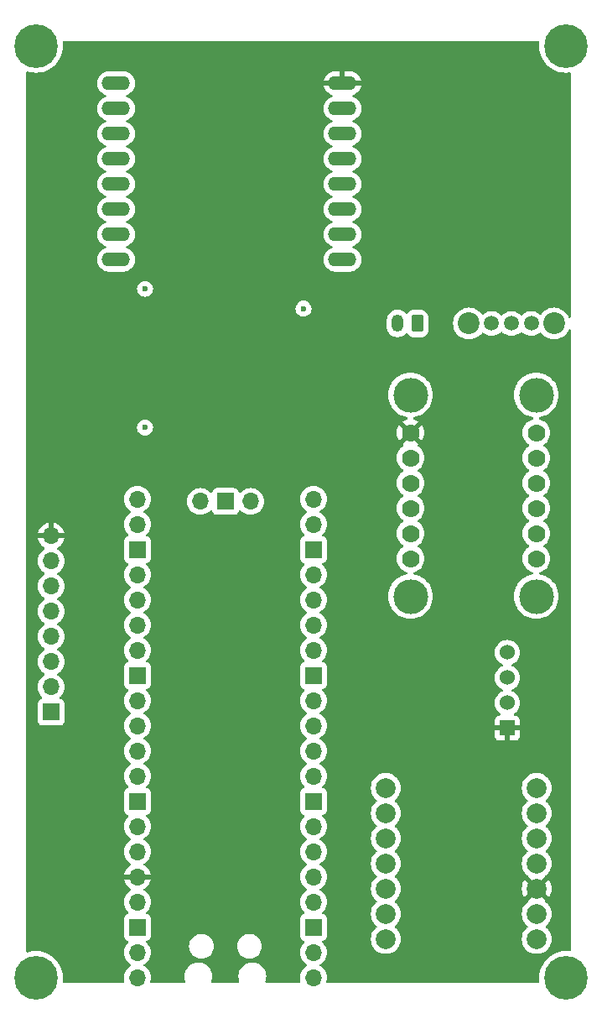
<source format=gbr>
%TF.GenerationSoftware,KiCad,Pcbnew,8.0.6*%
%TF.CreationDate,2025-06-01T11:12:23+01:00*%
%TF.ProjectId,Leo_Cansat,4c656f5f-4361-46e7-9361-742e6b696361,rev?*%
%TF.SameCoordinates,Original*%
%TF.FileFunction,Copper,L3,Inr*%
%TF.FilePolarity,Positive*%
%FSLAX46Y46*%
G04 Gerber Fmt 4.6, Leading zero omitted, Abs format (unit mm)*
G04 Created by KiCad (PCBNEW 8.0.6) date 2025-06-01 11:12:23*
%MOMM*%
%LPD*%
G01*
G04 APERTURE LIST*
G04 Aperture macros list*
%AMRoundRect*
0 Rectangle with rounded corners*
0 $1 Rounding radius*
0 $2 $3 $4 $5 $6 $7 $8 $9 X,Y pos of 4 corners*
0 Add a 4 corners polygon primitive as box body*
4,1,4,$2,$3,$4,$5,$6,$7,$8,$9,$2,$3,0*
0 Add four circle primitives for the rounded corners*
1,1,$1+$1,$2,$3*
1,1,$1+$1,$4,$5*
1,1,$1+$1,$6,$7*
1,1,$1+$1,$8,$9*
0 Add four rect primitives between the rounded corners*
20,1,$1+$1,$2,$3,$4,$5,0*
20,1,$1+$1,$4,$5,$6,$7,0*
20,1,$1+$1,$6,$7,$8,$9,0*
20,1,$1+$1,$8,$9,$2,$3,0*%
G04 Aperture macros list end*
%TA.AperFunction,ComponentPad*%
%ADD10C,2.000000*%
%TD*%
%TA.AperFunction,ComponentPad*%
%ADD11R,1.524000X1.524000*%
%TD*%
%TA.AperFunction,ComponentPad*%
%ADD12C,1.524000*%
%TD*%
%TA.AperFunction,ComponentPad*%
%ADD13C,4.400000*%
%TD*%
%TA.AperFunction,ComponentPad*%
%ADD14O,2.844800X1.422400*%
%TD*%
%TA.AperFunction,ComponentPad*%
%ADD15C,2.200000*%
%TD*%
%TA.AperFunction,ComponentPad*%
%ADD16C,1.500000*%
%TD*%
%TA.AperFunction,ComponentPad*%
%ADD17C,3.500000*%
%TD*%
%TA.AperFunction,ComponentPad*%
%ADD18C,1.778000*%
%TD*%
%TA.AperFunction,ComponentPad*%
%ADD19O,1.700000X1.700000*%
%TD*%
%TA.AperFunction,ComponentPad*%
%ADD20R,1.700000X1.700000*%
%TD*%
%TA.AperFunction,ComponentPad*%
%ADD21RoundRect,0.250000X0.350000X0.625000X-0.350000X0.625000X-0.350000X-0.625000X0.350000X-0.625000X0*%
%TD*%
%TA.AperFunction,ComponentPad*%
%ADD22O,1.200000X1.750000*%
%TD*%
%TA.AperFunction,ViaPad*%
%ADD23C,0.600000*%
%TD*%
G04 APERTURE END LIST*
D10*
%TO.N,N/C*%
%TO.C,U7*%
X129042500Y-168082500D03*
%TO.N,GND*%
X129042500Y-165542500D03*
%TO.N,+3V3*%
X129042500Y-163002500D03*
%TO.N,/MOSI*%
X129042500Y-160462500D03*
%TO.N,/MISO*%
X129042500Y-157922500D03*
%TO.N,/SCK*%
X129042500Y-155382500D03*
%TO.N,N/C*%
X129042500Y-152842500D03*
X113802500Y-168082500D03*
X113802500Y-165542500D03*
X113802500Y-163002500D03*
X113802500Y-160462500D03*
X113802500Y-157922500D03*
X113802500Y-155382500D03*
%TO.N,/SDCS*%
X113802500Y-152842500D03*
%TD*%
D11*
%TO.N,+3V3*%
%TO.C,U5*%
X126080000Y-146810000D03*
D12*
%TO.N,/SDA*%
X126080000Y-144270000D03*
%TO.N,GND*%
X126080000Y-141730000D03*
%TO.N,/SCL*%
X126080000Y-139190000D03*
%TD*%
D13*
%TO.N,GND*%
%TO.C,H4*%
X132000000Y-172000000D03*
%TD*%
D14*
%TO.N,unconnected-(U2-5V-PadP$1)*%
%TO.C,U2*%
X86570000Y-81770000D03*
%TO.N,GND*%
X86570000Y-84310000D03*
%TO.N,unconnected-(U2-IO12-PadP$3)*%
X86570000Y-86850000D03*
%TO.N,unconnected-(U2-IO13-PadP$4)*%
X86570000Y-89390000D03*
%TO.N,unconnected-(U2-IO15-PadP$5)*%
X86570000Y-91930000D03*
%TO.N,unconnected-(U2-IO14-PadP$6)*%
X86570000Y-94470000D03*
%TO.N,unconnected-(U2-IO2-PadP$7)*%
X86570000Y-97010000D03*
%TO.N,unconnected-(U2-IO4-PadP$8)*%
X86570000Y-99550000D03*
%TO.N,unconnected-(U2-.GND-PadP$9)*%
X109430000Y-99550000D03*
%TO.N,unconnected-(U2-IO1{slash}U0T-PadP$10)*%
X109430000Y-97010000D03*
%TO.N,unconnected-(U2-IO3{slash}U0R-PadP$11)*%
X109430000Y-94470000D03*
%TO.N,unconnected-(U2-3V3.-PadP$12)*%
X109430000Y-91930000D03*
%TO.N,unconnected-(U2-GND.-PadP$13)*%
X109430000Y-89390000D03*
%TO.N,unconnected-(U2-IO0-PadP$14)*%
X109430000Y-86850000D03*
%TO.N,unconnected-(U2-IO16-PadP$15)*%
X109430000Y-84310000D03*
%TO.N,+3V3*%
X109430000Y-81770000D03*
%TD*%
D15*
%TO.N,*%
%TO.C,SW1*%
X130800000Y-106000000D03*
X122200000Y-106000000D03*
D16*
%TO.N,Net-(SW1-A)*%
X128500000Y-106000000D03*
%TO.N,Net-(BT1-+)*%
X126500000Y-106000000D03*
%TO.N,unconnected-(SW1-C-Pad3)*%
X124500000Y-106000000D03*
%TD*%
D13*
%TO.N,GND*%
%TO.C,H1*%
X78500000Y-78000000D03*
%TD*%
D17*
%TO.N,*%
%TO.C,U6*%
X116305000Y-113210000D03*
X116305000Y-133530000D03*
X129005000Y-113210000D03*
X129005000Y-133530000D03*
D18*
%TO.N,/IMUCS*%
X129005000Y-129720000D03*
%TO.N,/MISO*%
X129005000Y-127180000D03*
%TO.N,GND*%
X129005000Y-124640000D03*
%TO.N,unconnected-(U6-AC-Pad4)*%
X129005000Y-122100000D03*
%TO.N,unconnected-(U6-AD-Pad5)*%
X129005000Y-119560000D03*
%TO.N,unconnected-(U6-FS-Pad6)*%
X129005000Y-117020000D03*
%TO.N,+3V3*%
X116305000Y-117020000D03*
%TO.N,unconnected-(U6-1V8-Pad8)*%
X116305000Y-119560000D03*
%TO.N,unconnected-(U6-GND-Pad9)*%
X116305000Y-122100000D03*
%TO.N,/SCK*%
X116305000Y-124640000D03*
%TO.N,/MOSI*%
X116305000Y-127180000D03*
%TO.N,unconnected-(U6-INT-Pad12)*%
X116305000Y-129720000D03*
%TD*%
D13*
%TO.N,GND*%
%TO.C,H3*%
X78500000Y-172000000D03*
%TD*%
D19*
%TO.N,unconnected-(U1-GPIO0-Pad1)*%
%TO.C,U1*%
X106500000Y-171980000D03*
%TO.N,unconnected-(U1-GPIO1-Pad2)*%
X106500000Y-169440000D03*
D20*
%TO.N,GND*%
X106500000Y-166900000D03*
D19*
%TO.N,unconnected-(U1-GPIO2-Pad4)*%
X106500000Y-164360000D03*
%TO.N,unconnected-(U1-GPIO3-Pad5)*%
X106500000Y-161820000D03*
%TO.N,/SDA*%
X106500000Y-159280000D03*
%TO.N,/SCL*%
X106500000Y-156740000D03*
D20*
%TO.N,GND*%
X106500000Y-154200000D03*
D19*
%TO.N,/SDCS*%
X106500000Y-151660000D03*
%TO.N,unconnected-(U1-GPIO7-Pad10)*%
X106500000Y-149120000D03*
%TO.N,unconnected-(U1-GPIO8-Pad11)*%
X106500000Y-146580000D03*
%TO.N,unconnected-(U1-GPIO9-Pad12)*%
X106500000Y-144040000D03*
D20*
%TO.N,GND*%
X106500000Y-141500000D03*
D19*
%TO.N,unconnected-(U1-GPIO10-Pad14)*%
X106500000Y-138960000D03*
%TO.N,/IMUCS*%
X106500000Y-136420000D03*
%TO.N,unconnected-(U1-GPIO12-Pad16)*%
X106500000Y-133880000D03*
%TO.N,unconnected-(U1-GPIO13-Pad17)*%
X106500000Y-131340000D03*
D20*
%TO.N,GND*%
X106500000Y-128800000D03*
D19*
%TO.N,unconnected-(U1-GPIO14-Pad19)*%
X106500000Y-126260000D03*
%TO.N,/LORACS*%
X106500000Y-123720000D03*
%TO.N,/MISO*%
X88720000Y-123720000D03*
%TO.N,unconnected-(U1-GPIO17-Pad22)*%
X88720000Y-126260000D03*
D20*
%TO.N,GND*%
X88720000Y-128800000D03*
D19*
%TO.N,/SCK*%
X88720000Y-131340000D03*
%TO.N,/MOSI*%
X88720000Y-133880000D03*
%TO.N,unconnected-(U1-GPIO20-Pad26)*%
X88720000Y-136420000D03*
%TO.N,unconnected-(U1-GPIO21-Pad27)*%
X88720000Y-138960000D03*
D20*
%TO.N,GND*%
X88720000Y-141500000D03*
D19*
%TO.N,unconnected-(U1-GPIO22-Pad29)*%
X88720000Y-144040000D03*
%TO.N,unconnected-(U1-RUN-Pad30)*%
X88720000Y-146580000D03*
%TO.N,unconnected-(U1-GPIO26_ADC0-Pad31)*%
X88720000Y-149120000D03*
%TO.N,unconnected-(U1-GPIO27_ADC1-Pad32)*%
X88720000Y-151660000D03*
D20*
%TO.N,unconnected-(U1-AGND-Pad33)*%
X88720000Y-154200000D03*
D19*
%TO.N,unconnected-(U1-GPIO28_ADC2-Pad34)*%
X88720000Y-156740000D03*
%TO.N,unconnected-(U1-ADC_VREF-Pad35)*%
X88720000Y-159280000D03*
%TO.N,+3V3*%
X88720000Y-161820000D03*
%TO.N,unconnected-(U1-3V3_EN-Pad37)*%
X88720000Y-164360000D03*
D20*
%TO.N,GND*%
X88720000Y-166900000D03*
D19*
%TO.N,Net-(SW1-A)*%
X88720000Y-169440000D03*
%TO.N,unconnected-(U1-VBUS-Pad40)*%
X88720000Y-171980000D03*
%TO.N,unconnected-(U1-SWCLK-Pad41)*%
X100150000Y-123950000D03*
D20*
%TO.N,GND*%
X97610000Y-123950000D03*
D19*
%TO.N,unconnected-(U1-SWDIO-Pad43)*%
X95070000Y-123950000D03*
%TD*%
D13*
%TO.N,GND*%
%TO.C,H2*%
X132000000Y-78000000D03*
%TD*%
D20*
%TO.N,/SDA*%
%TO.C,U4*%
X80000000Y-145200000D03*
D19*
%TO.N,/SCL*%
X80000000Y-142660000D03*
%TO.N,unconnected-(U4-TXD-Pad3)*%
X80000000Y-140120000D03*
%TO.N,unconnected-(U4-RXD-Pad4)*%
X80000000Y-137580000D03*
%TO.N,unconnected-(U4-TIMEPULSE-Pad5)*%
X80000000Y-135040000D03*
%TO.N,unconnected-(U4-NC-Pad6)*%
X80000000Y-132500000D03*
%TO.N,GND*%
X80000000Y-129960000D03*
%TO.N,+3V3*%
X80000000Y-127420000D03*
%TD*%
D21*
%TO.N,Net-(BT1-+)*%
%TO.C,BT1*%
X117000000Y-106000000D03*
D22*
%TO.N,GND*%
X115000000Y-106000000D03*
%TD*%
D23*
%TO.N,GND*%
X105500000Y-104500000D03*
X89500000Y-102500000D03*
X89500000Y-116500000D03*
%TO.N,+3V3*%
X105500000Y-106500000D03*
%TD*%
%TA.AperFunction,Conductor*%
%TO.N,+3V3*%
G36*
X129264408Y-77519685D02*
G01*
X129310163Y-77572489D01*
X129320107Y-77641647D01*
X129319338Y-77646351D01*
X129314289Y-77673900D01*
X129294564Y-78000000D01*
X129314289Y-78326099D01*
X129373178Y-78647452D01*
X129470366Y-78959342D01*
X129470370Y-78959354D01*
X129470373Y-78959361D01*
X129604455Y-79257279D01*
X129768901Y-79529306D01*
X129773473Y-79536868D01*
X129974954Y-79794039D01*
X130205960Y-80025045D01*
X130463131Y-80226526D01*
X130463134Y-80226528D01*
X130463137Y-80226530D01*
X130742721Y-80395545D01*
X131040639Y-80529627D01*
X131040652Y-80529631D01*
X131040657Y-80529633D01*
X131325667Y-80618445D01*
X131352547Y-80626821D01*
X131673896Y-80685710D01*
X132000000Y-80705436D01*
X132326104Y-80685710D01*
X132353648Y-80680662D01*
X132423135Y-80687938D01*
X132477660Y-80731628D01*
X132499908Y-80797860D01*
X132500000Y-80802630D01*
X132500000Y-105298462D01*
X132480315Y-105365501D01*
X132427511Y-105411256D01*
X132358353Y-105421200D01*
X132294797Y-105392175D01*
X132261439Y-105345915D01*
X132230466Y-105271140D01*
X132098839Y-105056346D01*
X132098838Y-105056343D01*
X132025558Y-104970544D01*
X131935224Y-104864776D01*
X131794660Y-104744723D01*
X131743656Y-104701161D01*
X131743653Y-104701160D01*
X131528859Y-104569533D01*
X131296110Y-104473126D01*
X131051151Y-104414317D01*
X130800000Y-104394551D01*
X130548848Y-104414317D01*
X130303889Y-104473126D01*
X130071140Y-104569533D01*
X129856346Y-104701160D01*
X129856343Y-104701161D01*
X129664776Y-104864776D01*
X129507047Y-105049452D01*
X129448540Y-105087645D01*
X129378672Y-105088143D01*
X129325076Y-105056601D01*
X129306881Y-105038406D01*
X129306877Y-105038402D01*
X129127639Y-104912898D01*
X129127640Y-104912898D01*
X129127638Y-104912897D01*
X129024441Y-104864776D01*
X128929330Y-104820425D01*
X128929326Y-104820424D01*
X128929322Y-104820422D01*
X128717977Y-104763793D01*
X128500002Y-104744723D01*
X128499998Y-104744723D01*
X128354682Y-104757436D01*
X128282023Y-104763793D01*
X128282020Y-104763793D01*
X128070677Y-104820422D01*
X128070668Y-104820426D01*
X127872361Y-104912898D01*
X127872357Y-104912900D01*
X127693124Y-105038400D01*
X127587680Y-105143844D01*
X127526357Y-105177328D01*
X127456665Y-105172344D01*
X127412318Y-105143843D01*
X127306881Y-105038406D01*
X127306877Y-105038402D01*
X127127639Y-104912898D01*
X127127640Y-104912898D01*
X127127638Y-104912897D01*
X127024441Y-104864776D01*
X126929330Y-104820425D01*
X126929326Y-104820424D01*
X126929322Y-104820422D01*
X126717977Y-104763793D01*
X126500002Y-104744723D01*
X126499998Y-104744723D01*
X126354682Y-104757436D01*
X126282023Y-104763793D01*
X126282020Y-104763793D01*
X126070677Y-104820422D01*
X126070668Y-104820426D01*
X125872361Y-104912898D01*
X125872357Y-104912900D01*
X125693124Y-105038400D01*
X125587680Y-105143844D01*
X125526357Y-105177328D01*
X125456665Y-105172344D01*
X125412318Y-105143843D01*
X125306881Y-105038406D01*
X125306877Y-105038402D01*
X125127639Y-104912898D01*
X125127640Y-104912898D01*
X125127638Y-104912897D01*
X125024441Y-104864776D01*
X124929330Y-104820425D01*
X124929326Y-104820424D01*
X124929322Y-104820422D01*
X124717977Y-104763793D01*
X124500002Y-104744723D01*
X124499998Y-104744723D01*
X124354682Y-104757436D01*
X124282023Y-104763793D01*
X124282020Y-104763793D01*
X124070677Y-104820422D01*
X124070668Y-104820426D01*
X123872361Y-104912898D01*
X123872357Y-104912900D01*
X123693119Y-105038403D01*
X123674918Y-105056604D01*
X123613594Y-105090086D01*
X123543902Y-105085099D01*
X123492951Y-105049451D01*
X123483515Y-105038403D01*
X123335224Y-104864776D01*
X123194660Y-104744723D01*
X123143656Y-104701161D01*
X123143653Y-104701160D01*
X122928859Y-104569533D01*
X122696110Y-104473126D01*
X122451151Y-104414317D01*
X122200000Y-104394551D01*
X121948848Y-104414317D01*
X121703889Y-104473126D01*
X121471140Y-104569533D01*
X121256346Y-104701160D01*
X121256343Y-104701161D01*
X121064776Y-104864776D01*
X120901161Y-105056343D01*
X120901160Y-105056346D01*
X120769533Y-105271140D01*
X120673126Y-105503889D01*
X120614317Y-105748848D01*
X120594551Y-106000000D01*
X120614317Y-106251151D01*
X120673126Y-106496110D01*
X120769533Y-106728859D01*
X120901160Y-106943653D01*
X120901161Y-106943656D01*
X120916481Y-106961593D01*
X121064776Y-107135224D01*
X121161355Y-107217710D01*
X121256343Y-107298838D01*
X121256346Y-107298839D01*
X121471140Y-107430466D01*
X121703889Y-107526873D01*
X121948852Y-107585683D01*
X122200000Y-107605449D01*
X122451148Y-107585683D01*
X122696111Y-107526873D01*
X122928859Y-107430466D01*
X123143659Y-107298836D01*
X123335224Y-107135224D01*
X123492952Y-106950547D01*
X123551458Y-106912354D01*
X123621326Y-106911855D01*
X123674923Y-106943398D01*
X123693123Y-106961598D01*
X123872361Y-107087102D01*
X124070670Y-107179575D01*
X124282023Y-107236207D01*
X124464926Y-107252208D01*
X124499998Y-107255277D01*
X124500000Y-107255277D01*
X124500002Y-107255277D01*
X124528254Y-107252805D01*
X124717977Y-107236207D01*
X124929330Y-107179575D01*
X125127639Y-107087102D01*
X125306877Y-106961598D01*
X125412319Y-106856156D01*
X125473642Y-106822671D01*
X125543334Y-106827655D01*
X125587681Y-106856156D01*
X125693123Y-106961598D01*
X125872361Y-107087102D01*
X126070670Y-107179575D01*
X126282023Y-107236207D01*
X126464926Y-107252208D01*
X126499998Y-107255277D01*
X126500000Y-107255277D01*
X126500002Y-107255277D01*
X126528254Y-107252805D01*
X126717977Y-107236207D01*
X126929330Y-107179575D01*
X127127639Y-107087102D01*
X127306877Y-106961598D01*
X127412319Y-106856156D01*
X127473642Y-106822671D01*
X127543334Y-106827655D01*
X127587681Y-106856156D01*
X127693123Y-106961598D01*
X127872361Y-107087102D01*
X128070670Y-107179575D01*
X128282023Y-107236207D01*
X128464926Y-107252208D01*
X128499998Y-107255277D01*
X128500000Y-107255277D01*
X128500002Y-107255277D01*
X128528254Y-107252805D01*
X128717977Y-107236207D01*
X128929330Y-107179575D01*
X129127639Y-107087102D01*
X129306877Y-106961598D01*
X129325075Y-106943398D01*
X129386396Y-106909913D01*
X129456088Y-106914896D01*
X129507046Y-106950546D01*
X129664776Y-107135224D01*
X129761355Y-107217710D01*
X129856343Y-107298838D01*
X129856346Y-107298839D01*
X130071140Y-107430466D01*
X130303889Y-107526873D01*
X130548852Y-107585683D01*
X130800000Y-107605449D01*
X131051148Y-107585683D01*
X131296111Y-107526873D01*
X131528859Y-107430466D01*
X131743659Y-107298836D01*
X131935224Y-107135224D01*
X132098836Y-106943659D01*
X132230466Y-106728859D01*
X132243478Y-106697445D01*
X132261439Y-106654084D01*
X132305280Y-106599681D01*
X132371574Y-106577616D01*
X132439273Y-106594895D01*
X132486884Y-106646032D01*
X132500000Y-106701537D01*
X132500000Y-169197368D01*
X132480315Y-169264407D01*
X132427511Y-169310162D01*
X132358353Y-169320106D01*
X132353653Y-169319338D01*
X132330610Y-169315115D01*
X132326104Y-169314290D01*
X132326103Y-169314289D01*
X132326098Y-169314289D01*
X132000000Y-169294564D01*
X131673900Y-169314289D01*
X131352547Y-169373178D01*
X131040657Y-169470366D01*
X131040641Y-169470372D01*
X131040639Y-169470373D01*
X130881335Y-169542070D01*
X130742725Y-169604453D01*
X130742723Y-169604454D01*
X130463131Y-169773473D01*
X130205960Y-169974954D01*
X129974954Y-170205960D01*
X129773473Y-170463131D01*
X129675532Y-170625145D01*
X129604455Y-170742721D01*
X129514992Y-170941501D01*
X129470372Y-171040642D01*
X129470366Y-171040657D01*
X129373178Y-171352547D01*
X129314289Y-171673900D01*
X129294564Y-172000000D01*
X129314289Y-172326099D01*
X129314290Y-172326104D01*
X129317552Y-172343907D01*
X129319338Y-172353649D01*
X129312060Y-172423138D01*
X129268368Y-172477662D01*
X129202135Y-172499908D01*
X129197369Y-172500000D01*
X107920407Y-172500000D01*
X107853368Y-172480315D01*
X107807613Y-172427511D01*
X107797669Y-172358353D01*
X107800632Y-172343907D01*
X107810709Y-172306300D01*
X107835063Y-172215408D01*
X107855659Y-171980000D01*
X107835063Y-171744592D01*
X107773903Y-171516337D01*
X107674035Y-171302171D01*
X107589297Y-171181151D01*
X107538494Y-171108597D01*
X107371402Y-170941506D01*
X107371396Y-170941501D01*
X107185842Y-170811575D01*
X107142217Y-170756998D01*
X107135023Y-170687500D01*
X107166546Y-170625145D01*
X107185842Y-170608425D01*
X107250628Y-170563061D01*
X107371401Y-170478495D01*
X107538495Y-170311401D01*
X107674035Y-170117830D01*
X107773903Y-169903663D01*
X107835063Y-169675408D01*
X107855659Y-169440000D01*
X107835063Y-169204592D01*
X107773903Y-168976337D01*
X107674035Y-168762171D01*
X107561899Y-168602024D01*
X107538496Y-168568600D01*
X107538495Y-168568599D01*
X107416567Y-168446671D01*
X107383084Y-168385351D01*
X107388068Y-168315659D01*
X107429939Y-168259725D01*
X107460915Y-168242810D01*
X107592331Y-168193796D01*
X107707546Y-168107546D01*
X107793796Y-167992331D01*
X107844091Y-167857483D01*
X107850500Y-167797873D01*
X107850499Y-166002128D01*
X107844091Y-165942517D01*
X107793796Y-165807669D01*
X107793795Y-165807668D01*
X107793793Y-165807664D01*
X107707547Y-165692455D01*
X107707544Y-165692452D01*
X107592335Y-165606206D01*
X107592328Y-165606202D01*
X107460917Y-165557189D01*
X107404983Y-165515318D01*
X107380566Y-165449853D01*
X107395418Y-165381580D01*
X107416563Y-165353332D01*
X107538495Y-165231401D01*
X107674035Y-165037830D01*
X107773903Y-164823663D01*
X107835063Y-164595408D01*
X107855659Y-164360000D01*
X107835063Y-164124592D01*
X107773903Y-163896337D01*
X107674035Y-163682171D01*
X107540329Y-163491217D01*
X107538494Y-163488597D01*
X107371402Y-163321506D01*
X107371396Y-163321501D01*
X107185842Y-163191575D01*
X107142217Y-163136998D01*
X107135023Y-163067500D01*
X107166546Y-163005145D01*
X107185842Y-162988425D01*
X107259750Y-162936674D01*
X107371401Y-162858495D01*
X107538495Y-162691401D01*
X107674035Y-162497830D01*
X107773903Y-162283663D01*
X107835063Y-162055408D01*
X107855659Y-161820000D01*
X107835063Y-161584592D01*
X107773903Y-161356337D01*
X107674035Y-161142171D01*
X107538495Y-160948599D01*
X107538494Y-160948597D01*
X107371402Y-160781506D01*
X107371396Y-160781501D01*
X107185842Y-160651575D01*
X107142217Y-160596998D01*
X107135023Y-160527500D01*
X107166546Y-160465145D01*
X107185842Y-160448425D01*
X107208026Y-160432891D01*
X107371401Y-160318495D01*
X107538495Y-160151401D01*
X107674035Y-159957830D01*
X107773903Y-159743663D01*
X107835063Y-159515408D01*
X107855659Y-159280000D01*
X107835063Y-159044592D01*
X107773903Y-158816337D01*
X107674035Y-158602171D01*
X107538495Y-158408599D01*
X107538494Y-158408597D01*
X107371402Y-158241506D01*
X107371396Y-158241501D01*
X107185842Y-158111575D01*
X107142217Y-158056998D01*
X107135023Y-157987500D01*
X107166546Y-157925145D01*
X107185842Y-157908425D01*
X107208026Y-157892891D01*
X107371401Y-157778495D01*
X107538495Y-157611401D01*
X107674035Y-157417830D01*
X107773903Y-157203663D01*
X107835063Y-156975408D01*
X107855659Y-156740000D01*
X107835063Y-156504592D01*
X107773903Y-156276337D01*
X107674035Y-156062171D01*
X107538495Y-155868599D01*
X107416567Y-155746671D01*
X107383084Y-155685351D01*
X107388068Y-155615659D01*
X107429939Y-155559725D01*
X107460915Y-155542810D01*
X107592331Y-155493796D01*
X107707546Y-155407546D01*
X107793796Y-155292331D01*
X107844091Y-155157483D01*
X107850500Y-155097873D01*
X107850499Y-153302128D01*
X107844091Y-153242517D01*
X107793796Y-153107669D01*
X107793795Y-153107668D01*
X107793793Y-153107664D01*
X107707547Y-152992455D01*
X107707544Y-152992452D01*
X107592335Y-152906206D01*
X107592328Y-152906202D01*
X107460917Y-152857189D01*
X107441286Y-152842494D01*
X112296857Y-152842494D01*
X112296857Y-152842505D01*
X112317390Y-153090312D01*
X112317392Y-153090324D01*
X112378436Y-153331381D01*
X112478326Y-153559106D01*
X112614333Y-153767282D01*
X112614336Y-153767285D01*
X112782756Y-153950238D01*
X112865508Y-154014647D01*
X112906321Y-154071357D01*
X112909996Y-154141130D01*
X112875364Y-154201813D01*
X112865514Y-154210348D01*
X112806900Y-154255969D01*
X112782757Y-154274761D01*
X112614333Y-154457717D01*
X112478326Y-154665893D01*
X112378436Y-154893618D01*
X112317392Y-155134675D01*
X112317390Y-155134687D01*
X112296857Y-155382494D01*
X112296857Y-155382505D01*
X112317390Y-155630312D01*
X112317392Y-155630324D01*
X112378436Y-155871381D01*
X112478326Y-156099106D01*
X112614333Y-156307282D01*
X112614336Y-156307285D01*
X112782756Y-156490238D01*
X112865508Y-156554647D01*
X112906321Y-156611357D01*
X112909996Y-156681130D01*
X112875364Y-156741813D01*
X112865514Y-156750348D01*
X112806900Y-156795969D01*
X112782757Y-156814761D01*
X112614333Y-156997717D01*
X112478326Y-157205893D01*
X112378436Y-157433618D01*
X112317392Y-157674675D01*
X112317390Y-157674687D01*
X112296857Y-157922494D01*
X112296857Y-157922505D01*
X112317390Y-158170312D01*
X112317392Y-158170324D01*
X112378436Y-158411381D01*
X112478326Y-158639106D01*
X112614333Y-158847282D01*
X112614336Y-158847285D01*
X112782756Y-159030238D01*
X112865508Y-159094647D01*
X112906321Y-159151357D01*
X112909996Y-159221130D01*
X112875364Y-159281813D01*
X112865514Y-159290348D01*
X112806900Y-159335969D01*
X112782757Y-159354761D01*
X112614333Y-159537717D01*
X112478326Y-159745893D01*
X112378436Y-159973618D01*
X112317392Y-160214675D01*
X112317390Y-160214687D01*
X112296857Y-160462494D01*
X112296857Y-160462505D01*
X112317390Y-160710312D01*
X112317392Y-160710324D01*
X112378436Y-160951381D01*
X112478326Y-161179106D01*
X112614333Y-161387282D01*
X112614336Y-161387285D01*
X112782756Y-161570238D01*
X112865508Y-161634647D01*
X112906321Y-161691357D01*
X112909996Y-161761130D01*
X112875364Y-161821813D01*
X112865514Y-161830348D01*
X112851408Y-161841328D01*
X112782757Y-161894761D01*
X112614333Y-162077717D01*
X112478326Y-162285893D01*
X112378436Y-162513618D01*
X112317392Y-162754675D01*
X112317390Y-162754687D01*
X112296857Y-163002494D01*
X112296857Y-163002505D01*
X112317390Y-163250312D01*
X112317392Y-163250324D01*
X112378436Y-163491381D01*
X112478326Y-163719106D01*
X112614333Y-163927282D01*
X112614336Y-163927285D01*
X112782756Y-164110238D01*
X112865508Y-164174647D01*
X112906321Y-164231357D01*
X112909996Y-164301130D01*
X112875364Y-164361813D01*
X112865514Y-164370348D01*
X112806900Y-164415969D01*
X112782757Y-164434761D01*
X112614333Y-164617717D01*
X112478326Y-164825893D01*
X112378436Y-165053618D01*
X112317392Y-165294675D01*
X112317390Y-165294687D01*
X112296857Y-165542494D01*
X112296857Y-165542505D01*
X112317390Y-165790312D01*
X112317392Y-165790324D01*
X112378436Y-166031381D01*
X112478326Y-166259106D01*
X112614333Y-166467282D01*
X112614336Y-166467285D01*
X112782756Y-166650238D01*
X112865508Y-166714647D01*
X112906321Y-166771357D01*
X112909996Y-166841130D01*
X112875364Y-166901813D01*
X112865514Y-166910348D01*
X112806900Y-166955969D01*
X112782757Y-166974761D01*
X112614333Y-167157717D01*
X112478326Y-167365893D01*
X112378436Y-167593618D01*
X112317392Y-167834675D01*
X112317390Y-167834687D01*
X112296857Y-168082494D01*
X112296857Y-168082505D01*
X112317390Y-168330312D01*
X112317392Y-168330324D01*
X112378436Y-168571381D01*
X112478326Y-168799106D01*
X112614333Y-169007282D01*
X112614336Y-169007285D01*
X112782756Y-169190238D01*
X112978991Y-169342974D01*
X112978993Y-169342975D01*
X113147286Y-169434051D01*
X113197690Y-169461328D01*
X113432886Y-169542071D01*
X113678165Y-169583000D01*
X113926835Y-169583000D01*
X114172114Y-169542071D01*
X114407310Y-169461328D01*
X114626009Y-169342974D01*
X114822244Y-169190238D01*
X114990664Y-169007285D01*
X115126673Y-168799107D01*
X115226563Y-168571381D01*
X115287608Y-168330321D01*
X115294222Y-168250500D01*
X115308143Y-168082505D01*
X115308143Y-168082494D01*
X115287609Y-167834687D01*
X115287607Y-167834675D01*
X115226563Y-167593618D01*
X115126673Y-167365893D01*
X114990666Y-167157717D01*
X114969057Y-167134244D01*
X114822244Y-166974762D01*
X114739491Y-166910352D01*
X114698679Y-166853643D01*
X114695004Y-166783870D01*
X114729636Y-166723187D01*
X114739485Y-166714651D01*
X114822244Y-166650238D01*
X114990664Y-166467285D01*
X115126673Y-166259107D01*
X115226563Y-166031381D01*
X115287608Y-165790321D01*
X115287609Y-165790312D01*
X115308143Y-165542505D01*
X115308143Y-165542494D01*
X115287609Y-165294687D01*
X115287607Y-165294675D01*
X115226563Y-165053618D01*
X115126673Y-164825893D01*
X114990666Y-164617717D01*
X114969057Y-164594244D01*
X114822244Y-164434762D01*
X114739491Y-164370352D01*
X114698679Y-164313643D01*
X114695004Y-164243870D01*
X114729636Y-164183187D01*
X114739485Y-164174651D01*
X114822244Y-164110238D01*
X114990664Y-163927285D01*
X115126673Y-163719107D01*
X115226563Y-163491381D01*
X115287608Y-163250321D01*
X115292941Y-163185965D01*
X115308143Y-163002505D01*
X115308143Y-163002494D01*
X115287609Y-162754687D01*
X115287607Y-162754675D01*
X115226563Y-162513618D01*
X115126673Y-162285893D01*
X114990666Y-162077717D01*
X114969057Y-162054244D01*
X114822244Y-161894762D01*
X114739491Y-161830352D01*
X114698679Y-161773643D01*
X114695004Y-161703870D01*
X114729636Y-161643187D01*
X114739485Y-161634651D01*
X114822244Y-161570238D01*
X114990664Y-161387285D01*
X115126673Y-161179107D01*
X115226563Y-160951381D01*
X115287608Y-160710321D01*
X115293836Y-160635160D01*
X115308143Y-160462505D01*
X115308143Y-160462494D01*
X115287609Y-160214687D01*
X115287607Y-160214675D01*
X115226563Y-159973618D01*
X115126673Y-159745893D01*
X114990666Y-159537717D01*
X114969057Y-159514244D01*
X114822244Y-159354762D01*
X114739491Y-159290352D01*
X114698679Y-159233643D01*
X114695004Y-159163870D01*
X114729636Y-159103187D01*
X114739485Y-159094651D01*
X114822244Y-159030238D01*
X114990664Y-158847285D01*
X115126673Y-158639107D01*
X115226563Y-158411381D01*
X115287608Y-158170321D01*
X115292941Y-158105965D01*
X115308143Y-157922505D01*
X115308143Y-157922494D01*
X115287609Y-157674687D01*
X115287607Y-157674675D01*
X115226563Y-157433618D01*
X115126673Y-157205893D01*
X114990666Y-156997717D01*
X114969057Y-156974244D01*
X114822244Y-156814762D01*
X114739491Y-156750352D01*
X114698679Y-156693643D01*
X114695004Y-156623870D01*
X114729636Y-156563187D01*
X114739485Y-156554651D01*
X114822244Y-156490238D01*
X114990664Y-156307285D01*
X115126673Y-156099107D01*
X115226563Y-155871381D01*
X115287608Y-155630321D01*
X115294222Y-155550500D01*
X115308143Y-155382505D01*
X115308143Y-155382494D01*
X115287609Y-155134687D01*
X115287607Y-155134675D01*
X115226563Y-154893618D01*
X115126673Y-154665893D01*
X114990666Y-154457717D01*
X114969057Y-154434244D01*
X114822244Y-154274762D01*
X114739491Y-154210352D01*
X114698679Y-154153643D01*
X114695004Y-154083870D01*
X114729636Y-154023187D01*
X114739485Y-154014651D01*
X114822244Y-153950238D01*
X114990664Y-153767285D01*
X115126673Y-153559107D01*
X115226563Y-153331381D01*
X115287608Y-153090321D01*
X115287609Y-153090312D01*
X115308143Y-152842505D01*
X115308143Y-152842494D01*
X127536857Y-152842494D01*
X127536857Y-152842505D01*
X127557390Y-153090312D01*
X127557392Y-153090324D01*
X127618436Y-153331381D01*
X127718326Y-153559106D01*
X127854333Y-153767282D01*
X127854336Y-153767285D01*
X128022756Y-153950238D01*
X128105508Y-154014647D01*
X128146321Y-154071357D01*
X128149996Y-154141130D01*
X128115364Y-154201813D01*
X128105514Y-154210348D01*
X128046900Y-154255969D01*
X128022757Y-154274761D01*
X127854333Y-154457717D01*
X127718326Y-154665893D01*
X127618436Y-154893618D01*
X127557392Y-155134675D01*
X127557390Y-155134687D01*
X127536857Y-155382494D01*
X127536857Y-155382505D01*
X127557390Y-155630312D01*
X127557392Y-155630324D01*
X127618436Y-155871381D01*
X127718326Y-156099106D01*
X127854333Y-156307282D01*
X127854336Y-156307285D01*
X128022756Y-156490238D01*
X128105508Y-156554647D01*
X128146321Y-156611357D01*
X128149996Y-156681130D01*
X128115364Y-156741813D01*
X128105514Y-156750348D01*
X128046900Y-156795969D01*
X128022757Y-156814761D01*
X127854333Y-156997717D01*
X127718326Y-157205893D01*
X127618436Y-157433618D01*
X127557392Y-157674675D01*
X127557390Y-157674687D01*
X127536857Y-157922494D01*
X127536857Y-157922505D01*
X127557390Y-158170312D01*
X127557392Y-158170324D01*
X127618436Y-158411381D01*
X127718326Y-158639106D01*
X127854333Y-158847282D01*
X127854336Y-158847285D01*
X128022756Y-159030238D01*
X128105508Y-159094647D01*
X128146321Y-159151357D01*
X128149996Y-159221130D01*
X128115364Y-159281813D01*
X128105514Y-159290348D01*
X128046900Y-159335969D01*
X128022757Y-159354761D01*
X127854333Y-159537717D01*
X127718326Y-159745893D01*
X127618436Y-159973618D01*
X127557392Y-160214675D01*
X127557390Y-160214687D01*
X127536857Y-160462494D01*
X127536857Y-160462505D01*
X127557390Y-160710312D01*
X127557392Y-160710324D01*
X127618436Y-160951381D01*
X127718326Y-161179106D01*
X127854333Y-161387282D01*
X127854336Y-161387285D01*
X128022756Y-161570238D01*
X128022759Y-161570240D01*
X128022762Y-161570243D01*
X128126243Y-161650786D01*
X128167056Y-161707496D01*
X128173843Y-161756323D01*
X128172441Y-161778889D01*
X128913090Y-162519537D01*
X128849507Y-162536575D01*
X128735493Y-162602401D01*
X128642401Y-162695493D01*
X128576575Y-162809507D01*
X128559537Y-162873089D01*
X127819064Y-162132616D01*
X127718767Y-162286132D01*
X127618912Y-162513782D01*
X127557887Y-162754761D01*
X127557885Y-162754770D01*
X127537359Y-163002494D01*
X127537359Y-163002505D01*
X127557885Y-163250229D01*
X127557887Y-163250238D01*
X127618912Y-163491217D01*
X127718766Y-163718864D01*
X127819064Y-163872382D01*
X128559537Y-163131909D01*
X128576575Y-163195493D01*
X128642401Y-163309507D01*
X128735493Y-163402599D01*
X128849507Y-163468425D01*
X128913090Y-163485462D01*
X128172442Y-164226109D01*
X128173843Y-164248677D01*
X128158350Y-164316807D01*
X128126244Y-164354213D01*
X128022758Y-164434760D01*
X127854333Y-164617717D01*
X127718326Y-164825893D01*
X127618436Y-165053618D01*
X127557392Y-165294675D01*
X127557390Y-165294687D01*
X127536857Y-165542494D01*
X127536857Y-165542505D01*
X127557390Y-165790312D01*
X127557392Y-165790324D01*
X127618436Y-166031381D01*
X127718326Y-166259106D01*
X127854333Y-166467282D01*
X127854336Y-166467285D01*
X128022756Y-166650238D01*
X128105508Y-166714647D01*
X128146321Y-166771357D01*
X128149996Y-166841130D01*
X128115364Y-166901813D01*
X128105514Y-166910348D01*
X128046900Y-166955969D01*
X128022757Y-166974761D01*
X127854333Y-167157717D01*
X127718326Y-167365893D01*
X127618436Y-167593618D01*
X127557392Y-167834675D01*
X127557390Y-167834687D01*
X127536857Y-168082494D01*
X127536857Y-168082505D01*
X127557390Y-168330312D01*
X127557392Y-168330324D01*
X127618436Y-168571381D01*
X127718326Y-168799106D01*
X127854333Y-169007282D01*
X127854336Y-169007285D01*
X128022756Y-169190238D01*
X128218991Y-169342974D01*
X128218993Y-169342975D01*
X128387286Y-169434051D01*
X128437690Y-169461328D01*
X128672886Y-169542071D01*
X128918165Y-169583000D01*
X129166835Y-169583000D01*
X129412114Y-169542071D01*
X129647310Y-169461328D01*
X129866009Y-169342974D01*
X130062244Y-169190238D01*
X130230664Y-169007285D01*
X130366673Y-168799107D01*
X130466563Y-168571381D01*
X130527608Y-168330321D01*
X130534222Y-168250500D01*
X130548143Y-168082505D01*
X130548143Y-168082494D01*
X130527609Y-167834687D01*
X130527607Y-167834675D01*
X130466563Y-167593618D01*
X130366673Y-167365893D01*
X130230666Y-167157717D01*
X130209057Y-167134244D01*
X130062244Y-166974762D01*
X129979491Y-166910352D01*
X129938679Y-166853643D01*
X129935004Y-166783870D01*
X129969636Y-166723187D01*
X129979485Y-166714651D01*
X130062244Y-166650238D01*
X130230664Y-166467285D01*
X130366673Y-166259107D01*
X130466563Y-166031381D01*
X130527608Y-165790321D01*
X130527609Y-165790312D01*
X130548143Y-165542505D01*
X130548143Y-165542494D01*
X130527609Y-165294687D01*
X130527607Y-165294675D01*
X130466563Y-165053618D01*
X130366673Y-164825893D01*
X130230666Y-164617717D01*
X130209057Y-164594244D01*
X130062244Y-164434762D01*
X129958753Y-164354212D01*
X129917942Y-164297503D01*
X129911155Y-164248676D01*
X129912556Y-164226109D01*
X129171909Y-163485462D01*
X129235493Y-163468425D01*
X129349507Y-163402599D01*
X129442599Y-163309507D01*
X129508425Y-163195493D01*
X129525462Y-163131910D01*
X130265934Y-163872382D01*
X130366231Y-163718869D01*
X130466087Y-163491217D01*
X130527112Y-163250238D01*
X130527114Y-163250229D01*
X130547641Y-163002505D01*
X130547641Y-163002494D01*
X130527114Y-162754770D01*
X130527112Y-162754761D01*
X130466087Y-162513782D01*
X130366231Y-162286130D01*
X130265934Y-162132616D01*
X129525462Y-162873089D01*
X129508425Y-162809507D01*
X129442599Y-162695493D01*
X129349507Y-162602401D01*
X129235493Y-162536575D01*
X129171910Y-162519537D01*
X129912556Y-161778890D01*
X129911155Y-161756325D01*
X129926647Y-161688194D01*
X129958750Y-161650790D01*
X130062244Y-161570238D01*
X130230664Y-161387285D01*
X130366673Y-161179107D01*
X130466563Y-160951381D01*
X130527608Y-160710321D01*
X130533836Y-160635160D01*
X130548143Y-160462505D01*
X130548143Y-160462494D01*
X130527609Y-160214687D01*
X130527607Y-160214675D01*
X130466563Y-159973618D01*
X130366673Y-159745893D01*
X130230666Y-159537717D01*
X130209057Y-159514244D01*
X130062244Y-159354762D01*
X129979491Y-159290352D01*
X129938679Y-159233643D01*
X129935004Y-159163870D01*
X129969636Y-159103187D01*
X129979485Y-159094651D01*
X130062244Y-159030238D01*
X130230664Y-158847285D01*
X130366673Y-158639107D01*
X130466563Y-158411381D01*
X130527608Y-158170321D01*
X130532941Y-158105965D01*
X130548143Y-157922505D01*
X130548143Y-157922494D01*
X130527609Y-157674687D01*
X130527607Y-157674675D01*
X130466563Y-157433618D01*
X130366673Y-157205893D01*
X130230666Y-156997717D01*
X130209057Y-156974244D01*
X130062244Y-156814762D01*
X129979491Y-156750352D01*
X129938679Y-156693643D01*
X129935004Y-156623870D01*
X129969636Y-156563187D01*
X129979485Y-156554651D01*
X130062244Y-156490238D01*
X130230664Y-156307285D01*
X130366673Y-156099107D01*
X130466563Y-155871381D01*
X130527608Y-155630321D01*
X130534222Y-155550500D01*
X130548143Y-155382505D01*
X130548143Y-155382494D01*
X130527609Y-155134687D01*
X130527607Y-155134675D01*
X130466563Y-154893618D01*
X130366673Y-154665893D01*
X130230666Y-154457717D01*
X130209057Y-154434244D01*
X130062244Y-154274762D01*
X129979491Y-154210352D01*
X129938679Y-154153643D01*
X129935004Y-154083870D01*
X129969636Y-154023187D01*
X129979485Y-154014651D01*
X130062244Y-153950238D01*
X130230664Y-153767285D01*
X130366673Y-153559107D01*
X130466563Y-153331381D01*
X130527608Y-153090321D01*
X130527609Y-153090312D01*
X130548143Y-152842505D01*
X130548143Y-152842494D01*
X130527609Y-152594687D01*
X130527607Y-152594675D01*
X130466563Y-152353618D01*
X130366673Y-152125893D01*
X130230666Y-151917717D01*
X130209057Y-151894244D01*
X130062244Y-151734762D01*
X129866009Y-151582026D01*
X129866007Y-151582025D01*
X129866006Y-151582024D01*
X129647311Y-151463672D01*
X129647302Y-151463669D01*
X129412116Y-151382929D01*
X129166835Y-151342000D01*
X128918165Y-151342000D01*
X128672883Y-151382929D01*
X128437697Y-151463669D01*
X128437688Y-151463672D01*
X128218993Y-151582024D01*
X128022757Y-151734761D01*
X127854333Y-151917717D01*
X127718326Y-152125893D01*
X127618436Y-152353618D01*
X127557392Y-152594675D01*
X127557390Y-152594687D01*
X127536857Y-152842494D01*
X115308143Y-152842494D01*
X115287609Y-152594687D01*
X115287607Y-152594675D01*
X115226563Y-152353618D01*
X115126673Y-152125893D01*
X114990666Y-151917717D01*
X114969057Y-151894244D01*
X114822244Y-151734762D01*
X114626009Y-151582026D01*
X114626007Y-151582025D01*
X114626006Y-151582024D01*
X114407311Y-151463672D01*
X114407302Y-151463669D01*
X114172116Y-151382929D01*
X113926835Y-151342000D01*
X113678165Y-151342000D01*
X113432883Y-151382929D01*
X113197697Y-151463669D01*
X113197688Y-151463672D01*
X112978993Y-151582024D01*
X112782757Y-151734761D01*
X112614333Y-151917717D01*
X112478326Y-152125893D01*
X112378436Y-152353618D01*
X112317392Y-152594675D01*
X112317390Y-152594687D01*
X112296857Y-152842494D01*
X107441286Y-152842494D01*
X107404983Y-152815318D01*
X107380566Y-152749853D01*
X107395418Y-152681580D01*
X107416563Y-152653332D01*
X107538495Y-152531401D01*
X107674035Y-152337830D01*
X107773903Y-152123663D01*
X107835063Y-151895408D01*
X107855659Y-151660000D01*
X107835063Y-151424592D01*
X107773903Y-151196337D01*
X107674035Y-150982171D01*
X107538495Y-150788599D01*
X107538494Y-150788597D01*
X107371402Y-150621506D01*
X107371396Y-150621501D01*
X107185842Y-150491575D01*
X107142217Y-150436998D01*
X107135023Y-150367500D01*
X107166546Y-150305145D01*
X107185842Y-150288425D01*
X107208026Y-150272891D01*
X107371401Y-150158495D01*
X107538495Y-149991401D01*
X107674035Y-149797830D01*
X107773903Y-149583663D01*
X107835063Y-149355408D01*
X107855659Y-149120000D01*
X107835063Y-148884592D01*
X107773903Y-148656337D01*
X107674035Y-148442171D01*
X107538495Y-148248599D01*
X107538494Y-148248597D01*
X107371402Y-148081506D01*
X107371396Y-148081501D01*
X107185842Y-147951575D01*
X107142217Y-147896998D01*
X107135023Y-147827500D01*
X107166546Y-147765145D01*
X107185842Y-147748425D01*
X107208026Y-147732891D01*
X107371401Y-147618495D01*
X107538495Y-147451401D01*
X107674035Y-147257830D01*
X107773903Y-147043663D01*
X107835063Y-146815408D01*
X107855659Y-146580000D01*
X107835063Y-146344592D01*
X107773903Y-146116337D01*
X107674035Y-145902171D01*
X107538495Y-145708599D01*
X107538494Y-145708597D01*
X107371402Y-145541506D01*
X107371396Y-145541501D01*
X107185842Y-145411575D01*
X107142217Y-145356998D01*
X107135023Y-145287500D01*
X107166546Y-145225145D01*
X107185842Y-145208425D01*
X107208026Y-145192891D01*
X107371401Y-145078495D01*
X107538495Y-144911401D01*
X107674035Y-144717830D01*
X107773903Y-144503663D01*
X107835063Y-144275408D01*
X107855659Y-144040000D01*
X107835063Y-143804592D01*
X107773903Y-143576337D01*
X107674035Y-143362171D01*
X107656994Y-143337834D01*
X107538496Y-143168600D01*
X107482278Y-143112382D01*
X107416567Y-143046671D01*
X107383084Y-142985351D01*
X107388068Y-142915659D01*
X107429939Y-142859725D01*
X107460915Y-142842810D01*
X107592331Y-142793796D01*
X107707546Y-142707546D01*
X107793796Y-142592331D01*
X107844091Y-142457483D01*
X107850500Y-142397873D01*
X107850499Y-140602128D01*
X107844091Y-140542517D01*
X107838626Y-140527865D01*
X107793797Y-140407671D01*
X107793793Y-140407664D01*
X107707547Y-140292455D01*
X107707544Y-140292452D01*
X107592335Y-140206206D01*
X107592328Y-140206202D01*
X107460917Y-140157189D01*
X107404983Y-140115318D01*
X107380566Y-140049853D01*
X107395418Y-139981580D01*
X107416563Y-139953332D01*
X107538495Y-139831401D01*
X107674035Y-139637830D01*
X107773903Y-139423663D01*
X107835063Y-139195408D01*
X107835536Y-139189997D01*
X124812677Y-139189997D01*
X124812677Y-139190002D01*
X124831929Y-139410062D01*
X124831930Y-139410070D01*
X124889104Y-139623445D01*
X124889105Y-139623447D01*
X124889106Y-139623450D01*
X124904445Y-139656344D01*
X124982466Y-139823662D01*
X124982468Y-139823666D01*
X125109170Y-140004615D01*
X125109175Y-140004621D01*
X125265378Y-140160824D01*
X125265384Y-140160829D01*
X125446333Y-140287531D01*
X125446335Y-140287532D01*
X125446338Y-140287534D01*
X125565748Y-140343215D01*
X125575189Y-140347618D01*
X125627628Y-140393790D01*
X125646780Y-140460984D01*
X125626564Y-140527865D01*
X125575189Y-140572382D01*
X125446340Y-140632465D01*
X125446338Y-140632466D01*
X125265377Y-140759175D01*
X125109175Y-140915377D01*
X124982466Y-141096338D01*
X124982465Y-141096340D01*
X124889107Y-141296548D01*
X124889104Y-141296554D01*
X124831930Y-141509929D01*
X124831929Y-141509937D01*
X124812677Y-141729997D01*
X124812677Y-141730002D01*
X124831929Y-141950062D01*
X124831930Y-141950070D01*
X124889104Y-142163445D01*
X124889105Y-142163447D01*
X124889106Y-142163450D01*
X124904445Y-142196344D01*
X124982466Y-142363662D01*
X124982468Y-142363666D01*
X125109170Y-142544615D01*
X125109175Y-142544621D01*
X125265378Y-142700824D01*
X125265384Y-142700829D01*
X125446333Y-142827531D01*
X125446335Y-142827532D01*
X125446338Y-142827534D01*
X125528754Y-142865965D01*
X125575189Y-142887618D01*
X125627628Y-142933790D01*
X125646780Y-143000984D01*
X125626564Y-143067865D01*
X125575189Y-143112382D01*
X125446340Y-143172465D01*
X125446338Y-143172466D01*
X125265377Y-143299175D01*
X125109175Y-143455377D01*
X124982466Y-143636338D01*
X124982465Y-143636340D01*
X124889107Y-143836548D01*
X124889104Y-143836554D01*
X124831930Y-144049929D01*
X124831929Y-144049937D01*
X124812677Y-144269997D01*
X124812677Y-144270002D01*
X124831929Y-144490062D01*
X124831930Y-144490070D01*
X124889104Y-144703445D01*
X124889105Y-144703447D01*
X124889106Y-144703450D01*
X124982466Y-144903662D01*
X124982468Y-144903666D01*
X125109170Y-145084615D01*
X125109175Y-145084621D01*
X125265378Y-145240824D01*
X125265384Y-145240829D01*
X125381915Y-145322425D01*
X125425540Y-145377002D01*
X125432734Y-145446500D01*
X125401211Y-145508855D01*
X125340981Y-145544269D01*
X125310792Y-145548000D01*
X125270155Y-145548000D01*
X125210627Y-145554401D01*
X125210620Y-145554403D01*
X125075913Y-145604645D01*
X125075906Y-145604649D01*
X124960812Y-145690809D01*
X124960809Y-145690812D01*
X124874649Y-145805906D01*
X124874645Y-145805913D01*
X124824403Y-145940620D01*
X124824401Y-145940627D01*
X124818000Y-146000155D01*
X124818000Y-146560000D01*
X125646988Y-146560000D01*
X125614075Y-146617007D01*
X125580000Y-146744174D01*
X125580000Y-146875826D01*
X125614075Y-147002993D01*
X125646988Y-147060000D01*
X124818000Y-147060000D01*
X124818000Y-147619844D01*
X124824401Y-147679372D01*
X124824403Y-147679379D01*
X124874645Y-147814086D01*
X124874649Y-147814093D01*
X124960809Y-147929187D01*
X124960812Y-147929190D01*
X125075906Y-148015350D01*
X125075913Y-148015354D01*
X125210620Y-148065596D01*
X125210627Y-148065598D01*
X125270155Y-148071999D01*
X125270172Y-148072000D01*
X125830000Y-148072000D01*
X125830000Y-147243012D01*
X125887007Y-147275925D01*
X126014174Y-147310000D01*
X126145826Y-147310000D01*
X126272993Y-147275925D01*
X126330000Y-147243012D01*
X126330000Y-148072000D01*
X126889828Y-148072000D01*
X126889844Y-148071999D01*
X126949372Y-148065598D01*
X126949379Y-148065596D01*
X127084086Y-148015354D01*
X127084093Y-148015350D01*
X127199187Y-147929190D01*
X127199190Y-147929187D01*
X127285350Y-147814093D01*
X127285354Y-147814086D01*
X127335596Y-147679379D01*
X127335598Y-147679372D01*
X127341999Y-147619844D01*
X127342000Y-147619827D01*
X127342000Y-147060000D01*
X126513012Y-147060000D01*
X126545925Y-147002993D01*
X126580000Y-146875826D01*
X126580000Y-146744174D01*
X126545925Y-146617007D01*
X126513012Y-146560000D01*
X127342000Y-146560000D01*
X127342000Y-146000172D01*
X127341999Y-146000155D01*
X127335598Y-145940627D01*
X127335596Y-145940620D01*
X127285354Y-145805913D01*
X127285350Y-145805906D01*
X127199190Y-145690812D01*
X127199187Y-145690809D01*
X127084093Y-145604649D01*
X127084086Y-145604645D01*
X126949379Y-145554403D01*
X126949372Y-145554401D01*
X126889844Y-145548000D01*
X126849208Y-145548000D01*
X126782169Y-145528315D01*
X126736414Y-145475511D01*
X126726470Y-145406353D01*
X126755495Y-145342797D01*
X126778085Y-145322425D01*
X126862949Y-145263002D01*
X126894620Y-145240826D01*
X127050826Y-145084620D01*
X127177534Y-144903662D01*
X127270894Y-144703450D01*
X127328070Y-144490068D01*
X127344513Y-144302116D01*
X127347323Y-144270002D01*
X127347323Y-144269997D01*
X127328070Y-144049937D01*
X127328070Y-144049932D01*
X127270894Y-143836550D01*
X127177534Y-143636339D01*
X127050826Y-143455380D01*
X126894620Y-143299174D01*
X126894616Y-143299171D01*
X126894615Y-143299170D01*
X126713666Y-143172468D01*
X126713658Y-143172464D01*
X126584811Y-143112382D01*
X126532371Y-143066210D01*
X126513219Y-142999017D01*
X126533435Y-142932135D01*
X126584811Y-142887618D01*
X126631246Y-142865965D01*
X126713662Y-142827534D01*
X126894620Y-142700826D01*
X127050826Y-142544620D01*
X127177534Y-142363662D01*
X127270894Y-142163450D01*
X127328070Y-141950068D01*
X127347323Y-141730000D01*
X127328070Y-141509932D01*
X127270894Y-141296550D01*
X127177534Y-141096339D01*
X127050826Y-140915380D01*
X126894620Y-140759174D01*
X126894616Y-140759171D01*
X126894615Y-140759170D01*
X126713666Y-140632468D01*
X126713658Y-140632464D01*
X126584811Y-140572382D01*
X126532371Y-140526210D01*
X126513219Y-140459017D01*
X126533435Y-140392135D01*
X126584811Y-140347618D01*
X126590802Y-140344824D01*
X126713662Y-140287534D01*
X126894620Y-140160826D01*
X127050826Y-140004620D01*
X127177534Y-139823662D01*
X127270894Y-139623450D01*
X127328070Y-139410068D01*
X127342509Y-139245017D01*
X127347323Y-139190002D01*
X127347323Y-139189997D01*
X127328070Y-138969937D01*
X127328070Y-138969932D01*
X127270894Y-138756550D01*
X127177534Y-138556339D01*
X127050826Y-138375380D01*
X126894620Y-138219174D01*
X126894616Y-138219171D01*
X126894615Y-138219170D01*
X126713666Y-138092468D01*
X126713662Y-138092466D01*
X126609003Y-138043663D01*
X126513450Y-137999106D01*
X126513447Y-137999105D01*
X126513445Y-137999104D01*
X126300070Y-137941930D01*
X126300062Y-137941929D01*
X126080002Y-137922677D01*
X126079998Y-137922677D01*
X125859937Y-137941929D01*
X125859929Y-137941930D01*
X125646554Y-137999104D01*
X125646548Y-137999107D01*
X125446340Y-138092465D01*
X125446338Y-138092466D01*
X125265377Y-138219175D01*
X125109175Y-138375377D01*
X124982466Y-138556338D01*
X124982465Y-138556340D01*
X124889107Y-138756548D01*
X124889104Y-138756554D01*
X124831930Y-138969929D01*
X124831929Y-138969937D01*
X124812677Y-139189997D01*
X107835536Y-139189997D01*
X107855659Y-138960000D01*
X107835063Y-138724592D01*
X107773903Y-138496337D01*
X107674035Y-138282171D01*
X107656995Y-138257834D01*
X107538494Y-138088597D01*
X107371402Y-137921506D01*
X107371396Y-137921501D01*
X107185842Y-137791575D01*
X107142217Y-137736998D01*
X107135023Y-137667500D01*
X107166546Y-137605145D01*
X107185842Y-137588425D01*
X107208026Y-137572891D01*
X107371401Y-137458495D01*
X107538495Y-137291401D01*
X107674035Y-137097830D01*
X107773903Y-136883663D01*
X107835063Y-136655408D01*
X107855659Y-136420000D01*
X107835063Y-136184592D01*
X107773903Y-135956337D01*
X107674035Y-135742171D01*
X107656995Y-135717834D01*
X107538494Y-135548597D01*
X107371402Y-135381506D01*
X107371396Y-135381501D01*
X107185842Y-135251575D01*
X107142217Y-135196998D01*
X107135023Y-135127500D01*
X107166546Y-135065145D01*
X107185842Y-135048425D01*
X107208026Y-135032891D01*
X107371401Y-134918495D01*
X107538495Y-134751401D01*
X107674035Y-134557830D01*
X107773903Y-134343663D01*
X107835063Y-134115408D01*
X107855659Y-133880000D01*
X107835063Y-133644592D01*
X107773903Y-133416337D01*
X107674035Y-133202171D01*
X107656995Y-133177834D01*
X107538494Y-133008597D01*
X107371402Y-132841506D01*
X107371396Y-132841501D01*
X107185842Y-132711575D01*
X107142217Y-132656998D01*
X107135023Y-132587500D01*
X107166546Y-132525145D01*
X107185842Y-132508425D01*
X107208026Y-132492891D01*
X107371401Y-132378495D01*
X107538495Y-132211401D01*
X107674035Y-132017830D01*
X107773903Y-131803663D01*
X107835063Y-131575408D01*
X107855659Y-131340000D01*
X107835063Y-131104592D01*
X107788626Y-130931285D01*
X107773905Y-130876344D01*
X107773904Y-130876343D01*
X107773903Y-130876337D01*
X107674035Y-130662171D01*
X107656994Y-130637834D01*
X107538496Y-130468600D01*
X107493551Y-130423655D01*
X107416567Y-130346671D01*
X107383084Y-130285351D01*
X107388068Y-130215659D01*
X107429939Y-130159725D01*
X107460915Y-130142810D01*
X107592331Y-130093796D01*
X107707546Y-130007546D01*
X107793796Y-129892331D01*
X107844091Y-129757483D01*
X107850500Y-129697873D01*
X107850499Y-127902128D01*
X107844091Y-127842517D01*
X107793796Y-127707669D01*
X107793795Y-127707668D01*
X107793793Y-127707664D01*
X107707547Y-127592455D01*
X107707544Y-127592452D01*
X107592335Y-127506206D01*
X107592328Y-127506202D01*
X107460917Y-127457189D01*
X107404983Y-127415318D01*
X107380566Y-127349853D01*
X107395418Y-127281580D01*
X107416563Y-127253332D01*
X107538495Y-127131401D01*
X107674035Y-126937830D01*
X107773903Y-126723663D01*
X107835063Y-126495408D01*
X107855659Y-126260000D01*
X107835063Y-126024592D01*
X107777666Y-125810380D01*
X107773905Y-125796344D01*
X107773904Y-125796343D01*
X107773903Y-125796337D01*
X107674035Y-125582171D01*
X107538495Y-125388599D01*
X107538494Y-125388597D01*
X107371402Y-125221506D01*
X107371396Y-125221501D01*
X107185842Y-125091575D01*
X107142217Y-125036998D01*
X107135023Y-124967500D01*
X107166546Y-124905145D01*
X107185842Y-124888425D01*
X107217055Y-124866569D01*
X107371401Y-124758495D01*
X107538495Y-124591401D01*
X107674035Y-124397830D01*
X107773903Y-124183663D01*
X107835063Y-123955408D01*
X107855659Y-123720000D01*
X107835063Y-123484592D01*
X107777666Y-123270380D01*
X107773905Y-123256344D01*
X107773904Y-123256343D01*
X107773903Y-123256337D01*
X107674035Y-123042171D01*
X107658552Y-123020058D01*
X107538494Y-122848597D01*
X107371402Y-122681506D01*
X107371395Y-122681501D01*
X107363677Y-122676097D01*
X107276334Y-122614938D01*
X107177834Y-122545967D01*
X107177830Y-122545965D01*
X107177828Y-122545964D01*
X106963663Y-122446097D01*
X106963659Y-122446096D01*
X106963655Y-122446094D01*
X106735413Y-122384938D01*
X106735403Y-122384936D01*
X106500001Y-122364341D01*
X106499999Y-122364341D01*
X106264596Y-122384936D01*
X106264586Y-122384938D01*
X106036344Y-122446094D01*
X106036335Y-122446098D01*
X105822171Y-122545964D01*
X105822169Y-122545965D01*
X105628597Y-122681505D01*
X105461505Y-122848597D01*
X105325965Y-123042169D01*
X105325964Y-123042171D01*
X105226098Y-123256335D01*
X105226094Y-123256344D01*
X105164938Y-123484586D01*
X105164936Y-123484596D01*
X105144341Y-123719999D01*
X105144341Y-123720000D01*
X105164936Y-123955403D01*
X105164938Y-123955413D01*
X105226094Y-124183655D01*
X105226096Y-124183659D01*
X105226097Y-124183663D01*
X105227786Y-124187284D01*
X105325965Y-124397830D01*
X105325967Y-124397834D01*
X105461501Y-124591395D01*
X105461506Y-124591402D01*
X105628597Y-124758493D01*
X105628603Y-124758498D01*
X105814158Y-124888425D01*
X105857783Y-124943002D01*
X105864977Y-125012500D01*
X105833454Y-125074855D01*
X105814158Y-125091575D01*
X105628597Y-125221505D01*
X105461505Y-125388597D01*
X105325965Y-125582169D01*
X105325964Y-125582171D01*
X105226098Y-125796335D01*
X105226094Y-125796344D01*
X105164938Y-126024586D01*
X105164936Y-126024596D01*
X105144341Y-126259999D01*
X105144341Y-126260000D01*
X105164936Y-126495403D01*
X105164938Y-126495413D01*
X105226094Y-126723655D01*
X105226096Y-126723659D01*
X105226097Y-126723663D01*
X105317651Y-126920000D01*
X105325965Y-126937830D01*
X105325967Y-126937834D01*
X105434281Y-127092521D01*
X105461501Y-127131396D01*
X105461506Y-127131402D01*
X105583430Y-127253326D01*
X105616915Y-127314649D01*
X105611931Y-127384341D01*
X105570059Y-127440274D01*
X105539083Y-127457189D01*
X105407669Y-127506203D01*
X105407664Y-127506206D01*
X105292455Y-127592452D01*
X105292452Y-127592455D01*
X105206206Y-127707664D01*
X105206202Y-127707671D01*
X105155908Y-127842517D01*
X105151242Y-127885925D01*
X105149501Y-127902123D01*
X105149500Y-127902135D01*
X105149500Y-129697870D01*
X105149501Y-129697876D01*
X105155908Y-129757483D01*
X105206202Y-129892328D01*
X105206206Y-129892335D01*
X105292452Y-130007544D01*
X105292455Y-130007547D01*
X105407664Y-130093793D01*
X105407671Y-130093797D01*
X105539081Y-130142810D01*
X105595015Y-130184681D01*
X105619432Y-130250145D01*
X105604580Y-130318418D01*
X105583430Y-130346673D01*
X105461503Y-130468600D01*
X105325965Y-130662169D01*
X105325964Y-130662171D01*
X105226098Y-130876335D01*
X105226094Y-130876344D01*
X105164938Y-131104586D01*
X105164936Y-131104596D01*
X105144341Y-131339999D01*
X105144341Y-131340000D01*
X105164936Y-131575403D01*
X105164938Y-131575413D01*
X105226094Y-131803655D01*
X105226096Y-131803659D01*
X105226097Y-131803663D01*
X105325965Y-132017830D01*
X105325967Y-132017834D01*
X105461501Y-132211395D01*
X105461506Y-132211402D01*
X105628597Y-132378493D01*
X105628603Y-132378498D01*
X105814158Y-132508425D01*
X105857783Y-132563002D01*
X105864977Y-132632500D01*
X105833454Y-132694855D01*
X105814158Y-132711575D01*
X105628597Y-132841505D01*
X105461505Y-133008597D01*
X105325965Y-133202169D01*
X105325964Y-133202171D01*
X105226098Y-133416335D01*
X105226094Y-133416344D01*
X105164938Y-133644586D01*
X105164936Y-133644596D01*
X105144341Y-133879999D01*
X105144341Y-133880000D01*
X105164936Y-134115403D01*
X105164938Y-134115413D01*
X105226094Y-134343655D01*
X105226096Y-134343659D01*
X105226097Y-134343663D01*
X105249141Y-134393080D01*
X105325965Y-134557830D01*
X105325967Y-134557834D01*
X105461501Y-134751395D01*
X105461506Y-134751402D01*
X105628597Y-134918493D01*
X105628603Y-134918498D01*
X105814158Y-135048425D01*
X105857783Y-135103002D01*
X105864977Y-135172500D01*
X105833454Y-135234855D01*
X105814158Y-135251575D01*
X105628597Y-135381505D01*
X105461505Y-135548597D01*
X105325965Y-135742169D01*
X105325964Y-135742171D01*
X105226098Y-135956335D01*
X105226094Y-135956344D01*
X105164938Y-136184586D01*
X105164936Y-136184596D01*
X105144341Y-136419999D01*
X105144341Y-136420000D01*
X105164936Y-136655403D01*
X105164938Y-136655413D01*
X105226094Y-136883655D01*
X105226096Y-136883659D01*
X105226097Y-136883663D01*
X105325965Y-137097830D01*
X105325967Y-137097834D01*
X105461501Y-137291395D01*
X105461506Y-137291402D01*
X105628597Y-137458493D01*
X105628603Y-137458498D01*
X105814158Y-137588425D01*
X105857783Y-137643002D01*
X105864977Y-137712500D01*
X105833454Y-137774855D01*
X105814158Y-137791575D01*
X105628597Y-137921505D01*
X105461505Y-138088597D01*
X105325965Y-138282169D01*
X105325964Y-138282171D01*
X105226098Y-138496335D01*
X105226094Y-138496344D01*
X105164938Y-138724586D01*
X105164936Y-138724596D01*
X105144341Y-138959999D01*
X105144341Y-138960000D01*
X105164936Y-139195403D01*
X105164938Y-139195413D01*
X105226094Y-139423655D01*
X105226096Y-139423659D01*
X105226097Y-139423663D01*
X105319260Y-139623451D01*
X105325965Y-139637830D01*
X105325967Y-139637834D01*
X105434281Y-139792521D01*
X105461501Y-139831396D01*
X105461506Y-139831402D01*
X105583430Y-139953326D01*
X105616915Y-140014649D01*
X105611931Y-140084341D01*
X105570059Y-140140274D01*
X105539083Y-140157189D01*
X105407669Y-140206203D01*
X105407664Y-140206206D01*
X105292455Y-140292452D01*
X105292452Y-140292455D01*
X105206206Y-140407664D01*
X105206202Y-140407671D01*
X105155908Y-140542517D01*
X105151486Y-140583655D01*
X105149501Y-140602123D01*
X105149500Y-140602135D01*
X105149500Y-142397870D01*
X105149501Y-142397876D01*
X105155908Y-142457483D01*
X105206202Y-142592328D01*
X105206206Y-142592335D01*
X105292452Y-142707544D01*
X105292455Y-142707547D01*
X105407664Y-142793793D01*
X105407671Y-142793797D01*
X105539081Y-142842810D01*
X105595015Y-142884681D01*
X105619432Y-142950145D01*
X105604580Y-143018418D01*
X105583430Y-143046673D01*
X105461503Y-143168600D01*
X105325965Y-143362169D01*
X105325964Y-143362171D01*
X105226098Y-143576335D01*
X105226094Y-143576344D01*
X105164938Y-143804586D01*
X105164936Y-143804596D01*
X105144341Y-144039999D01*
X105144341Y-144040000D01*
X105164936Y-144275403D01*
X105164938Y-144275413D01*
X105226094Y-144503655D01*
X105226096Y-144503659D01*
X105226097Y-144503663D01*
X105319260Y-144703451D01*
X105325965Y-144717830D01*
X105325967Y-144717834D01*
X105461501Y-144911395D01*
X105461506Y-144911402D01*
X105628597Y-145078493D01*
X105628603Y-145078498D01*
X105814158Y-145208425D01*
X105857783Y-145263002D01*
X105864977Y-145332500D01*
X105833454Y-145394855D01*
X105814158Y-145411575D01*
X105628597Y-145541505D01*
X105461505Y-145708597D01*
X105325965Y-145902169D01*
X105325964Y-145902171D01*
X105226098Y-146116335D01*
X105226094Y-146116344D01*
X105164938Y-146344586D01*
X105164936Y-146344596D01*
X105144341Y-146579999D01*
X105144341Y-146580000D01*
X105164936Y-146815403D01*
X105164938Y-146815413D01*
X105226094Y-147043655D01*
X105226096Y-147043659D01*
X105226097Y-147043663D01*
X105260298Y-147117007D01*
X105325965Y-147257830D01*
X105325967Y-147257834D01*
X105461501Y-147451395D01*
X105461506Y-147451402D01*
X105628597Y-147618493D01*
X105628603Y-147618498D01*
X105814158Y-147748425D01*
X105857783Y-147803002D01*
X105864977Y-147872500D01*
X105833454Y-147934855D01*
X105814158Y-147951575D01*
X105628597Y-148081505D01*
X105461505Y-148248597D01*
X105325965Y-148442169D01*
X105325964Y-148442171D01*
X105226098Y-148656335D01*
X105226094Y-148656344D01*
X105164938Y-148884586D01*
X105164936Y-148884596D01*
X105144341Y-149119999D01*
X105144341Y-149120000D01*
X105164936Y-149355403D01*
X105164938Y-149355413D01*
X105226094Y-149583655D01*
X105226096Y-149583659D01*
X105226097Y-149583663D01*
X105325965Y-149797830D01*
X105325967Y-149797834D01*
X105461501Y-149991395D01*
X105461506Y-149991402D01*
X105628597Y-150158493D01*
X105628603Y-150158498D01*
X105814158Y-150288425D01*
X105857783Y-150343002D01*
X105864977Y-150412500D01*
X105833454Y-150474855D01*
X105814158Y-150491575D01*
X105628597Y-150621505D01*
X105461505Y-150788597D01*
X105325965Y-150982169D01*
X105325964Y-150982171D01*
X105226098Y-151196335D01*
X105226094Y-151196344D01*
X105164938Y-151424586D01*
X105164936Y-151424596D01*
X105144341Y-151659999D01*
X105144341Y-151660000D01*
X105164936Y-151895403D01*
X105164938Y-151895413D01*
X105226094Y-152123655D01*
X105226096Y-152123659D01*
X105226097Y-152123663D01*
X105227137Y-152125893D01*
X105325965Y-152337830D01*
X105325967Y-152337834D01*
X105434281Y-152492521D01*
X105461501Y-152531396D01*
X105461506Y-152531402D01*
X105583430Y-152653326D01*
X105616915Y-152714649D01*
X105611931Y-152784341D01*
X105570059Y-152840274D01*
X105539083Y-152857189D01*
X105407669Y-152906203D01*
X105407664Y-152906206D01*
X105292455Y-152992452D01*
X105292452Y-152992455D01*
X105206206Y-153107664D01*
X105206202Y-153107671D01*
X105155908Y-153242517D01*
X105149501Y-153302116D01*
X105149501Y-153302123D01*
X105149500Y-153302135D01*
X105149500Y-155097870D01*
X105149501Y-155097876D01*
X105155908Y-155157483D01*
X105206202Y-155292328D01*
X105206206Y-155292335D01*
X105292452Y-155407544D01*
X105292455Y-155407547D01*
X105407664Y-155493793D01*
X105407671Y-155493797D01*
X105539081Y-155542810D01*
X105595015Y-155584681D01*
X105619432Y-155650145D01*
X105604580Y-155718418D01*
X105583430Y-155746673D01*
X105461503Y-155868600D01*
X105325965Y-156062169D01*
X105325964Y-156062171D01*
X105226098Y-156276335D01*
X105226094Y-156276344D01*
X105164938Y-156504586D01*
X105164936Y-156504596D01*
X105144341Y-156739999D01*
X105144341Y-156740000D01*
X105164936Y-156975403D01*
X105164938Y-156975413D01*
X105226094Y-157203655D01*
X105226096Y-157203659D01*
X105226097Y-157203663D01*
X105227137Y-157205893D01*
X105325965Y-157417830D01*
X105325967Y-157417834D01*
X105461501Y-157611395D01*
X105461506Y-157611402D01*
X105628597Y-157778493D01*
X105628603Y-157778498D01*
X105814158Y-157908425D01*
X105857783Y-157963002D01*
X105864977Y-158032500D01*
X105833454Y-158094855D01*
X105814158Y-158111575D01*
X105628597Y-158241505D01*
X105461505Y-158408597D01*
X105325965Y-158602169D01*
X105325964Y-158602171D01*
X105226098Y-158816335D01*
X105226094Y-158816344D01*
X105164938Y-159044586D01*
X105164936Y-159044596D01*
X105144341Y-159279999D01*
X105144341Y-159280000D01*
X105164936Y-159515403D01*
X105164938Y-159515413D01*
X105226094Y-159743655D01*
X105226096Y-159743659D01*
X105226097Y-159743663D01*
X105227137Y-159745893D01*
X105325965Y-159957830D01*
X105325967Y-159957834D01*
X105461501Y-160151395D01*
X105461506Y-160151402D01*
X105628597Y-160318493D01*
X105628603Y-160318498D01*
X105814158Y-160448425D01*
X105857783Y-160503002D01*
X105864977Y-160572500D01*
X105833454Y-160634855D01*
X105814158Y-160651575D01*
X105628597Y-160781505D01*
X105461505Y-160948597D01*
X105325965Y-161142169D01*
X105325964Y-161142171D01*
X105226098Y-161356335D01*
X105226094Y-161356344D01*
X105164938Y-161584586D01*
X105164936Y-161584596D01*
X105144341Y-161819999D01*
X105144341Y-161820000D01*
X105164936Y-162055403D01*
X105164938Y-162055413D01*
X105226094Y-162283655D01*
X105226096Y-162283659D01*
X105226097Y-162283663D01*
X105325847Y-162497578D01*
X105325965Y-162497830D01*
X105325967Y-162497834D01*
X105461501Y-162691395D01*
X105461506Y-162691402D01*
X105628597Y-162858493D01*
X105628603Y-162858498D01*
X105814158Y-162988425D01*
X105857783Y-163043002D01*
X105864977Y-163112500D01*
X105833454Y-163174855D01*
X105814158Y-163191575D01*
X105628597Y-163321505D01*
X105461505Y-163488597D01*
X105325965Y-163682169D01*
X105325964Y-163682171D01*
X105226098Y-163896335D01*
X105226094Y-163896344D01*
X105164938Y-164124586D01*
X105164936Y-164124596D01*
X105144341Y-164359999D01*
X105144341Y-164360000D01*
X105164936Y-164595403D01*
X105164938Y-164595413D01*
X105226094Y-164823655D01*
X105226096Y-164823659D01*
X105226097Y-164823663D01*
X105227137Y-164825893D01*
X105325965Y-165037830D01*
X105325967Y-165037834D01*
X105434281Y-165192521D01*
X105461501Y-165231396D01*
X105461506Y-165231402D01*
X105583430Y-165353326D01*
X105616915Y-165414649D01*
X105611931Y-165484341D01*
X105570059Y-165540274D01*
X105539083Y-165557189D01*
X105407669Y-165606203D01*
X105407664Y-165606206D01*
X105292455Y-165692452D01*
X105292452Y-165692455D01*
X105206206Y-165807664D01*
X105206202Y-165807671D01*
X105155908Y-165942517D01*
X105149501Y-166002116D01*
X105149501Y-166002123D01*
X105149500Y-166002135D01*
X105149500Y-167797870D01*
X105149501Y-167797876D01*
X105155908Y-167857483D01*
X105206202Y-167992328D01*
X105206206Y-167992335D01*
X105292452Y-168107544D01*
X105292455Y-168107547D01*
X105407664Y-168193793D01*
X105407671Y-168193797D01*
X105539081Y-168242810D01*
X105595015Y-168284681D01*
X105619432Y-168350145D01*
X105604580Y-168418418D01*
X105583430Y-168446673D01*
X105461503Y-168568600D01*
X105325965Y-168762169D01*
X105325964Y-168762171D01*
X105226098Y-168976335D01*
X105226094Y-168976344D01*
X105164938Y-169204586D01*
X105164936Y-169204596D01*
X105144341Y-169439999D01*
X105144341Y-169440000D01*
X105164936Y-169675403D01*
X105164938Y-169675413D01*
X105226094Y-169903655D01*
X105226096Y-169903659D01*
X105226097Y-169903663D01*
X105227701Y-169907102D01*
X105325965Y-170117830D01*
X105325967Y-170117834D01*
X105461501Y-170311395D01*
X105461506Y-170311402D01*
X105628597Y-170478493D01*
X105628603Y-170478498D01*
X105814158Y-170608425D01*
X105857783Y-170663002D01*
X105864977Y-170732500D01*
X105833454Y-170794855D01*
X105814158Y-170811575D01*
X105628597Y-170941505D01*
X105461505Y-171108597D01*
X105325965Y-171302169D01*
X105325964Y-171302171D01*
X105226098Y-171516335D01*
X105226094Y-171516344D01*
X105164938Y-171744586D01*
X105164936Y-171744596D01*
X105144341Y-171979999D01*
X105144341Y-171980000D01*
X105164936Y-172215403D01*
X105164938Y-172215413D01*
X105199368Y-172343907D01*
X105197705Y-172413757D01*
X105158542Y-172471619D01*
X105094314Y-172499123D01*
X105079593Y-172500000D01*
X101768989Y-172500000D01*
X101701950Y-172480315D01*
X101656195Y-172427511D01*
X101646251Y-172358353D01*
X101655432Y-172326191D01*
X101655662Y-172325666D01*
X101664157Y-172306300D01*
X101721134Y-172081305D01*
X101727871Y-172000000D01*
X101740300Y-171850006D01*
X101740300Y-171849993D01*
X101721135Y-171618702D01*
X101721133Y-171618691D01*
X101664157Y-171393699D01*
X101570924Y-171181151D01*
X101443983Y-170986852D01*
X101443980Y-170986849D01*
X101443979Y-170986847D01*
X101286784Y-170816087D01*
X101286779Y-170816083D01*
X101286777Y-170816081D01*
X101103634Y-170673535D01*
X101103628Y-170673531D01*
X100899504Y-170563064D01*
X100899495Y-170563061D01*
X100679984Y-170487702D01*
X100508282Y-170459050D01*
X100451049Y-170449500D01*
X100218951Y-170449500D01*
X100173164Y-170457140D01*
X99990015Y-170487702D01*
X99770504Y-170563061D01*
X99770495Y-170563064D01*
X99566371Y-170673531D01*
X99566365Y-170673535D01*
X99383222Y-170816081D01*
X99383219Y-170816084D01*
X99226016Y-170986852D01*
X99099075Y-171181151D01*
X99005842Y-171393699D01*
X98948866Y-171618691D01*
X98948864Y-171618702D01*
X98929700Y-171849993D01*
X98929700Y-171850006D01*
X98948864Y-172081297D01*
X98948866Y-172081308D01*
X99005842Y-172306297D01*
X99014568Y-172326191D01*
X99023469Y-172395492D01*
X98993492Y-172458603D01*
X98934152Y-172495489D01*
X98901011Y-172500000D01*
X96318989Y-172500000D01*
X96251950Y-172480315D01*
X96206195Y-172427511D01*
X96196251Y-172358353D01*
X96205432Y-172326191D01*
X96205662Y-172325666D01*
X96214157Y-172306300D01*
X96271134Y-172081305D01*
X96277871Y-172000000D01*
X96290300Y-171850006D01*
X96290300Y-171849993D01*
X96271135Y-171618702D01*
X96271133Y-171618691D01*
X96214157Y-171393699D01*
X96120924Y-171181151D01*
X95993983Y-170986852D01*
X95993980Y-170986849D01*
X95993979Y-170986847D01*
X95836784Y-170816087D01*
X95836779Y-170816083D01*
X95836777Y-170816081D01*
X95653634Y-170673535D01*
X95653628Y-170673531D01*
X95449504Y-170563064D01*
X95449495Y-170563061D01*
X95229984Y-170487702D01*
X95058282Y-170459050D01*
X95001049Y-170449500D01*
X94768951Y-170449500D01*
X94723164Y-170457140D01*
X94540015Y-170487702D01*
X94320504Y-170563061D01*
X94320495Y-170563064D01*
X94116371Y-170673531D01*
X94116365Y-170673535D01*
X93933222Y-170816081D01*
X93933219Y-170816084D01*
X93776016Y-170986852D01*
X93649075Y-171181151D01*
X93555842Y-171393699D01*
X93498866Y-171618691D01*
X93498864Y-171618702D01*
X93479700Y-171849993D01*
X93479700Y-171850006D01*
X93498864Y-172081297D01*
X93498866Y-172081308D01*
X93555842Y-172306297D01*
X93564568Y-172326191D01*
X93573469Y-172395492D01*
X93543492Y-172458603D01*
X93484152Y-172495489D01*
X93451011Y-172500000D01*
X90140407Y-172500000D01*
X90073368Y-172480315D01*
X90027613Y-172427511D01*
X90017669Y-172358353D01*
X90020632Y-172343907D01*
X90030709Y-172306300D01*
X90055063Y-172215408D01*
X90075659Y-171980000D01*
X90055063Y-171744592D01*
X89993903Y-171516337D01*
X89894035Y-171302171D01*
X89809297Y-171181151D01*
X89758494Y-171108597D01*
X89591402Y-170941506D01*
X89591396Y-170941501D01*
X89405842Y-170811575D01*
X89362217Y-170756998D01*
X89355023Y-170687500D01*
X89386546Y-170625145D01*
X89405842Y-170608425D01*
X89470628Y-170563061D01*
X89591401Y-170478495D01*
X89758495Y-170311401D01*
X89894035Y-170117830D01*
X89993903Y-169903663D01*
X90055063Y-169675408D01*
X90075659Y-169440000D01*
X90055063Y-169204592D01*
X89993903Y-168976337D01*
X89921000Y-168819997D01*
X93929723Y-168819997D01*
X93929723Y-168820002D01*
X93948793Y-169037975D01*
X93948793Y-169037979D01*
X94005422Y-169249322D01*
X94005424Y-169249326D01*
X94005425Y-169249330D01*
X94044992Y-169334181D01*
X94097897Y-169447638D01*
X94122998Y-169483486D01*
X94223402Y-169626877D01*
X94378123Y-169781598D01*
X94557361Y-169907102D01*
X94755670Y-169999575D01*
X94967023Y-170056207D01*
X95149926Y-170072208D01*
X95184998Y-170075277D01*
X95185000Y-170075277D01*
X95185002Y-170075277D01*
X95213254Y-170072805D01*
X95402977Y-170056207D01*
X95614330Y-169999575D01*
X95812639Y-169907102D01*
X95991877Y-169781598D01*
X96146598Y-169626877D01*
X96272102Y-169447639D01*
X96364575Y-169249330D01*
X96421207Y-169037977D01*
X96440277Y-168820000D01*
X96440277Y-168819997D01*
X98779723Y-168819997D01*
X98779723Y-168820002D01*
X98798793Y-169037975D01*
X98798793Y-169037979D01*
X98855422Y-169249322D01*
X98855424Y-169249326D01*
X98855425Y-169249330D01*
X98894992Y-169334181D01*
X98947897Y-169447638D01*
X98972998Y-169483486D01*
X99073402Y-169626877D01*
X99228123Y-169781598D01*
X99407361Y-169907102D01*
X99605670Y-169999575D01*
X99817023Y-170056207D01*
X99999926Y-170072208D01*
X100034998Y-170075277D01*
X100035000Y-170075277D01*
X100035002Y-170075277D01*
X100063254Y-170072805D01*
X100252977Y-170056207D01*
X100464330Y-169999575D01*
X100662639Y-169907102D01*
X100841877Y-169781598D01*
X100996598Y-169626877D01*
X101122102Y-169447639D01*
X101214575Y-169249330D01*
X101271207Y-169037977D01*
X101290277Y-168820000D01*
X101271207Y-168602023D01*
X101214575Y-168390670D01*
X101122102Y-168192362D01*
X101122100Y-168192359D01*
X101122099Y-168192357D01*
X100996599Y-168013124D01*
X100975803Y-167992328D01*
X100841877Y-167858402D01*
X100662639Y-167732898D01*
X100662640Y-167732898D01*
X100662638Y-167732897D01*
X100563484Y-167686661D01*
X100464330Y-167640425D01*
X100464326Y-167640424D01*
X100464322Y-167640422D01*
X100252977Y-167583793D01*
X100035002Y-167564723D01*
X100034998Y-167564723D01*
X99889682Y-167577436D01*
X99817023Y-167583793D01*
X99817020Y-167583793D01*
X99605677Y-167640422D01*
X99605668Y-167640426D01*
X99407361Y-167732898D01*
X99407357Y-167732900D01*
X99228121Y-167858402D01*
X99073402Y-168013121D01*
X98947900Y-168192357D01*
X98947898Y-168192361D01*
X98855426Y-168390668D01*
X98855422Y-168390677D01*
X98798793Y-168602020D01*
X98798793Y-168602024D01*
X98779723Y-168819997D01*
X96440277Y-168819997D01*
X96421207Y-168602023D01*
X96364575Y-168390670D01*
X96272102Y-168192362D01*
X96272100Y-168192359D01*
X96272099Y-168192357D01*
X96146599Y-168013124D01*
X96125803Y-167992328D01*
X95991877Y-167858402D01*
X95812639Y-167732898D01*
X95812640Y-167732898D01*
X95812638Y-167732897D01*
X95713484Y-167686661D01*
X95614330Y-167640425D01*
X95614326Y-167640424D01*
X95614322Y-167640422D01*
X95402977Y-167583793D01*
X95185002Y-167564723D01*
X95184998Y-167564723D01*
X95039682Y-167577436D01*
X94967023Y-167583793D01*
X94967020Y-167583793D01*
X94755677Y-167640422D01*
X94755668Y-167640426D01*
X94557361Y-167732898D01*
X94557357Y-167732900D01*
X94378121Y-167858402D01*
X94223402Y-168013121D01*
X94097900Y-168192357D01*
X94097898Y-168192361D01*
X94005426Y-168390668D01*
X94005422Y-168390677D01*
X93948793Y-168602020D01*
X93948793Y-168602024D01*
X93929723Y-168819997D01*
X89921000Y-168819997D01*
X89894035Y-168762171D01*
X89781899Y-168602024D01*
X89758496Y-168568600D01*
X89758495Y-168568599D01*
X89636567Y-168446671D01*
X89603084Y-168385351D01*
X89608068Y-168315659D01*
X89649939Y-168259725D01*
X89680915Y-168242810D01*
X89812331Y-168193796D01*
X89927546Y-168107546D01*
X90013796Y-167992331D01*
X90064091Y-167857483D01*
X90070500Y-167797873D01*
X90070499Y-166002128D01*
X90064091Y-165942517D01*
X90013796Y-165807669D01*
X90013795Y-165807668D01*
X90013793Y-165807664D01*
X89927547Y-165692455D01*
X89927544Y-165692452D01*
X89812335Y-165606206D01*
X89812328Y-165606202D01*
X89680917Y-165557189D01*
X89624983Y-165515318D01*
X89600566Y-165449853D01*
X89615418Y-165381580D01*
X89636563Y-165353332D01*
X89758495Y-165231401D01*
X89894035Y-165037830D01*
X89993903Y-164823663D01*
X90055063Y-164595408D01*
X90075659Y-164360000D01*
X90055063Y-164124592D01*
X89993903Y-163896337D01*
X89894035Y-163682171D01*
X89760329Y-163491217D01*
X89758494Y-163488597D01*
X89591402Y-163321506D01*
X89591401Y-163321505D01*
X89405405Y-163191269D01*
X89361781Y-163136692D01*
X89354588Y-163067193D01*
X89386110Y-163004839D01*
X89405405Y-162988119D01*
X89591082Y-162858105D01*
X89758105Y-162691082D01*
X89893600Y-162497578D01*
X89993429Y-162283492D01*
X89993432Y-162283486D01*
X90050636Y-162070000D01*
X89164560Y-162070000D01*
X89195245Y-162016853D01*
X89230000Y-161887143D01*
X89230000Y-161752857D01*
X89195245Y-161623147D01*
X89164560Y-161570000D01*
X90050636Y-161570000D01*
X90050635Y-161569999D01*
X89993432Y-161356513D01*
X89993429Y-161356507D01*
X89893600Y-161142422D01*
X89893599Y-161142420D01*
X89758113Y-160948926D01*
X89758108Y-160948920D01*
X89591078Y-160781890D01*
X89405405Y-160651879D01*
X89361780Y-160597302D01*
X89354588Y-160527804D01*
X89386110Y-160465449D01*
X89405406Y-160448730D01*
X89405842Y-160448425D01*
X89591401Y-160318495D01*
X89758495Y-160151401D01*
X89894035Y-159957830D01*
X89993903Y-159743663D01*
X90055063Y-159515408D01*
X90075659Y-159280000D01*
X90055063Y-159044592D01*
X89993903Y-158816337D01*
X89894035Y-158602171D01*
X89758495Y-158408599D01*
X89758494Y-158408597D01*
X89591402Y-158241506D01*
X89591396Y-158241501D01*
X89405842Y-158111575D01*
X89362217Y-158056998D01*
X89355023Y-157987500D01*
X89386546Y-157925145D01*
X89405842Y-157908425D01*
X89428026Y-157892891D01*
X89591401Y-157778495D01*
X89758495Y-157611401D01*
X89894035Y-157417830D01*
X89993903Y-157203663D01*
X90055063Y-156975408D01*
X90075659Y-156740000D01*
X90055063Y-156504592D01*
X89993903Y-156276337D01*
X89894035Y-156062171D01*
X89758495Y-155868599D01*
X89636567Y-155746671D01*
X89603084Y-155685351D01*
X89608068Y-155615659D01*
X89649939Y-155559725D01*
X89680915Y-155542810D01*
X89812331Y-155493796D01*
X89927546Y-155407546D01*
X90013796Y-155292331D01*
X90064091Y-155157483D01*
X90070500Y-155097873D01*
X90070499Y-153302128D01*
X90064091Y-153242517D01*
X90013796Y-153107669D01*
X90013795Y-153107668D01*
X90013793Y-153107664D01*
X89927547Y-152992455D01*
X89927544Y-152992452D01*
X89812335Y-152906206D01*
X89812328Y-152906202D01*
X89680917Y-152857189D01*
X89624983Y-152815318D01*
X89600566Y-152749853D01*
X89615418Y-152681580D01*
X89636563Y-152653332D01*
X89758495Y-152531401D01*
X89894035Y-152337830D01*
X89993903Y-152123663D01*
X90055063Y-151895408D01*
X90075659Y-151660000D01*
X90055063Y-151424592D01*
X89993903Y-151196337D01*
X89894035Y-150982171D01*
X89758495Y-150788599D01*
X89758494Y-150788597D01*
X89591402Y-150621506D01*
X89591396Y-150621501D01*
X89405842Y-150491575D01*
X89362217Y-150436998D01*
X89355023Y-150367500D01*
X89386546Y-150305145D01*
X89405842Y-150288425D01*
X89428026Y-150272891D01*
X89591401Y-150158495D01*
X89758495Y-149991401D01*
X89894035Y-149797830D01*
X89993903Y-149583663D01*
X90055063Y-149355408D01*
X90075659Y-149120000D01*
X90055063Y-148884592D01*
X89993903Y-148656337D01*
X89894035Y-148442171D01*
X89758495Y-148248599D01*
X89758494Y-148248597D01*
X89591402Y-148081506D01*
X89591396Y-148081501D01*
X89405842Y-147951575D01*
X89362217Y-147896998D01*
X89355023Y-147827500D01*
X89386546Y-147765145D01*
X89405842Y-147748425D01*
X89428026Y-147732891D01*
X89591401Y-147618495D01*
X89758495Y-147451401D01*
X89894035Y-147257830D01*
X89993903Y-147043663D01*
X90055063Y-146815408D01*
X90075659Y-146580000D01*
X90055063Y-146344592D01*
X89993903Y-146116337D01*
X89894035Y-145902171D01*
X89758495Y-145708599D01*
X89758494Y-145708597D01*
X89591402Y-145541506D01*
X89591396Y-145541501D01*
X89405842Y-145411575D01*
X89362217Y-145356998D01*
X89355023Y-145287500D01*
X89386546Y-145225145D01*
X89405842Y-145208425D01*
X89428026Y-145192891D01*
X89591401Y-145078495D01*
X89758495Y-144911401D01*
X89894035Y-144717830D01*
X89993903Y-144503663D01*
X90055063Y-144275408D01*
X90075659Y-144040000D01*
X90055063Y-143804592D01*
X89993903Y-143576337D01*
X89894035Y-143362171D01*
X89876994Y-143337834D01*
X89758496Y-143168600D01*
X89702278Y-143112382D01*
X89636567Y-143046671D01*
X89603084Y-142985351D01*
X89608068Y-142915659D01*
X89649939Y-142859725D01*
X89680915Y-142842810D01*
X89812331Y-142793796D01*
X89927546Y-142707546D01*
X90013796Y-142592331D01*
X90064091Y-142457483D01*
X90070500Y-142397873D01*
X90070499Y-140602128D01*
X90064091Y-140542517D01*
X90058626Y-140527865D01*
X90013797Y-140407671D01*
X90013793Y-140407664D01*
X89927547Y-140292455D01*
X89927544Y-140292452D01*
X89812335Y-140206206D01*
X89812328Y-140206202D01*
X89680917Y-140157189D01*
X89624983Y-140115318D01*
X89600566Y-140049853D01*
X89615418Y-139981580D01*
X89636563Y-139953332D01*
X89758495Y-139831401D01*
X89894035Y-139637830D01*
X89993903Y-139423663D01*
X90055063Y-139195408D01*
X90075659Y-138960000D01*
X90055063Y-138724592D01*
X89993903Y-138496337D01*
X89894035Y-138282171D01*
X89876995Y-138257834D01*
X89758494Y-138088597D01*
X89591402Y-137921506D01*
X89591396Y-137921501D01*
X89405842Y-137791575D01*
X89362217Y-137736998D01*
X89355023Y-137667500D01*
X89386546Y-137605145D01*
X89405842Y-137588425D01*
X89428026Y-137572891D01*
X89591401Y-137458495D01*
X89758495Y-137291401D01*
X89894035Y-137097830D01*
X89993903Y-136883663D01*
X90055063Y-136655408D01*
X90075659Y-136420000D01*
X90055063Y-136184592D01*
X89993903Y-135956337D01*
X89894035Y-135742171D01*
X89876995Y-135717834D01*
X89758494Y-135548597D01*
X89591402Y-135381506D01*
X89591396Y-135381501D01*
X89405842Y-135251575D01*
X89362217Y-135196998D01*
X89355023Y-135127500D01*
X89386546Y-135065145D01*
X89405842Y-135048425D01*
X89428026Y-135032891D01*
X89591401Y-134918495D01*
X89758495Y-134751401D01*
X89894035Y-134557830D01*
X89993903Y-134343663D01*
X90055063Y-134115408D01*
X90075659Y-133880000D01*
X90055063Y-133644592D01*
X89993903Y-133416337D01*
X89894035Y-133202171D01*
X89876995Y-133177834D01*
X89758494Y-133008597D01*
X89591402Y-132841506D01*
X89591396Y-132841501D01*
X89405842Y-132711575D01*
X89362217Y-132656998D01*
X89355023Y-132587500D01*
X89386546Y-132525145D01*
X89405842Y-132508425D01*
X89428026Y-132492891D01*
X89591401Y-132378495D01*
X89758495Y-132211401D01*
X89894035Y-132017830D01*
X89993903Y-131803663D01*
X90055063Y-131575408D01*
X90075659Y-131340000D01*
X90055063Y-131104592D01*
X90008626Y-130931285D01*
X89993905Y-130876344D01*
X89993904Y-130876343D01*
X89993903Y-130876337D01*
X89894035Y-130662171D01*
X89876994Y-130637834D01*
X89758496Y-130468600D01*
X89713551Y-130423655D01*
X89636567Y-130346671D01*
X89603084Y-130285351D01*
X89608068Y-130215659D01*
X89649939Y-130159725D01*
X89680915Y-130142810D01*
X89812331Y-130093796D01*
X89927546Y-130007546D01*
X90013796Y-129892331D01*
X90064091Y-129757483D01*
X90070500Y-129697873D01*
X90070499Y-127902128D01*
X90064091Y-127842517D01*
X90013796Y-127707669D01*
X90013795Y-127707668D01*
X90013793Y-127707664D01*
X89927547Y-127592455D01*
X89927544Y-127592452D01*
X89812335Y-127506206D01*
X89812328Y-127506202D01*
X89680917Y-127457189D01*
X89624983Y-127415318D01*
X89600566Y-127349853D01*
X89615418Y-127281580D01*
X89636563Y-127253332D01*
X89758495Y-127131401D01*
X89894035Y-126937830D01*
X89993903Y-126723663D01*
X90055063Y-126495408D01*
X90075659Y-126260000D01*
X90055063Y-126024592D01*
X89997666Y-125810380D01*
X89993905Y-125796344D01*
X89993904Y-125796343D01*
X89993903Y-125796337D01*
X89894035Y-125582171D01*
X89758495Y-125388599D01*
X89758494Y-125388597D01*
X89591402Y-125221506D01*
X89591396Y-125221501D01*
X89405842Y-125091575D01*
X89362217Y-125036998D01*
X89355023Y-124967500D01*
X89386546Y-124905145D01*
X89405842Y-124888425D01*
X89437055Y-124866569D01*
X89591401Y-124758495D01*
X89758495Y-124591401D01*
X89894035Y-124397830D01*
X89993903Y-124183663D01*
X90055063Y-123955408D01*
X90055536Y-123949999D01*
X93714341Y-123949999D01*
X93714341Y-123950000D01*
X93734936Y-124185403D01*
X93734938Y-124185413D01*
X93796094Y-124413655D01*
X93796096Y-124413659D01*
X93796097Y-124413663D01*
X93878975Y-124591395D01*
X93895965Y-124627830D01*
X93895967Y-124627834D01*
X93987456Y-124758493D01*
X94031505Y-124821401D01*
X94198599Y-124988495D01*
X94295384Y-125056265D01*
X94392165Y-125124032D01*
X94392167Y-125124033D01*
X94392170Y-125124035D01*
X94606337Y-125223903D01*
X94834592Y-125285063D01*
X95011034Y-125300500D01*
X95069999Y-125305659D01*
X95070000Y-125305659D01*
X95070001Y-125305659D01*
X95128966Y-125300500D01*
X95305408Y-125285063D01*
X95533663Y-125223903D01*
X95747830Y-125124035D01*
X95941401Y-124988495D01*
X96063329Y-124866566D01*
X96124648Y-124833084D01*
X96194340Y-124838068D01*
X96250274Y-124879939D01*
X96267189Y-124910917D01*
X96316202Y-125042328D01*
X96316206Y-125042335D01*
X96402452Y-125157544D01*
X96402455Y-125157547D01*
X96517664Y-125243793D01*
X96517671Y-125243797D01*
X96652517Y-125294091D01*
X96652516Y-125294091D01*
X96659444Y-125294835D01*
X96712127Y-125300500D01*
X98507872Y-125300499D01*
X98567483Y-125294091D01*
X98702331Y-125243796D01*
X98817546Y-125157546D01*
X98903796Y-125042331D01*
X98952810Y-124910916D01*
X98994681Y-124854984D01*
X99060145Y-124830566D01*
X99128418Y-124845417D01*
X99156673Y-124866569D01*
X99278599Y-124988495D01*
X99375384Y-125056265D01*
X99472165Y-125124032D01*
X99472167Y-125124033D01*
X99472170Y-125124035D01*
X99686337Y-125223903D01*
X99914592Y-125285063D01*
X100091034Y-125300500D01*
X100149999Y-125305659D01*
X100150000Y-125305659D01*
X100150001Y-125305659D01*
X100208966Y-125300500D01*
X100385408Y-125285063D01*
X100613663Y-125223903D01*
X100827830Y-125124035D01*
X101021401Y-124988495D01*
X101188495Y-124821401D01*
X101324035Y-124627830D01*
X101423903Y-124413663D01*
X101485063Y-124185408D01*
X101505659Y-123950000D01*
X101485063Y-123714592D01*
X101423903Y-123486337D01*
X101324035Y-123272171D01*
X101323073Y-123270796D01*
X101188494Y-123078597D01*
X101021402Y-122911506D01*
X101021395Y-122911501D01*
X100827834Y-122775967D01*
X100827830Y-122775965D01*
X100827828Y-122775964D01*
X100613663Y-122676097D01*
X100613659Y-122676096D01*
X100613655Y-122676094D01*
X100385413Y-122614938D01*
X100385403Y-122614936D01*
X100150001Y-122594341D01*
X100149999Y-122594341D01*
X99914596Y-122614936D01*
X99914586Y-122614938D01*
X99686344Y-122676094D01*
X99686335Y-122676098D01*
X99472171Y-122775964D01*
X99472169Y-122775965D01*
X99278600Y-122911503D01*
X99156673Y-123033430D01*
X99095350Y-123066914D01*
X99025658Y-123061930D01*
X98969725Y-123020058D01*
X98952810Y-122989081D01*
X98903797Y-122857671D01*
X98903793Y-122857664D01*
X98817547Y-122742455D01*
X98817544Y-122742452D01*
X98702335Y-122656206D01*
X98702328Y-122656202D01*
X98567482Y-122605908D01*
X98567483Y-122605908D01*
X98507883Y-122599501D01*
X98507881Y-122599500D01*
X98507873Y-122599500D01*
X98507864Y-122599500D01*
X96712129Y-122599500D01*
X96712123Y-122599501D01*
X96652516Y-122605908D01*
X96517671Y-122656202D01*
X96517664Y-122656206D01*
X96402455Y-122742452D01*
X96402452Y-122742455D01*
X96316206Y-122857664D01*
X96316203Y-122857669D01*
X96267189Y-122989083D01*
X96225317Y-123045016D01*
X96159853Y-123069433D01*
X96091580Y-123054581D01*
X96063326Y-123033430D01*
X95941402Y-122911506D01*
X95941395Y-122911501D01*
X95747834Y-122775967D01*
X95747830Y-122775965D01*
X95747828Y-122775964D01*
X95533663Y-122676097D01*
X95533659Y-122676096D01*
X95533655Y-122676094D01*
X95305413Y-122614938D01*
X95305403Y-122614936D01*
X95070001Y-122594341D01*
X95069999Y-122594341D01*
X94834596Y-122614936D01*
X94834586Y-122614938D01*
X94606344Y-122676094D01*
X94606335Y-122676098D01*
X94392171Y-122775964D01*
X94392169Y-122775965D01*
X94198597Y-122911505D01*
X94031505Y-123078597D01*
X93895965Y-123272169D01*
X93895964Y-123272171D01*
X93796098Y-123486335D01*
X93796094Y-123486344D01*
X93734938Y-123714586D01*
X93734936Y-123714596D01*
X93714341Y-123949999D01*
X90055536Y-123949999D01*
X90075659Y-123720000D01*
X90055063Y-123484592D01*
X89997666Y-123270380D01*
X89993905Y-123256344D01*
X89993904Y-123256343D01*
X89993903Y-123256337D01*
X89894035Y-123042171D01*
X89878552Y-123020058D01*
X89758494Y-122848597D01*
X89591402Y-122681506D01*
X89591395Y-122681501D01*
X89583677Y-122676097D01*
X89496334Y-122614938D01*
X89397834Y-122545967D01*
X89397830Y-122545965D01*
X89397828Y-122545964D01*
X89183663Y-122446097D01*
X89183659Y-122446096D01*
X89183655Y-122446094D01*
X88955413Y-122384938D01*
X88955403Y-122384936D01*
X88720001Y-122364341D01*
X88719999Y-122364341D01*
X88484596Y-122384936D01*
X88484586Y-122384938D01*
X88256344Y-122446094D01*
X88256335Y-122446098D01*
X88042171Y-122545964D01*
X88042169Y-122545965D01*
X87848597Y-122681505D01*
X87681505Y-122848597D01*
X87545965Y-123042169D01*
X87545964Y-123042171D01*
X87446098Y-123256335D01*
X87446094Y-123256344D01*
X87384938Y-123484586D01*
X87384936Y-123484596D01*
X87364341Y-123719999D01*
X87364341Y-123720000D01*
X87384936Y-123955403D01*
X87384938Y-123955413D01*
X87446094Y-124183655D01*
X87446096Y-124183659D01*
X87446097Y-124183663D01*
X87447786Y-124187284D01*
X87545965Y-124397830D01*
X87545967Y-124397834D01*
X87681501Y-124591395D01*
X87681506Y-124591402D01*
X87848597Y-124758493D01*
X87848603Y-124758498D01*
X88034158Y-124888425D01*
X88077783Y-124943002D01*
X88084977Y-125012500D01*
X88053454Y-125074855D01*
X88034158Y-125091575D01*
X87848597Y-125221505D01*
X87681505Y-125388597D01*
X87545965Y-125582169D01*
X87545964Y-125582171D01*
X87446098Y-125796335D01*
X87446094Y-125796344D01*
X87384938Y-126024586D01*
X87384936Y-126024596D01*
X87364341Y-126259999D01*
X87364341Y-126260000D01*
X87384936Y-126495403D01*
X87384938Y-126495413D01*
X87446094Y-126723655D01*
X87446096Y-126723659D01*
X87446097Y-126723663D01*
X87537651Y-126920000D01*
X87545965Y-126937830D01*
X87545967Y-126937834D01*
X87654281Y-127092521D01*
X87681501Y-127131396D01*
X87681506Y-127131402D01*
X87803430Y-127253326D01*
X87836915Y-127314649D01*
X87831931Y-127384341D01*
X87790059Y-127440274D01*
X87759083Y-127457189D01*
X87627669Y-127506203D01*
X87627664Y-127506206D01*
X87512455Y-127592452D01*
X87512452Y-127592455D01*
X87426206Y-127707664D01*
X87426202Y-127707671D01*
X87375908Y-127842517D01*
X87371242Y-127885925D01*
X87369501Y-127902123D01*
X87369500Y-127902135D01*
X87369500Y-129697870D01*
X87369501Y-129697876D01*
X87375908Y-129757483D01*
X87426202Y-129892328D01*
X87426206Y-129892335D01*
X87512452Y-130007544D01*
X87512455Y-130007547D01*
X87627664Y-130093793D01*
X87627671Y-130093797D01*
X87759081Y-130142810D01*
X87815015Y-130184681D01*
X87839432Y-130250145D01*
X87824580Y-130318418D01*
X87803430Y-130346673D01*
X87681503Y-130468600D01*
X87545965Y-130662169D01*
X87545964Y-130662171D01*
X87446098Y-130876335D01*
X87446094Y-130876344D01*
X87384938Y-131104586D01*
X87384936Y-131104596D01*
X87364341Y-131339999D01*
X87364341Y-131340000D01*
X87384936Y-131575403D01*
X87384938Y-131575413D01*
X87446094Y-131803655D01*
X87446096Y-131803659D01*
X87446097Y-131803663D01*
X87545965Y-132017830D01*
X87545967Y-132017834D01*
X87681501Y-132211395D01*
X87681506Y-132211402D01*
X87848597Y-132378493D01*
X87848603Y-132378498D01*
X88034158Y-132508425D01*
X88077783Y-132563002D01*
X88084977Y-132632500D01*
X88053454Y-132694855D01*
X88034158Y-132711575D01*
X87848597Y-132841505D01*
X87681505Y-133008597D01*
X87545965Y-133202169D01*
X87545964Y-133202171D01*
X87446098Y-133416335D01*
X87446094Y-133416344D01*
X87384938Y-133644586D01*
X87384936Y-133644596D01*
X87364341Y-133879999D01*
X87364341Y-133880000D01*
X87384936Y-134115403D01*
X87384938Y-134115413D01*
X87446094Y-134343655D01*
X87446096Y-134343659D01*
X87446097Y-134343663D01*
X87469141Y-134393080D01*
X87545965Y-134557830D01*
X87545967Y-134557834D01*
X87681501Y-134751395D01*
X87681506Y-134751402D01*
X87848597Y-134918493D01*
X87848603Y-134918498D01*
X88034158Y-135048425D01*
X88077783Y-135103002D01*
X88084977Y-135172500D01*
X88053454Y-135234855D01*
X88034158Y-135251575D01*
X87848597Y-135381505D01*
X87681505Y-135548597D01*
X87545965Y-135742169D01*
X87545964Y-135742171D01*
X87446098Y-135956335D01*
X87446094Y-135956344D01*
X87384938Y-136184586D01*
X87384936Y-136184596D01*
X87364341Y-136419999D01*
X87364341Y-136420000D01*
X87384936Y-136655403D01*
X87384938Y-136655413D01*
X87446094Y-136883655D01*
X87446096Y-136883659D01*
X87446097Y-136883663D01*
X87545965Y-137097830D01*
X87545967Y-137097834D01*
X87681501Y-137291395D01*
X87681506Y-137291402D01*
X87848597Y-137458493D01*
X87848603Y-137458498D01*
X88034158Y-137588425D01*
X88077783Y-137643002D01*
X88084977Y-137712500D01*
X88053454Y-137774855D01*
X88034158Y-137791575D01*
X87848597Y-137921505D01*
X87681505Y-138088597D01*
X87545965Y-138282169D01*
X87545964Y-138282171D01*
X87446098Y-138496335D01*
X87446094Y-138496344D01*
X87384938Y-138724586D01*
X87384936Y-138724596D01*
X87364341Y-138959999D01*
X87364341Y-138960000D01*
X87384936Y-139195403D01*
X87384938Y-139195413D01*
X87446094Y-139423655D01*
X87446096Y-139423659D01*
X87446097Y-139423663D01*
X87539260Y-139623451D01*
X87545965Y-139637830D01*
X87545967Y-139637834D01*
X87654281Y-139792521D01*
X87681501Y-139831396D01*
X87681506Y-139831402D01*
X87803430Y-139953326D01*
X87836915Y-140014649D01*
X87831931Y-140084341D01*
X87790059Y-140140274D01*
X87759083Y-140157189D01*
X87627669Y-140206203D01*
X87627664Y-140206206D01*
X87512455Y-140292452D01*
X87512452Y-140292455D01*
X87426206Y-140407664D01*
X87426202Y-140407671D01*
X87375908Y-140542517D01*
X87371486Y-140583655D01*
X87369501Y-140602123D01*
X87369500Y-140602135D01*
X87369500Y-142397870D01*
X87369501Y-142397876D01*
X87375908Y-142457483D01*
X87426202Y-142592328D01*
X87426206Y-142592335D01*
X87512452Y-142707544D01*
X87512455Y-142707547D01*
X87627664Y-142793793D01*
X87627671Y-142793797D01*
X87759081Y-142842810D01*
X87815015Y-142884681D01*
X87839432Y-142950145D01*
X87824580Y-143018418D01*
X87803430Y-143046673D01*
X87681503Y-143168600D01*
X87545965Y-143362169D01*
X87545964Y-143362171D01*
X87446098Y-143576335D01*
X87446094Y-143576344D01*
X87384938Y-143804586D01*
X87384936Y-143804596D01*
X87364341Y-144039999D01*
X87364341Y-144040000D01*
X87384936Y-144275403D01*
X87384938Y-144275413D01*
X87446094Y-144503655D01*
X87446096Y-144503659D01*
X87446097Y-144503663D01*
X87539260Y-144703451D01*
X87545965Y-144717830D01*
X87545967Y-144717834D01*
X87681501Y-144911395D01*
X87681506Y-144911402D01*
X87848597Y-145078493D01*
X87848603Y-145078498D01*
X88034158Y-145208425D01*
X88077783Y-145263002D01*
X88084977Y-145332500D01*
X88053454Y-145394855D01*
X88034158Y-145411575D01*
X87848597Y-145541505D01*
X87681505Y-145708597D01*
X87545965Y-145902169D01*
X87545964Y-145902171D01*
X87446098Y-146116335D01*
X87446094Y-146116344D01*
X87384938Y-146344586D01*
X87384936Y-146344596D01*
X87364341Y-146579999D01*
X87364341Y-146580000D01*
X87384936Y-146815403D01*
X87384938Y-146815413D01*
X87446094Y-147043655D01*
X87446096Y-147043659D01*
X87446097Y-147043663D01*
X87480298Y-147117007D01*
X87545965Y-147257830D01*
X87545967Y-147257834D01*
X87681501Y-147451395D01*
X87681506Y-147451402D01*
X87848597Y-147618493D01*
X87848603Y-147618498D01*
X88034158Y-147748425D01*
X88077783Y-147803002D01*
X88084977Y-147872500D01*
X88053454Y-147934855D01*
X88034158Y-147951575D01*
X87848597Y-148081505D01*
X87681505Y-148248597D01*
X87545965Y-148442169D01*
X87545964Y-148442171D01*
X87446098Y-148656335D01*
X87446094Y-148656344D01*
X87384938Y-148884586D01*
X87384936Y-148884596D01*
X87364341Y-149119999D01*
X87364341Y-149120000D01*
X87384936Y-149355403D01*
X87384938Y-149355413D01*
X87446094Y-149583655D01*
X87446096Y-149583659D01*
X87446097Y-149583663D01*
X87545965Y-149797830D01*
X87545967Y-149797834D01*
X87681501Y-149991395D01*
X87681506Y-149991402D01*
X87848597Y-150158493D01*
X87848603Y-150158498D01*
X88034158Y-150288425D01*
X88077783Y-150343002D01*
X88084977Y-150412500D01*
X88053454Y-150474855D01*
X88034158Y-150491575D01*
X87848597Y-150621505D01*
X87681505Y-150788597D01*
X87545965Y-150982169D01*
X87545964Y-150982171D01*
X87446098Y-151196335D01*
X87446094Y-151196344D01*
X87384938Y-151424586D01*
X87384936Y-151424596D01*
X87364341Y-151659999D01*
X87364341Y-151660000D01*
X87384936Y-151895403D01*
X87384938Y-151895413D01*
X87446094Y-152123655D01*
X87446096Y-152123659D01*
X87446097Y-152123663D01*
X87447137Y-152125893D01*
X87545965Y-152337830D01*
X87545967Y-152337834D01*
X87654281Y-152492521D01*
X87681501Y-152531396D01*
X87681506Y-152531402D01*
X87803430Y-152653326D01*
X87836915Y-152714649D01*
X87831931Y-152784341D01*
X87790059Y-152840274D01*
X87759083Y-152857189D01*
X87627669Y-152906203D01*
X87627664Y-152906206D01*
X87512455Y-152992452D01*
X87512452Y-152992455D01*
X87426206Y-153107664D01*
X87426202Y-153107671D01*
X87375908Y-153242517D01*
X87369501Y-153302116D01*
X87369501Y-153302123D01*
X87369500Y-153302135D01*
X87369500Y-155097870D01*
X87369501Y-155097876D01*
X87375908Y-155157483D01*
X87426202Y-155292328D01*
X87426206Y-155292335D01*
X87512452Y-155407544D01*
X87512455Y-155407547D01*
X87627664Y-155493793D01*
X87627671Y-155493797D01*
X87759081Y-155542810D01*
X87815015Y-155584681D01*
X87839432Y-155650145D01*
X87824580Y-155718418D01*
X87803430Y-155746673D01*
X87681503Y-155868600D01*
X87545965Y-156062169D01*
X87545964Y-156062171D01*
X87446098Y-156276335D01*
X87446094Y-156276344D01*
X87384938Y-156504586D01*
X87384936Y-156504596D01*
X87364341Y-156739999D01*
X87364341Y-156740000D01*
X87384936Y-156975403D01*
X87384938Y-156975413D01*
X87446094Y-157203655D01*
X87446096Y-157203659D01*
X87446097Y-157203663D01*
X87447137Y-157205893D01*
X87545965Y-157417830D01*
X87545967Y-157417834D01*
X87681501Y-157611395D01*
X87681506Y-157611402D01*
X87848597Y-157778493D01*
X87848603Y-157778498D01*
X88034158Y-157908425D01*
X88077783Y-157963002D01*
X88084977Y-158032500D01*
X88053454Y-158094855D01*
X88034158Y-158111575D01*
X87848597Y-158241505D01*
X87681505Y-158408597D01*
X87545965Y-158602169D01*
X87545964Y-158602171D01*
X87446098Y-158816335D01*
X87446094Y-158816344D01*
X87384938Y-159044586D01*
X87384936Y-159044596D01*
X87364341Y-159279999D01*
X87364341Y-159280000D01*
X87384936Y-159515403D01*
X87384938Y-159515413D01*
X87446094Y-159743655D01*
X87446096Y-159743659D01*
X87446097Y-159743663D01*
X87447137Y-159745893D01*
X87545965Y-159957830D01*
X87545967Y-159957834D01*
X87681501Y-160151395D01*
X87681506Y-160151402D01*
X87848597Y-160318493D01*
X87848603Y-160318498D01*
X88034594Y-160448730D01*
X88078219Y-160503307D01*
X88085413Y-160572805D01*
X88053890Y-160635160D01*
X88034595Y-160651880D01*
X87848922Y-160781890D01*
X87848920Y-160781891D01*
X87681891Y-160948920D01*
X87681886Y-160948926D01*
X87546400Y-161142420D01*
X87546399Y-161142422D01*
X87446570Y-161356507D01*
X87446567Y-161356513D01*
X87389364Y-161569999D01*
X87389364Y-161570000D01*
X88275440Y-161570000D01*
X88244755Y-161623147D01*
X88210000Y-161752857D01*
X88210000Y-161887143D01*
X88244755Y-162016853D01*
X88275440Y-162070000D01*
X87389364Y-162070000D01*
X87446567Y-162283486D01*
X87446570Y-162283492D01*
X87546399Y-162497578D01*
X87681894Y-162691082D01*
X87848917Y-162858105D01*
X88034595Y-162988119D01*
X88078219Y-163042696D01*
X88085412Y-163112195D01*
X88053890Y-163174549D01*
X88034595Y-163191269D01*
X87848594Y-163321508D01*
X87681505Y-163488597D01*
X87545965Y-163682169D01*
X87545964Y-163682171D01*
X87446098Y-163896335D01*
X87446094Y-163896344D01*
X87384938Y-164124586D01*
X87384936Y-164124596D01*
X87364341Y-164359999D01*
X87364341Y-164360000D01*
X87384936Y-164595403D01*
X87384938Y-164595413D01*
X87446094Y-164823655D01*
X87446096Y-164823659D01*
X87446097Y-164823663D01*
X87447137Y-164825893D01*
X87545965Y-165037830D01*
X87545967Y-165037834D01*
X87654281Y-165192521D01*
X87681501Y-165231396D01*
X87681506Y-165231402D01*
X87803430Y-165353326D01*
X87836915Y-165414649D01*
X87831931Y-165484341D01*
X87790059Y-165540274D01*
X87759083Y-165557189D01*
X87627669Y-165606203D01*
X87627664Y-165606206D01*
X87512455Y-165692452D01*
X87512452Y-165692455D01*
X87426206Y-165807664D01*
X87426202Y-165807671D01*
X87375908Y-165942517D01*
X87369501Y-166002116D01*
X87369501Y-166002123D01*
X87369500Y-166002135D01*
X87369500Y-167797870D01*
X87369501Y-167797876D01*
X87375908Y-167857483D01*
X87426202Y-167992328D01*
X87426206Y-167992335D01*
X87512452Y-168107544D01*
X87512455Y-168107547D01*
X87627664Y-168193793D01*
X87627671Y-168193797D01*
X87759081Y-168242810D01*
X87815015Y-168284681D01*
X87839432Y-168350145D01*
X87824580Y-168418418D01*
X87803430Y-168446673D01*
X87681503Y-168568600D01*
X87545965Y-168762169D01*
X87545964Y-168762171D01*
X87446098Y-168976335D01*
X87446094Y-168976344D01*
X87384938Y-169204586D01*
X87384936Y-169204596D01*
X87364341Y-169439999D01*
X87364341Y-169440000D01*
X87384936Y-169675403D01*
X87384938Y-169675413D01*
X87446094Y-169903655D01*
X87446096Y-169903659D01*
X87446097Y-169903663D01*
X87447701Y-169907102D01*
X87545965Y-170117830D01*
X87545967Y-170117834D01*
X87681501Y-170311395D01*
X87681506Y-170311402D01*
X87848597Y-170478493D01*
X87848603Y-170478498D01*
X88034158Y-170608425D01*
X88077783Y-170663002D01*
X88084977Y-170732500D01*
X88053454Y-170794855D01*
X88034158Y-170811575D01*
X87848597Y-170941505D01*
X87681505Y-171108597D01*
X87545965Y-171302169D01*
X87545964Y-171302171D01*
X87446098Y-171516335D01*
X87446094Y-171516344D01*
X87384938Y-171744586D01*
X87384936Y-171744596D01*
X87364341Y-171979999D01*
X87364341Y-171980000D01*
X87384936Y-172215403D01*
X87384938Y-172215413D01*
X87419368Y-172343907D01*
X87417705Y-172413757D01*
X87378542Y-172471619D01*
X87314314Y-172499123D01*
X87299593Y-172500000D01*
X81302631Y-172500000D01*
X81235592Y-172480315D01*
X81189837Y-172427511D01*
X81179893Y-172358353D01*
X81180662Y-172353649D01*
X81185710Y-172326104D01*
X81205436Y-172000000D01*
X81185710Y-171673896D01*
X81126821Y-171352547D01*
X81050804Y-171108599D01*
X81029633Y-171040657D01*
X81029631Y-171040652D01*
X81029627Y-171040639D01*
X80895545Y-170742721D01*
X80726530Y-170463137D01*
X80726528Y-170463134D01*
X80726526Y-170463131D01*
X80525045Y-170205960D01*
X80294039Y-169974954D01*
X80036868Y-169773473D01*
X79874657Y-169675413D01*
X79757279Y-169604455D01*
X79459361Y-169470373D01*
X79459354Y-169470370D01*
X79459342Y-169470366D01*
X79147452Y-169373178D01*
X78826099Y-169314289D01*
X78500000Y-169294564D01*
X78173900Y-169314289D01*
X77852555Y-169373176D01*
X77660890Y-169432901D01*
X77591029Y-169434051D01*
X77531637Y-169397250D01*
X77501569Y-169334181D01*
X77500000Y-169314515D01*
X77500000Y-129959999D01*
X78644341Y-129959999D01*
X78644341Y-129960000D01*
X78664936Y-130195403D01*
X78664938Y-130195413D01*
X78726094Y-130423655D01*
X78726096Y-130423659D01*
X78726097Y-130423663D01*
X78747051Y-130468599D01*
X78825965Y-130637830D01*
X78825967Y-130637834D01*
X78961501Y-130831395D01*
X78961506Y-130831402D01*
X79128597Y-130998493D01*
X79128603Y-130998498D01*
X79314158Y-131128425D01*
X79357783Y-131183002D01*
X79364977Y-131252500D01*
X79333454Y-131314855D01*
X79314158Y-131331575D01*
X79128597Y-131461505D01*
X78961505Y-131628597D01*
X78825965Y-131822169D01*
X78825964Y-131822171D01*
X78726098Y-132036335D01*
X78726094Y-132036344D01*
X78664938Y-132264586D01*
X78664936Y-132264596D01*
X78644341Y-132499999D01*
X78644341Y-132500000D01*
X78664936Y-132735403D01*
X78664938Y-132735413D01*
X78726094Y-132963655D01*
X78726096Y-132963659D01*
X78726097Y-132963663D01*
X78747051Y-133008599D01*
X78825965Y-133177830D01*
X78825967Y-133177834D01*
X78961501Y-133371395D01*
X78961506Y-133371402D01*
X79128597Y-133538493D01*
X79128603Y-133538498D01*
X79314158Y-133668425D01*
X79357783Y-133723002D01*
X79364977Y-133792500D01*
X79333454Y-133854855D01*
X79314158Y-133871575D01*
X79128597Y-134001505D01*
X78961505Y-134168597D01*
X78825965Y-134362169D01*
X78825964Y-134362171D01*
X78726098Y-134576335D01*
X78726094Y-134576344D01*
X78664938Y-134804586D01*
X78664936Y-134804596D01*
X78644341Y-135039999D01*
X78644341Y-135040000D01*
X78664936Y-135275403D01*
X78664938Y-135275413D01*
X78726094Y-135503655D01*
X78726096Y-135503659D01*
X78726097Y-135503663D01*
X78825965Y-135717830D01*
X78825967Y-135717834D01*
X78961501Y-135911395D01*
X78961506Y-135911402D01*
X79128597Y-136078493D01*
X79128603Y-136078498D01*
X79314158Y-136208425D01*
X79357783Y-136263002D01*
X79364977Y-136332500D01*
X79333454Y-136394855D01*
X79314158Y-136411575D01*
X79128597Y-136541505D01*
X78961505Y-136708597D01*
X78825965Y-136902169D01*
X78825964Y-136902171D01*
X78726098Y-137116335D01*
X78726094Y-137116344D01*
X78664938Y-137344586D01*
X78664936Y-137344596D01*
X78644341Y-137579999D01*
X78644341Y-137580000D01*
X78664936Y-137815403D01*
X78664938Y-137815413D01*
X78726094Y-138043655D01*
X78726096Y-138043659D01*
X78726097Y-138043663D01*
X78807939Y-138219174D01*
X78825965Y-138257830D01*
X78825967Y-138257834D01*
X78961501Y-138451395D01*
X78961506Y-138451402D01*
X79128597Y-138618493D01*
X79128603Y-138618498D01*
X79314158Y-138748425D01*
X79357783Y-138803002D01*
X79364977Y-138872500D01*
X79333454Y-138934855D01*
X79314158Y-138951575D01*
X79128597Y-139081505D01*
X78961505Y-139248597D01*
X78825965Y-139442169D01*
X78825964Y-139442171D01*
X78726098Y-139656335D01*
X78726094Y-139656344D01*
X78664938Y-139884586D01*
X78664936Y-139884596D01*
X78644341Y-140119999D01*
X78644341Y-140120000D01*
X78664936Y-140355403D01*
X78664938Y-140355413D01*
X78726094Y-140583655D01*
X78726096Y-140583659D01*
X78726097Y-140583663D01*
X78807939Y-140759174D01*
X78825965Y-140797830D01*
X78825967Y-140797834D01*
X78961501Y-140991395D01*
X78961506Y-140991402D01*
X79128597Y-141158493D01*
X79128603Y-141158498D01*
X79314158Y-141288425D01*
X79357783Y-141343002D01*
X79364977Y-141412500D01*
X79333454Y-141474855D01*
X79314158Y-141491575D01*
X79128597Y-141621505D01*
X78961505Y-141788597D01*
X78825965Y-141982169D01*
X78825964Y-141982171D01*
X78726098Y-142196335D01*
X78726094Y-142196344D01*
X78664938Y-142424586D01*
X78664936Y-142424596D01*
X78644341Y-142659999D01*
X78644341Y-142660000D01*
X78664936Y-142895403D01*
X78664938Y-142895413D01*
X78726094Y-143123655D01*
X78726096Y-143123659D01*
X78726097Y-143123663D01*
X78807939Y-143299174D01*
X78825965Y-143337830D01*
X78825967Y-143337834D01*
X78908272Y-143455377D01*
X78961501Y-143531396D01*
X78961506Y-143531402D01*
X79083430Y-143653326D01*
X79116915Y-143714649D01*
X79111931Y-143784341D01*
X79070059Y-143840274D01*
X79039083Y-143857189D01*
X78907669Y-143906203D01*
X78907664Y-143906206D01*
X78792455Y-143992452D01*
X78792452Y-143992455D01*
X78706206Y-144107664D01*
X78706202Y-144107671D01*
X78655908Y-144242517D01*
X78652372Y-144275413D01*
X78649501Y-144302123D01*
X78649500Y-144302135D01*
X78649500Y-146097870D01*
X78649501Y-146097876D01*
X78655908Y-146157483D01*
X78706202Y-146292328D01*
X78706206Y-146292335D01*
X78792452Y-146407544D01*
X78792455Y-146407547D01*
X78907664Y-146493793D01*
X78907671Y-146493797D01*
X79042517Y-146544091D01*
X79042516Y-146544091D01*
X79049444Y-146544835D01*
X79102127Y-146550500D01*
X80897872Y-146550499D01*
X80957483Y-146544091D01*
X81092331Y-146493796D01*
X81207546Y-146407546D01*
X81293796Y-146292331D01*
X81344091Y-146157483D01*
X81350500Y-146097873D01*
X81350499Y-144302128D01*
X81344091Y-144242517D01*
X81293796Y-144107669D01*
X81293795Y-144107668D01*
X81293793Y-144107664D01*
X81207547Y-143992455D01*
X81207544Y-143992452D01*
X81092335Y-143906206D01*
X81092328Y-143906202D01*
X80960917Y-143857189D01*
X80904983Y-143815318D01*
X80880566Y-143749853D01*
X80895418Y-143681580D01*
X80916563Y-143653332D01*
X81038495Y-143531401D01*
X81174035Y-143337830D01*
X81273903Y-143123663D01*
X81335063Y-142895408D01*
X81355659Y-142660000D01*
X81335063Y-142424592D01*
X81273903Y-142196337D01*
X81174035Y-141982171D01*
X81151557Y-141950068D01*
X81038494Y-141788597D01*
X80871402Y-141621506D01*
X80871396Y-141621501D01*
X80685842Y-141491575D01*
X80642217Y-141436998D01*
X80635023Y-141367500D01*
X80666546Y-141305145D01*
X80685842Y-141288425D01*
X80708026Y-141272891D01*
X80871401Y-141158495D01*
X81038495Y-140991401D01*
X81174035Y-140797830D01*
X81273903Y-140583663D01*
X81335063Y-140355408D01*
X81355659Y-140120000D01*
X81335063Y-139884592D01*
X81273903Y-139656337D01*
X81174035Y-139442171D01*
X81161077Y-139423664D01*
X81038494Y-139248597D01*
X80871402Y-139081506D01*
X80871396Y-139081501D01*
X80685842Y-138951575D01*
X80642217Y-138896998D01*
X80635023Y-138827500D01*
X80666546Y-138765145D01*
X80685842Y-138748425D01*
X80719887Y-138724586D01*
X80871401Y-138618495D01*
X81038495Y-138451401D01*
X81174035Y-138257830D01*
X81273903Y-138043663D01*
X81335063Y-137815408D01*
X81355659Y-137580000D01*
X81335063Y-137344592D01*
X81273903Y-137116337D01*
X81174035Y-136902171D01*
X81161077Y-136883664D01*
X81038494Y-136708597D01*
X80871402Y-136541506D01*
X80871396Y-136541501D01*
X80685842Y-136411575D01*
X80642217Y-136356998D01*
X80635023Y-136287500D01*
X80666546Y-136225145D01*
X80685842Y-136208425D01*
X80719887Y-136184586D01*
X80871401Y-136078495D01*
X81038495Y-135911401D01*
X81174035Y-135717830D01*
X81273903Y-135503663D01*
X81335063Y-135275408D01*
X81355659Y-135040000D01*
X81335063Y-134804592D01*
X81273903Y-134576337D01*
X81174035Y-134362171D01*
X81161077Y-134343664D01*
X81038494Y-134168597D01*
X80871402Y-134001506D01*
X80871396Y-134001501D01*
X80685842Y-133871575D01*
X80642217Y-133816998D01*
X80635023Y-133747500D01*
X80666546Y-133685145D01*
X80685842Y-133668425D01*
X80719887Y-133644586D01*
X80871401Y-133538495D01*
X81038495Y-133371401D01*
X81174035Y-133177830D01*
X81273903Y-132963663D01*
X81335063Y-132735408D01*
X81355659Y-132500000D01*
X81335063Y-132264592D01*
X81273903Y-132036337D01*
X81174035Y-131822171D01*
X81161077Y-131803664D01*
X81038494Y-131628597D01*
X80871402Y-131461506D01*
X80871396Y-131461501D01*
X80685842Y-131331575D01*
X80642217Y-131276998D01*
X80635023Y-131207500D01*
X80666546Y-131145145D01*
X80685842Y-131128425D01*
X80770442Y-131069187D01*
X80871401Y-130998495D01*
X81038495Y-130831401D01*
X81174035Y-130637830D01*
X81273903Y-130423663D01*
X81335063Y-130195408D01*
X81355659Y-129960000D01*
X81335063Y-129724592D01*
X81273903Y-129496337D01*
X81174035Y-129282171D01*
X81038495Y-129088599D01*
X81038494Y-129088597D01*
X80871402Y-128921506D01*
X80871401Y-128921505D01*
X80685405Y-128791269D01*
X80641781Y-128736692D01*
X80634588Y-128667193D01*
X80666110Y-128604839D01*
X80685405Y-128588119D01*
X80871082Y-128458105D01*
X81038105Y-128291082D01*
X81173600Y-128097578D01*
X81273429Y-127883492D01*
X81273432Y-127883486D01*
X81330636Y-127670000D01*
X80433012Y-127670000D01*
X80465925Y-127612993D01*
X80500000Y-127485826D01*
X80500000Y-127354174D01*
X80465925Y-127227007D01*
X80433012Y-127170000D01*
X81330636Y-127170000D01*
X81330635Y-127169999D01*
X81273432Y-126956513D01*
X81273429Y-126956507D01*
X81173600Y-126742422D01*
X81173599Y-126742420D01*
X81038113Y-126548926D01*
X81038108Y-126548920D01*
X80871082Y-126381894D01*
X80677578Y-126246399D01*
X80463492Y-126146570D01*
X80463486Y-126146567D01*
X80250000Y-126089364D01*
X80250000Y-126986988D01*
X80192993Y-126954075D01*
X80065826Y-126920000D01*
X79934174Y-126920000D01*
X79807007Y-126954075D01*
X79750000Y-126986988D01*
X79750000Y-126089364D01*
X79749999Y-126089364D01*
X79536513Y-126146567D01*
X79536507Y-126146570D01*
X79322422Y-126246399D01*
X79322420Y-126246400D01*
X79128926Y-126381886D01*
X79128920Y-126381891D01*
X78961891Y-126548920D01*
X78961886Y-126548926D01*
X78826400Y-126742420D01*
X78826399Y-126742422D01*
X78726570Y-126956507D01*
X78726567Y-126956513D01*
X78669364Y-127169999D01*
X78669364Y-127170000D01*
X79566988Y-127170000D01*
X79534075Y-127227007D01*
X79500000Y-127354174D01*
X79500000Y-127485826D01*
X79534075Y-127612993D01*
X79566988Y-127670000D01*
X78669364Y-127670000D01*
X78726567Y-127883486D01*
X78726570Y-127883492D01*
X78826399Y-128097578D01*
X78961894Y-128291082D01*
X79128917Y-128458105D01*
X79314595Y-128588119D01*
X79358219Y-128642696D01*
X79365412Y-128712195D01*
X79333890Y-128774549D01*
X79314595Y-128791269D01*
X79128594Y-128921508D01*
X78961505Y-129088597D01*
X78825965Y-129282169D01*
X78825964Y-129282171D01*
X78726098Y-129496335D01*
X78726094Y-129496344D01*
X78664938Y-129724586D01*
X78664936Y-129724596D01*
X78644341Y-129959999D01*
X77500000Y-129959999D01*
X77500000Y-116499996D01*
X88694435Y-116499996D01*
X88694435Y-116500003D01*
X88714630Y-116679249D01*
X88714631Y-116679254D01*
X88774211Y-116849523D01*
X88839968Y-116954174D01*
X88870184Y-117002262D01*
X88997738Y-117129816D01*
X89150478Y-117225789D01*
X89218206Y-117249488D01*
X89320745Y-117285368D01*
X89320750Y-117285369D01*
X89499996Y-117305565D01*
X89500000Y-117305565D01*
X89500004Y-117305565D01*
X89679249Y-117285369D01*
X89679252Y-117285368D01*
X89679255Y-117285368D01*
X89849522Y-117225789D01*
X90002262Y-117129816D01*
X90129816Y-117002262D01*
X90225789Y-116849522D01*
X90285368Y-116679255D01*
X90285369Y-116679249D01*
X90305565Y-116500003D01*
X90305565Y-116499996D01*
X90285369Y-116320750D01*
X90285368Y-116320745D01*
X90253724Y-116230313D01*
X90225789Y-116150478D01*
X90129816Y-115997738D01*
X90002262Y-115870184D01*
X89975223Y-115853194D01*
X89849523Y-115774211D01*
X89679254Y-115714631D01*
X89679249Y-115714630D01*
X89500004Y-115694435D01*
X89499996Y-115694435D01*
X89320750Y-115714630D01*
X89320745Y-115714631D01*
X89150476Y-115774211D01*
X88997737Y-115870184D01*
X88870184Y-115997737D01*
X88774211Y-116150476D01*
X88714631Y-116320745D01*
X88714630Y-116320750D01*
X88694435Y-116499996D01*
X77500000Y-116499996D01*
X77500000Y-113209992D01*
X114049671Y-113209992D01*
X114049671Y-113210007D01*
X114068964Y-113504363D01*
X114068965Y-113504373D01*
X114068966Y-113504380D01*
X114068968Y-113504390D01*
X114126518Y-113793716D01*
X114126521Y-113793730D01*
X114221349Y-114073080D01*
X114351825Y-114337660D01*
X114351829Y-114337667D01*
X114515725Y-114582955D01*
X114710241Y-114804758D01*
X114932043Y-114999273D01*
X115177335Y-115163172D01*
X115441923Y-115293652D01*
X115721278Y-115388481D01*
X115940610Y-115432108D01*
X116002521Y-115464492D01*
X116037095Y-115525208D01*
X116033356Y-115594978D01*
X115992490Y-115651650D01*
X115956682Y-115671006D01*
X115745140Y-115743629D01*
X115745132Y-115743632D01*
X115542681Y-115853194D01*
X115514040Y-115875485D01*
X115514040Y-115875487D01*
X116175591Y-116537037D01*
X116112007Y-116554075D01*
X115997993Y-116619901D01*
X115904901Y-116712993D01*
X115839075Y-116827007D01*
X115822037Y-116890591D01*
X115161759Y-116230313D01*
X115079224Y-116356644D01*
X114986757Y-116567446D01*
X114930249Y-116790591D01*
X114930247Y-116790603D01*
X114911240Y-117019994D01*
X114911240Y-117020005D01*
X114930247Y-117249396D01*
X114930249Y-117249408D01*
X114986757Y-117472553D01*
X115079223Y-117683352D01*
X115161760Y-117809685D01*
X115822037Y-117149408D01*
X115839075Y-117212993D01*
X115904901Y-117327007D01*
X115997993Y-117420099D01*
X116112007Y-117485925D01*
X116175590Y-117502962D01*
X115514040Y-118164512D01*
X115514040Y-118164514D01*
X115546733Y-118189960D01*
X115545789Y-118191172D01*
X115586639Y-118239043D01*
X115596060Y-118308274D01*
X115566556Y-118371609D01*
X115546181Y-118389263D01*
X115546459Y-118389620D01*
X115360694Y-118534206D01*
X115360689Y-118534211D01*
X115204728Y-118703629D01*
X115078782Y-118896405D01*
X114986282Y-119107285D01*
X114929753Y-119330515D01*
X114910738Y-119559994D01*
X114910738Y-119560005D01*
X114929753Y-119789484D01*
X114986282Y-120012714D01*
X115078782Y-120223594D01*
X115204728Y-120416370D01*
X115204731Y-120416373D01*
X115360692Y-120585792D01*
X115477591Y-120676778D01*
X115546459Y-120730380D01*
X115545476Y-120731641D01*
X115586183Y-120779349D01*
X115595600Y-120848581D01*
X115566092Y-120911914D01*
X115546136Y-120929205D01*
X115546459Y-120929620D01*
X115360694Y-121074206D01*
X115360689Y-121074211D01*
X115204728Y-121243629D01*
X115078782Y-121436405D01*
X114986282Y-121647285D01*
X114929753Y-121870515D01*
X114910738Y-122099994D01*
X114910738Y-122100005D01*
X114929753Y-122329484D01*
X114986282Y-122552714D01*
X115078782Y-122763594D01*
X115204728Y-122956370D01*
X115204731Y-122956373D01*
X115360692Y-123125792D01*
X115477591Y-123216778D01*
X115546459Y-123270380D01*
X115545476Y-123271641D01*
X115586183Y-123319349D01*
X115595600Y-123388581D01*
X115566092Y-123451914D01*
X115546136Y-123469205D01*
X115546459Y-123469620D01*
X115360694Y-123614206D01*
X115360689Y-123614211D01*
X115204728Y-123783629D01*
X115078782Y-123976405D01*
X114986282Y-124187285D01*
X114929753Y-124410515D01*
X114910738Y-124639994D01*
X114910738Y-124640005D01*
X114929753Y-124869484D01*
X114986282Y-125092714D01*
X115078782Y-125303594D01*
X115204728Y-125496370D01*
X115204731Y-125496373D01*
X115360692Y-125665792D01*
X115477591Y-125756778D01*
X115546459Y-125810380D01*
X115545476Y-125811641D01*
X115586183Y-125859349D01*
X115595600Y-125928581D01*
X115566092Y-125991914D01*
X115546136Y-126009205D01*
X115546459Y-126009620D01*
X115360694Y-126154206D01*
X115360689Y-126154211D01*
X115204728Y-126323629D01*
X115078782Y-126516405D01*
X114986282Y-126727285D01*
X114929753Y-126950515D01*
X114910738Y-127179994D01*
X114910738Y-127180005D01*
X114929753Y-127409484D01*
X114986282Y-127632714D01*
X115078782Y-127843594D01*
X115204728Y-128036370D01*
X115204731Y-128036373D01*
X115360692Y-128205792D01*
X115470273Y-128291082D01*
X115546459Y-128350380D01*
X115545476Y-128351641D01*
X115586183Y-128399349D01*
X115595600Y-128468581D01*
X115566092Y-128531914D01*
X115546136Y-128549205D01*
X115546459Y-128549620D01*
X115360694Y-128694206D01*
X115360689Y-128694211D01*
X115204728Y-128863629D01*
X115078782Y-129056405D01*
X114986282Y-129267285D01*
X114929753Y-129490515D01*
X114910738Y-129719994D01*
X114910738Y-129720005D01*
X114929753Y-129949484D01*
X114986282Y-130172714D01*
X115078782Y-130383594D01*
X115204728Y-130576370D01*
X115204731Y-130576373D01*
X115360692Y-130745792D01*
X115542411Y-130887229D01*
X115744931Y-130996828D01*
X115744935Y-130996829D01*
X115744941Y-130996832D01*
X115955705Y-131069187D01*
X116012721Y-131109572D01*
X116038852Y-131174372D01*
X116025801Y-131243012D01*
X115977712Y-131293699D01*
X115939634Y-131308085D01*
X115721283Y-131351518D01*
X115721269Y-131351521D01*
X115441919Y-131446349D01*
X115177334Y-131576828D01*
X114932041Y-131740728D01*
X114710241Y-131935241D01*
X114515728Y-132157041D01*
X114351828Y-132402334D01*
X114221349Y-132666919D01*
X114126521Y-132946269D01*
X114126518Y-132946283D01*
X114068968Y-133235609D01*
X114068964Y-133235636D01*
X114049671Y-133529992D01*
X114049671Y-133530007D01*
X114068964Y-133824363D01*
X114068965Y-133824373D01*
X114068966Y-133824380D01*
X114068968Y-133824390D01*
X114126518Y-134113716D01*
X114126521Y-134113730D01*
X114221349Y-134393080D01*
X114351825Y-134657660D01*
X114351829Y-134657667D01*
X114515725Y-134902955D01*
X114710241Y-135124758D01*
X114932044Y-135319274D01*
X115177332Y-135483170D01*
X115177339Y-135483174D01*
X115218887Y-135503663D01*
X115441923Y-135613652D01*
X115721278Y-135708481D01*
X116010620Y-135766034D01*
X116038888Y-135767886D01*
X116304993Y-135785329D01*
X116305000Y-135785329D01*
X116305007Y-135785329D01*
X116540675Y-135769881D01*
X116599380Y-135766034D01*
X116888722Y-135708481D01*
X117168077Y-135613652D01*
X117432665Y-135483172D01*
X117677957Y-135319273D01*
X117899758Y-135124758D01*
X118094273Y-134902957D01*
X118258172Y-134657665D01*
X118388652Y-134393077D01*
X118483481Y-134113722D01*
X118541034Y-133824380D01*
X118559772Y-133538498D01*
X118560329Y-133530007D01*
X118560329Y-133529992D01*
X118541035Y-133235636D01*
X118541034Y-133235620D01*
X118483481Y-132946278D01*
X118388652Y-132666923D01*
X118258172Y-132402336D01*
X118094273Y-132157043D01*
X118051655Y-132108447D01*
X117899758Y-131935241D01*
X117677955Y-131740725D01*
X117432667Y-131576829D01*
X117432660Y-131576825D01*
X117168080Y-131446349D01*
X116888730Y-131351521D01*
X116888724Y-131351519D01*
X116888722Y-131351519D01*
X116788456Y-131331575D01*
X116670365Y-131308085D01*
X116608454Y-131275700D01*
X116573880Y-131214984D01*
X116577619Y-131145215D01*
X116618486Y-131088543D01*
X116654294Y-131069187D01*
X116865058Y-130996832D01*
X116865060Y-130996831D01*
X116865069Y-130996828D01*
X117067589Y-130887229D01*
X117249308Y-130745792D01*
X117405269Y-130576373D01*
X117531217Y-130383595D01*
X117623717Y-130172716D01*
X117680246Y-129949488D01*
X117696156Y-129757482D01*
X117699262Y-129720005D01*
X117699262Y-129719994D01*
X117680729Y-129496344D01*
X117680246Y-129490512D01*
X117623717Y-129267284D01*
X117531217Y-129056405D01*
X117405271Y-128863629D01*
X117265866Y-128712195D01*
X117249308Y-128694208D01*
X117134486Y-128604839D01*
X117063541Y-128549620D01*
X117064525Y-128548354D01*
X117023824Y-128500670D01*
X117014396Y-128431439D01*
X117043893Y-128368102D01*
X117063865Y-128350796D01*
X117063541Y-128350380D01*
X117139727Y-128291082D01*
X117249308Y-128205792D01*
X117405269Y-128036373D01*
X117531217Y-127843595D01*
X117623717Y-127632716D01*
X117680246Y-127409488D01*
X117699262Y-127180000D01*
X117698433Y-127170000D01*
X117680246Y-126950515D01*
X117680246Y-126950512D01*
X117623717Y-126727284D01*
X117531217Y-126516405D01*
X117443335Y-126381891D01*
X117405271Y-126323629D01*
X117346695Y-126259999D01*
X117249308Y-126154208D01*
X117067589Y-126012771D01*
X117067590Y-126012771D01*
X117063541Y-126009620D01*
X117064525Y-126008354D01*
X117023824Y-125960670D01*
X117014396Y-125891439D01*
X117043893Y-125828102D01*
X117063865Y-125810796D01*
X117063541Y-125810380D01*
X117100174Y-125781866D01*
X117249308Y-125665792D01*
X117405269Y-125496373D01*
X117531217Y-125303595D01*
X117623717Y-125092716D01*
X117680246Y-124869488D01*
X117699262Y-124640000D01*
X117695505Y-124594664D01*
X117680246Y-124410515D01*
X117680246Y-124410512D01*
X117623717Y-124187284D01*
X117531217Y-123976405D01*
X117513965Y-123949999D01*
X117405271Y-123783629D01*
X117346695Y-123719999D01*
X117249308Y-123614208D01*
X117067589Y-123472771D01*
X117067590Y-123472771D01*
X117063541Y-123469620D01*
X117064525Y-123468354D01*
X117023824Y-123420670D01*
X117014396Y-123351439D01*
X117043893Y-123288102D01*
X117063865Y-123270796D01*
X117063541Y-123270380D01*
X117100174Y-123241866D01*
X117249308Y-123125792D01*
X117405269Y-122956373D01*
X117531217Y-122763595D01*
X117623717Y-122552716D01*
X117680246Y-122329488D01*
X117699262Y-122100000D01*
X117680246Y-121870512D01*
X117623717Y-121647284D01*
X117531217Y-121436405D01*
X117405271Y-121243629D01*
X117378355Y-121214390D01*
X117249308Y-121074208D01*
X117067589Y-120932771D01*
X117067590Y-120932771D01*
X117063541Y-120929620D01*
X117064525Y-120928354D01*
X117023824Y-120880670D01*
X117014396Y-120811439D01*
X117043893Y-120748102D01*
X117063865Y-120730796D01*
X117063541Y-120730380D01*
X117100174Y-120701866D01*
X117249308Y-120585792D01*
X117405269Y-120416373D01*
X117531217Y-120223595D01*
X117623717Y-120012716D01*
X117680246Y-119789488D01*
X117699262Y-119560000D01*
X117680246Y-119330512D01*
X117623717Y-119107284D01*
X117531217Y-118896405D01*
X117405271Y-118703629D01*
X117378355Y-118674390D01*
X117249308Y-118534208D01*
X117067589Y-118392771D01*
X117067590Y-118392771D01*
X117063541Y-118389620D01*
X117064428Y-118388480D01*
X117023363Y-118340366D01*
X117013938Y-118271135D01*
X117043437Y-118207798D01*
X117063571Y-118190352D01*
X117063266Y-118189960D01*
X117095958Y-118164513D01*
X117095959Y-118164511D01*
X116434410Y-117502962D01*
X116497993Y-117485925D01*
X116612007Y-117420099D01*
X116705099Y-117327007D01*
X116770925Y-117212993D01*
X116787962Y-117149409D01*
X117448238Y-117809685D01*
X117530772Y-117683359D01*
X117530777Y-117683351D01*
X117623242Y-117472553D01*
X117679750Y-117249408D01*
X117679752Y-117249396D01*
X117698760Y-117020005D01*
X117698760Y-117019994D01*
X117679752Y-116790603D01*
X117679750Y-116790591D01*
X117623242Y-116567446D01*
X117530774Y-116356642D01*
X117448238Y-116230313D01*
X116787962Y-116890589D01*
X116770925Y-116827007D01*
X116705099Y-116712993D01*
X116612007Y-116619901D01*
X116497993Y-116554075D01*
X116434409Y-116537037D01*
X117095958Y-115875486D01*
X117095958Y-115875484D01*
X117067322Y-115853196D01*
X117067316Y-115853192D01*
X116864868Y-115743632D01*
X116864859Y-115743629D01*
X116653317Y-115671006D01*
X116596302Y-115630620D01*
X116570171Y-115565821D01*
X116583223Y-115497181D01*
X116631311Y-115446493D01*
X116669386Y-115432109D01*
X116888722Y-115388481D01*
X117168077Y-115293652D01*
X117432665Y-115163172D01*
X117677957Y-114999273D01*
X117899758Y-114804758D01*
X118094273Y-114582957D01*
X118258172Y-114337665D01*
X118388652Y-114073077D01*
X118483481Y-113793722D01*
X118541034Y-113504380D01*
X118560329Y-113210000D01*
X118560329Y-113209992D01*
X126749671Y-113209992D01*
X126749671Y-113210007D01*
X126768964Y-113504363D01*
X126768965Y-113504373D01*
X126768966Y-113504380D01*
X126768968Y-113504390D01*
X126826518Y-113793716D01*
X126826521Y-113793730D01*
X126921349Y-114073080D01*
X127051825Y-114337660D01*
X127051829Y-114337667D01*
X127215725Y-114582955D01*
X127410241Y-114804758D01*
X127632043Y-114999273D01*
X127877335Y-115163172D01*
X128141923Y-115293652D01*
X128421278Y-115388481D01*
X128639634Y-115431914D01*
X128701545Y-115464298D01*
X128736119Y-115525014D01*
X128732380Y-115594784D01*
X128691514Y-115651456D01*
X128655706Y-115670812D01*
X128444938Y-115743169D01*
X128444930Y-115743172D01*
X128242408Y-115852772D01*
X128060694Y-115994206D01*
X128060689Y-115994211D01*
X127904728Y-116163629D01*
X127778782Y-116356405D01*
X127686282Y-116567285D01*
X127629753Y-116790515D01*
X127610738Y-117019994D01*
X127610738Y-117020005D01*
X127629753Y-117249484D01*
X127686282Y-117472714D01*
X127778782Y-117683594D01*
X127904728Y-117876370D01*
X127904731Y-117876373D01*
X128060692Y-118045792D01*
X128177591Y-118136778D01*
X128246459Y-118190380D01*
X128245476Y-118191641D01*
X128286183Y-118239349D01*
X128295600Y-118308581D01*
X128266092Y-118371914D01*
X128246136Y-118389205D01*
X128246459Y-118389620D01*
X128060694Y-118534206D01*
X128060689Y-118534211D01*
X127904728Y-118703629D01*
X127778782Y-118896405D01*
X127686282Y-119107285D01*
X127629753Y-119330515D01*
X127610738Y-119559994D01*
X127610738Y-119560005D01*
X127629753Y-119789484D01*
X127686282Y-120012714D01*
X127778782Y-120223594D01*
X127904728Y-120416370D01*
X127904731Y-120416373D01*
X128060692Y-120585792D01*
X128177591Y-120676778D01*
X128246459Y-120730380D01*
X128245476Y-120731641D01*
X128286183Y-120779349D01*
X128295600Y-120848581D01*
X128266092Y-120911914D01*
X128246136Y-120929205D01*
X128246459Y-120929620D01*
X128060694Y-121074206D01*
X128060689Y-121074211D01*
X127904728Y-121243629D01*
X127778782Y-121436405D01*
X127686282Y-121647285D01*
X127629753Y-121870515D01*
X127610738Y-122099994D01*
X127610738Y-122100005D01*
X127629753Y-122329484D01*
X127686282Y-122552714D01*
X127778782Y-122763594D01*
X127904728Y-122956370D01*
X127904731Y-122956373D01*
X128060692Y-123125792D01*
X128177591Y-123216778D01*
X128246459Y-123270380D01*
X128245476Y-123271641D01*
X128286183Y-123319349D01*
X128295600Y-123388581D01*
X128266092Y-123451914D01*
X128246136Y-123469205D01*
X128246459Y-123469620D01*
X128060694Y-123614206D01*
X128060689Y-123614211D01*
X127904728Y-123783629D01*
X127778782Y-123976405D01*
X127686282Y-124187285D01*
X127629753Y-124410515D01*
X127610738Y-124639994D01*
X127610738Y-124640005D01*
X127629753Y-124869484D01*
X127686282Y-125092714D01*
X127778782Y-125303594D01*
X127904728Y-125496370D01*
X127904731Y-125496373D01*
X128060692Y-125665792D01*
X128177591Y-125756778D01*
X128246459Y-125810380D01*
X128245476Y-125811641D01*
X128286183Y-125859349D01*
X128295600Y-125928581D01*
X128266092Y-125991914D01*
X128246136Y-126009205D01*
X128246459Y-126009620D01*
X128060694Y-126154206D01*
X128060689Y-126154211D01*
X127904728Y-126323629D01*
X127778782Y-126516405D01*
X127686282Y-126727285D01*
X127629753Y-126950515D01*
X127610738Y-127179994D01*
X127610738Y-127180005D01*
X127629753Y-127409484D01*
X127686282Y-127632714D01*
X127778782Y-127843594D01*
X127904728Y-128036370D01*
X127904731Y-128036373D01*
X128060692Y-128205792D01*
X128170273Y-128291082D01*
X128246459Y-128350380D01*
X128245476Y-128351641D01*
X128286183Y-128399349D01*
X128295600Y-128468581D01*
X128266092Y-128531914D01*
X128246136Y-128549205D01*
X128246459Y-128549620D01*
X128060694Y-128694206D01*
X128060689Y-128694211D01*
X127904728Y-128863629D01*
X127778782Y-129056405D01*
X127686282Y-129267285D01*
X127629753Y-129490515D01*
X127610738Y-129719994D01*
X127610738Y-129720005D01*
X127629753Y-129949484D01*
X127686282Y-130172714D01*
X127778782Y-130383594D01*
X127904728Y-130576370D01*
X127904731Y-130576373D01*
X128060692Y-130745792D01*
X128242411Y-130887229D01*
X128444931Y-130996828D01*
X128444935Y-130996829D01*
X128444941Y-130996832D01*
X128655705Y-131069187D01*
X128712721Y-131109572D01*
X128738852Y-131174372D01*
X128725801Y-131243012D01*
X128677712Y-131293699D01*
X128639634Y-131308085D01*
X128421283Y-131351518D01*
X128421269Y-131351521D01*
X128141919Y-131446349D01*
X127877334Y-131576828D01*
X127632041Y-131740728D01*
X127410241Y-131935241D01*
X127215728Y-132157041D01*
X127051828Y-132402334D01*
X126921349Y-132666919D01*
X126826521Y-132946269D01*
X126826518Y-132946283D01*
X126768968Y-133235609D01*
X126768964Y-133235636D01*
X126749671Y-133529992D01*
X126749671Y-133530007D01*
X126768964Y-133824363D01*
X126768965Y-133824373D01*
X126768966Y-133824380D01*
X126768968Y-133824390D01*
X126826518Y-134113716D01*
X126826521Y-134113730D01*
X126921349Y-134393080D01*
X127051825Y-134657660D01*
X127051829Y-134657667D01*
X127215725Y-134902955D01*
X127410241Y-135124758D01*
X127632044Y-135319274D01*
X127877332Y-135483170D01*
X127877339Y-135483174D01*
X127918887Y-135503663D01*
X128141923Y-135613652D01*
X128421278Y-135708481D01*
X128710620Y-135766034D01*
X128738888Y-135767886D01*
X129004993Y-135785329D01*
X129005000Y-135785329D01*
X129005007Y-135785329D01*
X129240675Y-135769881D01*
X129299380Y-135766034D01*
X129588722Y-135708481D01*
X129868077Y-135613652D01*
X130132665Y-135483172D01*
X130377957Y-135319273D01*
X130599758Y-135124758D01*
X130794273Y-134902957D01*
X130958172Y-134657665D01*
X131088652Y-134393077D01*
X131183481Y-134113722D01*
X131241034Y-133824380D01*
X131259772Y-133538498D01*
X131260329Y-133530007D01*
X131260329Y-133529992D01*
X131241035Y-133235636D01*
X131241034Y-133235620D01*
X131183481Y-132946278D01*
X131088652Y-132666923D01*
X130958172Y-132402336D01*
X130794273Y-132157043D01*
X130751655Y-132108447D01*
X130599758Y-131935241D01*
X130377955Y-131740725D01*
X130132667Y-131576829D01*
X130132660Y-131576825D01*
X129868080Y-131446349D01*
X129588730Y-131351521D01*
X129588724Y-131351519D01*
X129588722Y-131351519D01*
X129488456Y-131331575D01*
X129370365Y-131308085D01*
X129308454Y-131275700D01*
X129273880Y-131214984D01*
X129277619Y-131145215D01*
X129318486Y-131088543D01*
X129354294Y-131069187D01*
X129565058Y-130996832D01*
X129565060Y-130996831D01*
X129565069Y-130996828D01*
X129767589Y-130887229D01*
X129949308Y-130745792D01*
X130105269Y-130576373D01*
X130231217Y-130383595D01*
X130323717Y-130172716D01*
X130380246Y-129949488D01*
X130396156Y-129757482D01*
X130399262Y-129720005D01*
X130399262Y-129719994D01*
X130380729Y-129496344D01*
X130380246Y-129490512D01*
X130323717Y-129267284D01*
X130231217Y-129056405D01*
X130105271Y-128863629D01*
X129965866Y-128712195D01*
X129949308Y-128694208D01*
X129834486Y-128604839D01*
X129763541Y-128549620D01*
X129764525Y-128548354D01*
X129723824Y-128500670D01*
X129714396Y-128431439D01*
X129743893Y-128368102D01*
X129763865Y-128350796D01*
X129763541Y-128350380D01*
X129839727Y-128291082D01*
X129949308Y-128205792D01*
X130105269Y-128036373D01*
X130231217Y-127843595D01*
X130323717Y-127632716D01*
X130380246Y-127409488D01*
X130399262Y-127180000D01*
X130398433Y-127170000D01*
X130380246Y-126950515D01*
X130380246Y-126950512D01*
X130323717Y-126727284D01*
X130231217Y-126516405D01*
X130143335Y-126381891D01*
X130105271Y-126323629D01*
X130046695Y-126259999D01*
X129949308Y-126154208D01*
X129767589Y-126012771D01*
X129767590Y-126012771D01*
X129763541Y-126009620D01*
X129764525Y-126008354D01*
X129723824Y-125960670D01*
X129714396Y-125891439D01*
X129743893Y-125828102D01*
X129763865Y-125810796D01*
X129763541Y-125810380D01*
X129800174Y-125781866D01*
X129949308Y-125665792D01*
X130105269Y-125496373D01*
X130231217Y-125303595D01*
X130323717Y-125092716D01*
X130380246Y-124869488D01*
X130399262Y-124640000D01*
X130395505Y-124594664D01*
X130380246Y-124410515D01*
X130380246Y-124410512D01*
X130323717Y-124187284D01*
X130231217Y-123976405D01*
X130213965Y-123949999D01*
X130105271Y-123783629D01*
X130046695Y-123719999D01*
X129949308Y-123614208D01*
X129767589Y-123472771D01*
X129767590Y-123472771D01*
X129763541Y-123469620D01*
X129764525Y-123468354D01*
X129723824Y-123420670D01*
X129714396Y-123351439D01*
X129743893Y-123288102D01*
X129763865Y-123270796D01*
X129763541Y-123270380D01*
X129800174Y-123241866D01*
X129949308Y-123125792D01*
X130105269Y-122956373D01*
X130231217Y-122763595D01*
X130323717Y-122552716D01*
X130380246Y-122329488D01*
X130399262Y-122100000D01*
X130380246Y-121870512D01*
X130323717Y-121647284D01*
X130231217Y-121436405D01*
X130105271Y-121243629D01*
X130078355Y-121214390D01*
X129949308Y-121074208D01*
X129767589Y-120932771D01*
X129767590Y-120932771D01*
X129763541Y-120929620D01*
X129764525Y-120928354D01*
X129723824Y-120880670D01*
X129714396Y-120811439D01*
X129743893Y-120748102D01*
X129763865Y-120730796D01*
X129763541Y-120730380D01*
X129800174Y-120701866D01*
X129949308Y-120585792D01*
X130105269Y-120416373D01*
X130231217Y-120223595D01*
X130323717Y-120012716D01*
X130380246Y-119789488D01*
X130399262Y-119560000D01*
X130380246Y-119330512D01*
X130323717Y-119107284D01*
X130231217Y-118896405D01*
X130105271Y-118703629D01*
X130078355Y-118674390D01*
X129949308Y-118534208D01*
X129767589Y-118392771D01*
X129767590Y-118392771D01*
X129763541Y-118389620D01*
X129764525Y-118388354D01*
X129723824Y-118340670D01*
X129714396Y-118271439D01*
X129743893Y-118208102D01*
X129763865Y-118190796D01*
X129763541Y-118190380D01*
X129800174Y-118161866D01*
X129949308Y-118045792D01*
X130105269Y-117876373D01*
X130231217Y-117683595D01*
X130323717Y-117472716D01*
X130380246Y-117249488D01*
X130390162Y-117129815D01*
X130399262Y-117020005D01*
X130399262Y-117019994D01*
X130383270Y-116827007D01*
X130380246Y-116790512D01*
X130323717Y-116567284D01*
X130231217Y-116356405D01*
X130105271Y-116163629D01*
X130078355Y-116134390D01*
X129949308Y-115994208D01*
X129796775Y-115875487D01*
X129767591Y-115852772D01*
X129565069Y-115743172D01*
X129565061Y-115743169D01*
X129354293Y-115670812D01*
X129297278Y-115630427D01*
X129271147Y-115565627D01*
X129284198Y-115496987D01*
X129332287Y-115446299D01*
X129370362Y-115431914D01*
X129588722Y-115388481D01*
X129868077Y-115293652D01*
X130132665Y-115163172D01*
X130377957Y-114999273D01*
X130599758Y-114804758D01*
X130794273Y-114582957D01*
X130958172Y-114337665D01*
X131088652Y-114073077D01*
X131183481Y-113793722D01*
X131241034Y-113504380D01*
X131260329Y-113210000D01*
X131260329Y-113209992D01*
X131241035Y-112915636D01*
X131241034Y-112915620D01*
X131183481Y-112626278D01*
X131088652Y-112346923D01*
X130958172Y-112082336D01*
X130794273Y-111837043D01*
X130751655Y-111788447D01*
X130599758Y-111615241D01*
X130377955Y-111420725D01*
X130132667Y-111256829D01*
X130132660Y-111256825D01*
X129868080Y-111126349D01*
X129588730Y-111031521D01*
X129588724Y-111031519D01*
X129588722Y-111031519D01*
X129299380Y-110973966D01*
X129299373Y-110973965D01*
X129299363Y-110973964D01*
X129005007Y-110954671D01*
X129004993Y-110954671D01*
X128710636Y-110973964D01*
X128710624Y-110973965D01*
X128710620Y-110973966D01*
X128710612Y-110973967D01*
X128710609Y-110973968D01*
X128421283Y-111031518D01*
X128421269Y-111031521D01*
X128141919Y-111126349D01*
X127877334Y-111256828D01*
X127632041Y-111420728D01*
X127410241Y-111615241D01*
X127215728Y-111837041D01*
X127051828Y-112082334D01*
X126921349Y-112346919D01*
X126826521Y-112626269D01*
X126826518Y-112626283D01*
X126768968Y-112915609D01*
X126768964Y-112915636D01*
X126749671Y-113209992D01*
X118560329Y-113209992D01*
X118541035Y-112915636D01*
X118541034Y-112915620D01*
X118483481Y-112626278D01*
X118388652Y-112346923D01*
X118258172Y-112082336D01*
X118094273Y-111837043D01*
X118051655Y-111788447D01*
X117899758Y-111615241D01*
X117677955Y-111420725D01*
X117432667Y-111256829D01*
X117432660Y-111256825D01*
X117168080Y-111126349D01*
X116888730Y-111031521D01*
X116888724Y-111031519D01*
X116888722Y-111031519D01*
X116599380Y-110973966D01*
X116599373Y-110973965D01*
X116599363Y-110973964D01*
X116305007Y-110954671D01*
X116304993Y-110954671D01*
X116010636Y-110973964D01*
X116010624Y-110973965D01*
X116010620Y-110973966D01*
X116010612Y-110973967D01*
X116010609Y-110973968D01*
X115721283Y-111031518D01*
X115721269Y-111031521D01*
X115441919Y-111126349D01*
X115177334Y-111256828D01*
X114932041Y-111420728D01*
X114710241Y-111615241D01*
X114515728Y-111837041D01*
X114351828Y-112082334D01*
X114221349Y-112346919D01*
X114126521Y-112626269D01*
X114126518Y-112626283D01*
X114068968Y-112915609D01*
X114068964Y-112915636D01*
X114049671Y-113209992D01*
X77500000Y-113209992D01*
X77500000Y-105638389D01*
X113899500Y-105638389D01*
X113899500Y-106361610D01*
X113920802Y-106496111D01*
X113926598Y-106532701D01*
X113980127Y-106697445D01*
X114058768Y-106851788D01*
X114160586Y-106991928D01*
X114283072Y-107114414D01*
X114423212Y-107216232D01*
X114577555Y-107294873D01*
X114742299Y-107348402D01*
X114913389Y-107375500D01*
X114913390Y-107375500D01*
X115086610Y-107375500D01*
X115086611Y-107375500D01*
X115257701Y-107348402D01*
X115422445Y-107294873D01*
X115576788Y-107216232D01*
X115716928Y-107114414D01*
X115824472Y-107006869D01*
X115885791Y-106973387D01*
X115955483Y-106978371D01*
X116011417Y-107020242D01*
X116017688Y-107029456D01*
X116057285Y-107093652D01*
X116057288Y-107093656D01*
X116181344Y-107217712D01*
X116330666Y-107309814D01*
X116497203Y-107364999D01*
X116599991Y-107375500D01*
X117400008Y-107375499D01*
X117400016Y-107375498D01*
X117400019Y-107375498D01*
X117456302Y-107369748D01*
X117502797Y-107364999D01*
X117669334Y-107309814D01*
X117818656Y-107217712D01*
X117942712Y-107093656D01*
X118034814Y-106944334D01*
X118089999Y-106777797D01*
X118100500Y-106675009D01*
X118100499Y-105324992D01*
X118096451Y-105285369D01*
X118089999Y-105222203D01*
X118089998Y-105222200D01*
X118071270Y-105165683D01*
X118034814Y-105055666D01*
X117942712Y-104906344D01*
X117818656Y-104782288D01*
X117693559Y-104705128D01*
X117669336Y-104690187D01*
X117669331Y-104690185D01*
X117636328Y-104679249D01*
X117502797Y-104635001D01*
X117502795Y-104635000D01*
X117400010Y-104624500D01*
X116599998Y-104624500D01*
X116599980Y-104624501D01*
X116497203Y-104635000D01*
X116497200Y-104635001D01*
X116330668Y-104690185D01*
X116330663Y-104690187D01*
X116181342Y-104782289D01*
X116057287Y-104906344D01*
X116017688Y-104970544D01*
X115965739Y-105017268D01*
X115896777Y-105028489D01*
X115832695Y-105000645D01*
X115824469Y-104993127D01*
X115716930Y-104885588D01*
X115716928Y-104885586D01*
X115576788Y-104783768D01*
X115422445Y-104705127D01*
X115257701Y-104651598D01*
X115257699Y-104651597D01*
X115257698Y-104651597D01*
X115126271Y-104630781D01*
X115086611Y-104624500D01*
X114913389Y-104624500D01*
X114873728Y-104630781D01*
X114742302Y-104651597D01*
X114577552Y-104705128D01*
X114423211Y-104783768D01*
X114343256Y-104841859D01*
X114283072Y-104885586D01*
X114283070Y-104885588D01*
X114283069Y-104885588D01*
X114160588Y-105008069D01*
X114160588Y-105008070D01*
X114160586Y-105008072D01*
X114125515Y-105056343D01*
X114058768Y-105148211D01*
X113980128Y-105302552D01*
X113926597Y-105467302D01*
X113899500Y-105638389D01*
X77500000Y-105638389D01*
X77500000Y-104499996D01*
X104694435Y-104499996D01*
X104694435Y-104500003D01*
X104714630Y-104679249D01*
X104714631Y-104679254D01*
X104774211Y-104849523D01*
X104814034Y-104912900D01*
X104870184Y-105002262D01*
X104997738Y-105129816D01*
X105150478Y-105225789D01*
X105280084Y-105271140D01*
X105320745Y-105285368D01*
X105320750Y-105285369D01*
X105499996Y-105305565D01*
X105500000Y-105305565D01*
X105500004Y-105305565D01*
X105679249Y-105285369D01*
X105679252Y-105285368D01*
X105679255Y-105285368D01*
X105849522Y-105225789D01*
X106002262Y-105129816D01*
X106129816Y-105002262D01*
X106225789Y-104849522D01*
X106285368Y-104679255D01*
X106288484Y-104651598D01*
X106305565Y-104500003D01*
X106305565Y-104499996D01*
X106285369Y-104320750D01*
X106285368Y-104320745D01*
X106225788Y-104150476D01*
X106129815Y-103997737D01*
X106002262Y-103870184D01*
X105849523Y-103774211D01*
X105679254Y-103714631D01*
X105679249Y-103714630D01*
X105500004Y-103694435D01*
X105499996Y-103694435D01*
X105320750Y-103714630D01*
X105320745Y-103714631D01*
X105150476Y-103774211D01*
X104997737Y-103870184D01*
X104870184Y-103997737D01*
X104774211Y-104150476D01*
X104714631Y-104320745D01*
X104714630Y-104320750D01*
X104694435Y-104499996D01*
X77500000Y-104499996D01*
X77500000Y-102499996D01*
X88694435Y-102499996D01*
X88694435Y-102500003D01*
X88714630Y-102679249D01*
X88714631Y-102679254D01*
X88774211Y-102849523D01*
X88870184Y-103002262D01*
X88997738Y-103129816D01*
X89150478Y-103225789D01*
X89320745Y-103285368D01*
X89320750Y-103285369D01*
X89499996Y-103305565D01*
X89500000Y-103305565D01*
X89500004Y-103305565D01*
X89679249Y-103285369D01*
X89679252Y-103285368D01*
X89679255Y-103285368D01*
X89849522Y-103225789D01*
X90002262Y-103129816D01*
X90129816Y-103002262D01*
X90225789Y-102849522D01*
X90285368Y-102679255D01*
X90305565Y-102500000D01*
X90285368Y-102320745D01*
X90225789Y-102150478D01*
X90129816Y-101997738D01*
X90002262Y-101870184D01*
X89849523Y-101774211D01*
X89679254Y-101714631D01*
X89679249Y-101714630D01*
X89500004Y-101694435D01*
X89499996Y-101694435D01*
X89320750Y-101714630D01*
X89320745Y-101714631D01*
X89150476Y-101774211D01*
X88997737Y-101870184D01*
X88870184Y-101997737D01*
X88774211Y-102150476D01*
X88714631Y-102320745D01*
X88714630Y-102320750D01*
X88694435Y-102499996D01*
X77500000Y-102499996D01*
X77500000Y-81674637D01*
X84647100Y-81674637D01*
X84647100Y-81865362D01*
X84676936Y-82053741D01*
X84735871Y-82235128D01*
X84735872Y-82235131D01*
X84822328Y-82404807D01*
X84822461Y-82405069D01*
X84934567Y-82559370D01*
X85069430Y-82694233D01*
X85223731Y-82806339D01*
X85307080Y-82848807D01*
X85393668Y-82892927D01*
X85393671Y-82892928D01*
X85483358Y-82922069D01*
X85541034Y-82961506D01*
X85568232Y-83025865D01*
X85556317Y-83094711D01*
X85509073Y-83146187D01*
X85483358Y-83157931D01*
X85393671Y-83187071D01*
X85393668Y-83187072D01*
X85223730Y-83273661D01*
X85069427Y-83385769D01*
X84934569Y-83520627D01*
X84822461Y-83674930D01*
X84735872Y-83844868D01*
X84735871Y-83844871D01*
X84676936Y-84026258D01*
X84647100Y-84214637D01*
X84647100Y-84405362D01*
X84676936Y-84593741D01*
X84735871Y-84775128D01*
X84735872Y-84775131D01*
X84822461Y-84945069D01*
X84934567Y-85099370D01*
X85069430Y-85234233D01*
X85223731Y-85346339D01*
X85307080Y-85388807D01*
X85393668Y-85432927D01*
X85393671Y-85432928D01*
X85483358Y-85462069D01*
X85541034Y-85501506D01*
X85568232Y-85565865D01*
X85556317Y-85634711D01*
X85509073Y-85686187D01*
X85483358Y-85697931D01*
X85393671Y-85727071D01*
X85393668Y-85727072D01*
X85223730Y-85813661D01*
X85069427Y-85925769D01*
X84934569Y-86060627D01*
X84822461Y-86214930D01*
X84735872Y-86384868D01*
X84735871Y-86384871D01*
X84676936Y-86566258D01*
X84647100Y-86754637D01*
X84647100Y-86945362D01*
X84676936Y-87133741D01*
X84735871Y-87315128D01*
X84735872Y-87315131D01*
X84822461Y-87485069D01*
X84934567Y-87639370D01*
X85069430Y-87774233D01*
X85223731Y-87886339D01*
X85307080Y-87928807D01*
X85393668Y-87972927D01*
X85393671Y-87972928D01*
X85483358Y-88002069D01*
X85541034Y-88041506D01*
X85568232Y-88105865D01*
X85556317Y-88174711D01*
X85509073Y-88226187D01*
X85483358Y-88237931D01*
X85393671Y-88267071D01*
X85393668Y-88267072D01*
X85223730Y-88353661D01*
X85069427Y-88465769D01*
X84934569Y-88600627D01*
X84822461Y-88754930D01*
X84735872Y-88924868D01*
X84735871Y-88924871D01*
X84676936Y-89106258D01*
X84647100Y-89294637D01*
X84647100Y-89485362D01*
X84676936Y-89673741D01*
X84735871Y-89855128D01*
X84735872Y-89855131D01*
X84822461Y-90025069D01*
X84934567Y-90179370D01*
X85069430Y-90314233D01*
X85223731Y-90426339D01*
X85307080Y-90468807D01*
X85393668Y-90512927D01*
X85393671Y-90512928D01*
X85483358Y-90542069D01*
X85541034Y-90581506D01*
X85568232Y-90645865D01*
X85556317Y-90714711D01*
X85509073Y-90766187D01*
X85483358Y-90777931D01*
X85393671Y-90807071D01*
X85393668Y-90807072D01*
X85223730Y-90893661D01*
X85069427Y-91005769D01*
X84934569Y-91140627D01*
X84822461Y-91294930D01*
X84735872Y-91464868D01*
X84735871Y-91464871D01*
X84676936Y-91646258D01*
X84647100Y-91834637D01*
X84647100Y-92025362D01*
X84676936Y-92213741D01*
X84735871Y-92395128D01*
X84735872Y-92395131D01*
X84822461Y-92565069D01*
X84934567Y-92719370D01*
X85069430Y-92854233D01*
X85223731Y-92966339D01*
X85307080Y-93008807D01*
X85393668Y-93052927D01*
X85393671Y-93052928D01*
X85483358Y-93082069D01*
X85541034Y-93121506D01*
X85568232Y-93185865D01*
X85556317Y-93254711D01*
X85509073Y-93306187D01*
X85483358Y-93317931D01*
X85393671Y-93347071D01*
X85393668Y-93347072D01*
X85223730Y-93433661D01*
X85069427Y-93545769D01*
X84934569Y-93680627D01*
X84822461Y-93834930D01*
X84735872Y-94004868D01*
X84735871Y-94004871D01*
X84676936Y-94186258D01*
X84647100Y-94374637D01*
X84647100Y-94565362D01*
X84676936Y-94753741D01*
X84735871Y-94935128D01*
X84735872Y-94935131D01*
X84822461Y-95105069D01*
X84934567Y-95259370D01*
X85069430Y-95394233D01*
X85223731Y-95506339D01*
X85307080Y-95548807D01*
X85393668Y-95592927D01*
X85393671Y-95592928D01*
X85483358Y-95622069D01*
X85541034Y-95661506D01*
X85568232Y-95725865D01*
X85556317Y-95794711D01*
X85509073Y-95846187D01*
X85483358Y-95857931D01*
X85393671Y-95887071D01*
X85393668Y-95887072D01*
X85223730Y-95973661D01*
X85069427Y-96085769D01*
X84934569Y-96220627D01*
X84822461Y-96374930D01*
X84735872Y-96544868D01*
X84735871Y-96544871D01*
X84676936Y-96726258D01*
X84647100Y-96914637D01*
X84647100Y-97105362D01*
X84676936Y-97293741D01*
X84735871Y-97475128D01*
X84735872Y-97475131D01*
X84822461Y-97645069D01*
X84934567Y-97799370D01*
X85069430Y-97934233D01*
X85223731Y-98046339D01*
X85307080Y-98088807D01*
X85393668Y-98132927D01*
X85393671Y-98132928D01*
X85483358Y-98162069D01*
X85541034Y-98201506D01*
X85568232Y-98265865D01*
X85556317Y-98334711D01*
X85509073Y-98386187D01*
X85483358Y-98397931D01*
X85393671Y-98427071D01*
X85393668Y-98427072D01*
X85223730Y-98513661D01*
X85069427Y-98625769D01*
X84934569Y-98760627D01*
X84822461Y-98914930D01*
X84735872Y-99084868D01*
X84735871Y-99084871D01*
X84676936Y-99266258D01*
X84647100Y-99454637D01*
X84647100Y-99645362D01*
X84676936Y-99833741D01*
X84735871Y-100015128D01*
X84735872Y-100015131D01*
X84822461Y-100185069D01*
X84934567Y-100339370D01*
X85069430Y-100474233D01*
X85223731Y-100586339D01*
X85307080Y-100628807D01*
X85393668Y-100672927D01*
X85393671Y-100672928D01*
X85484364Y-100702395D01*
X85575060Y-100731864D01*
X85763437Y-100761700D01*
X85763438Y-100761700D01*
X87376562Y-100761700D01*
X87376563Y-100761700D01*
X87564940Y-100731864D01*
X87746331Y-100672927D01*
X87916269Y-100586339D01*
X88070570Y-100474233D01*
X88205433Y-100339370D01*
X88317539Y-100185069D01*
X88404127Y-100015131D01*
X88463064Y-99833740D01*
X88492900Y-99645363D01*
X88492900Y-99454637D01*
X88463064Y-99266260D01*
X88404127Y-99084869D01*
X88404127Y-99084868D01*
X88317538Y-98914930D01*
X88205433Y-98760630D01*
X88070570Y-98625767D01*
X87916269Y-98513661D01*
X87746331Y-98427072D01*
X87746328Y-98427071D01*
X87656641Y-98397931D01*
X87598966Y-98358494D01*
X87571767Y-98294135D01*
X87583681Y-98225289D01*
X87630925Y-98173813D01*
X87656641Y-98162069D01*
X87746328Y-98132928D01*
X87746331Y-98132927D01*
X87916269Y-98046339D01*
X88070570Y-97934233D01*
X88205433Y-97799370D01*
X88317539Y-97645069D01*
X88404127Y-97475131D01*
X88463064Y-97293740D01*
X88492900Y-97105363D01*
X88492900Y-96914637D01*
X88463064Y-96726260D01*
X88404127Y-96544869D01*
X88404127Y-96544868D01*
X88317538Y-96374930D01*
X88205433Y-96220630D01*
X88070570Y-96085767D01*
X87916269Y-95973661D01*
X87746331Y-95887072D01*
X87746328Y-95887071D01*
X87656641Y-95857931D01*
X87598966Y-95818494D01*
X87571767Y-95754135D01*
X87583681Y-95685289D01*
X87630925Y-95633813D01*
X87656641Y-95622069D01*
X87746328Y-95592928D01*
X87746331Y-95592927D01*
X87916269Y-95506339D01*
X88070570Y-95394233D01*
X88205433Y-95259370D01*
X88317539Y-95105069D01*
X88404127Y-94935131D01*
X88463064Y-94753740D01*
X88492900Y-94565363D01*
X88492900Y-94374637D01*
X88463064Y-94186260D01*
X88404127Y-94004869D01*
X88404127Y-94004868D01*
X88317538Y-93834930D01*
X88205433Y-93680630D01*
X88070570Y-93545767D01*
X87916269Y-93433661D01*
X87746331Y-93347072D01*
X87746328Y-93347071D01*
X87656641Y-93317931D01*
X87598966Y-93278494D01*
X87571767Y-93214135D01*
X87583681Y-93145289D01*
X87630925Y-93093813D01*
X87656641Y-93082069D01*
X87746328Y-93052928D01*
X87746331Y-93052927D01*
X87916269Y-92966339D01*
X88070570Y-92854233D01*
X88205433Y-92719370D01*
X88317539Y-92565069D01*
X88404127Y-92395131D01*
X88463064Y-92213740D01*
X88492900Y-92025363D01*
X88492900Y-91834637D01*
X88463064Y-91646260D01*
X88404127Y-91464869D01*
X88404127Y-91464868D01*
X88317538Y-91294930D01*
X88205433Y-91140630D01*
X88070570Y-91005767D01*
X87916269Y-90893661D01*
X87746331Y-90807072D01*
X87746328Y-90807071D01*
X87656641Y-90777931D01*
X87598966Y-90738494D01*
X87571767Y-90674135D01*
X87583681Y-90605289D01*
X87630925Y-90553813D01*
X87656641Y-90542069D01*
X87746328Y-90512928D01*
X87746331Y-90512927D01*
X87916269Y-90426339D01*
X88070570Y-90314233D01*
X88205433Y-90179370D01*
X88317539Y-90025069D01*
X88404127Y-89855131D01*
X88463064Y-89673740D01*
X88492900Y-89485363D01*
X88492900Y-89294637D01*
X88463064Y-89106260D01*
X88404127Y-88924869D01*
X88404127Y-88924868D01*
X88317538Y-88754930D01*
X88205433Y-88600630D01*
X88070570Y-88465767D01*
X87916269Y-88353661D01*
X87746331Y-88267072D01*
X87746328Y-88267071D01*
X87656641Y-88237931D01*
X87598966Y-88198494D01*
X87571767Y-88134135D01*
X87583681Y-88065289D01*
X87630925Y-88013813D01*
X87656641Y-88002069D01*
X87746328Y-87972928D01*
X87746331Y-87972927D01*
X87916269Y-87886339D01*
X88070570Y-87774233D01*
X88205433Y-87639370D01*
X88317539Y-87485069D01*
X88404127Y-87315131D01*
X88463064Y-87133740D01*
X88492900Y-86945363D01*
X88492900Y-86754637D01*
X88463064Y-86566260D01*
X88404127Y-86384869D01*
X88404127Y-86384868D01*
X88317538Y-86214930D01*
X88205433Y-86060630D01*
X88070570Y-85925767D01*
X87916269Y-85813661D01*
X87746331Y-85727072D01*
X87746328Y-85727071D01*
X87656641Y-85697931D01*
X87598966Y-85658494D01*
X87571767Y-85594135D01*
X87583681Y-85525289D01*
X87630925Y-85473813D01*
X87656641Y-85462069D01*
X87746328Y-85432928D01*
X87746331Y-85432927D01*
X87916269Y-85346339D01*
X88070570Y-85234233D01*
X88205433Y-85099370D01*
X88317539Y-84945069D01*
X88404127Y-84775131D01*
X88463064Y-84593740D01*
X88492900Y-84405363D01*
X88492900Y-84214637D01*
X107507100Y-84214637D01*
X107507100Y-84405362D01*
X107536936Y-84593741D01*
X107595871Y-84775128D01*
X107595872Y-84775131D01*
X107682461Y-84945069D01*
X107794567Y-85099370D01*
X107929430Y-85234233D01*
X108083731Y-85346339D01*
X108167080Y-85388807D01*
X108253668Y-85432927D01*
X108253671Y-85432928D01*
X108343358Y-85462069D01*
X108401034Y-85501506D01*
X108428232Y-85565865D01*
X108416317Y-85634711D01*
X108369073Y-85686187D01*
X108343358Y-85697931D01*
X108253671Y-85727071D01*
X108253668Y-85727072D01*
X108083730Y-85813661D01*
X107929427Y-85925769D01*
X107794569Y-86060627D01*
X107682461Y-86214930D01*
X107595872Y-86384868D01*
X107595871Y-86384871D01*
X107536936Y-86566258D01*
X107507100Y-86754637D01*
X107507100Y-86945362D01*
X107536936Y-87133741D01*
X107595871Y-87315128D01*
X107595872Y-87315131D01*
X107682461Y-87485069D01*
X107794567Y-87639370D01*
X107929430Y-87774233D01*
X108083731Y-87886339D01*
X108167080Y-87928807D01*
X108253668Y-87972927D01*
X108253671Y-87972928D01*
X108343358Y-88002069D01*
X108401034Y-88041506D01*
X108428232Y-88105865D01*
X108416317Y-88174711D01*
X108369073Y-88226187D01*
X108343358Y-88237931D01*
X108253671Y-88267071D01*
X108253668Y-88267072D01*
X108083730Y-88353661D01*
X107929427Y-88465769D01*
X107794569Y-88600627D01*
X107682461Y-88754930D01*
X107595872Y-88924868D01*
X107595871Y-88924871D01*
X107536936Y-89106258D01*
X107507100Y-89294637D01*
X107507100Y-89485362D01*
X107536936Y-89673741D01*
X107595871Y-89855128D01*
X107595872Y-89855131D01*
X107682461Y-90025069D01*
X107794567Y-90179370D01*
X107929430Y-90314233D01*
X108083731Y-90426339D01*
X108167080Y-90468807D01*
X108253668Y-90512927D01*
X108253671Y-90512928D01*
X108343358Y-90542069D01*
X108401034Y-90581506D01*
X108428232Y-90645865D01*
X108416317Y-90714711D01*
X108369073Y-90766187D01*
X108343358Y-90777931D01*
X108253671Y-90807071D01*
X108253668Y-90807072D01*
X108083730Y-90893661D01*
X107929427Y-91005769D01*
X107794569Y-91140627D01*
X107682461Y-91294930D01*
X107595872Y-91464868D01*
X107595871Y-91464871D01*
X107536936Y-91646258D01*
X107507100Y-91834637D01*
X107507100Y-92025362D01*
X107536936Y-92213741D01*
X107595871Y-92395128D01*
X107595872Y-92395131D01*
X107682461Y-92565069D01*
X107794567Y-92719370D01*
X107929430Y-92854233D01*
X108083731Y-92966339D01*
X108167080Y-93008807D01*
X108253668Y-93052927D01*
X108253671Y-93052928D01*
X108343358Y-93082069D01*
X108401034Y-93121506D01*
X108428232Y-93185865D01*
X108416317Y-93254711D01*
X108369073Y-93306187D01*
X108343358Y-93317931D01*
X108253671Y-93347071D01*
X108253668Y-93347072D01*
X108083730Y-93433661D01*
X107929427Y-93545769D01*
X107794569Y-93680627D01*
X107682461Y-93834930D01*
X107595872Y-94004868D01*
X107595871Y-94004871D01*
X107536936Y-94186258D01*
X107507100Y-94374637D01*
X107507100Y-94565362D01*
X107536936Y-94753741D01*
X107595871Y-94935128D01*
X107595872Y-94935131D01*
X107682461Y-95105069D01*
X107794567Y-95259370D01*
X107929430Y-95394233D01*
X108083731Y-95506339D01*
X108167080Y-95548807D01*
X108253668Y-95592927D01*
X108253671Y-95592928D01*
X108343358Y-95622069D01*
X108401034Y-95661506D01*
X108428232Y-95725865D01*
X108416317Y-95794711D01*
X108369073Y-95846187D01*
X108343358Y-95857931D01*
X108253671Y-95887071D01*
X108253668Y-95887072D01*
X108083730Y-95973661D01*
X107929427Y-96085769D01*
X107794569Y-96220627D01*
X107682461Y-96374930D01*
X107595872Y-96544868D01*
X107595871Y-96544871D01*
X107536936Y-96726258D01*
X107507100Y-96914637D01*
X107507100Y-97105362D01*
X107536936Y-97293741D01*
X107595871Y-97475128D01*
X107595872Y-97475131D01*
X107682461Y-97645069D01*
X107794567Y-97799370D01*
X107929430Y-97934233D01*
X108083731Y-98046339D01*
X108167080Y-98088807D01*
X108253668Y-98132927D01*
X108253671Y-98132928D01*
X108343358Y-98162069D01*
X108401034Y-98201506D01*
X108428232Y-98265865D01*
X108416317Y-98334711D01*
X108369073Y-98386187D01*
X108343358Y-98397931D01*
X108253671Y-98427071D01*
X108253668Y-98427072D01*
X108083730Y-98513661D01*
X107929427Y-98625769D01*
X107794569Y-98760627D01*
X107682461Y-98914930D01*
X107595872Y-99084868D01*
X107595871Y-99084871D01*
X107536936Y-99266258D01*
X107507100Y-99454637D01*
X107507100Y-99645362D01*
X107536936Y-99833741D01*
X107595871Y-100015128D01*
X107595872Y-100015131D01*
X107682461Y-100185069D01*
X107794567Y-100339370D01*
X107929430Y-100474233D01*
X108083731Y-100586339D01*
X108167080Y-100628807D01*
X108253668Y-100672927D01*
X108253671Y-100672928D01*
X108344364Y-100702395D01*
X108435060Y-100731864D01*
X108623437Y-100761700D01*
X108623438Y-100761700D01*
X110236562Y-100761700D01*
X110236563Y-100761700D01*
X110424940Y-100731864D01*
X110606331Y-100672927D01*
X110776269Y-100586339D01*
X110930570Y-100474233D01*
X111065433Y-100339370D01*
X111177539Y-100185069D01*
X111264127Y-100015131D01*
X111323064Y-99833740D01*
X111352900Y-99645363D01*
X111352900Y-99454637D01*
X111323064Y-99266260D01*
X111264127Y-99084869D01*
X111264127Y-99084868D01*
X111177538Y-98914930D01*
X111065433Y-98760630D01*
X110930570Y-98625767D01*
X110776269Y-98513661D01*
X110606331Y-98427072D01*
X110606328Y-98427071D01*
X110516641Y-98397931D01*
X110458966Y-98358494D01*
X110431767Y-98294135D01*
X110443681Y-98225289D01*
X110490925Y-98173813D01*
X110516641Y-98162069D01*
X110606328Y-98132928D01*
X110606331Y-98132927D01*
X110776269Y-98046339D01*
X110930570Y-97934233D01*
X111065433Y-97799370D01*
X111177539Y-97645069D01*
X111264127Y-97475131D01*
X111323064Y-97293740D01*
X111352900Y-97105363D01*
X111352900Y-96914637D01*
X111323064Y-96726260D01*
X111264127Y-96544869D01*
X111264127Y-96544868D01*
X111177538Y-96374930D01*
X111065433Y-96220630D01*
X110930570Y-96085767D01*
X110776269Y-95973661D01*
X110606331Y-95887072D01*
X110606328Y-95887071D01*
X110516641Y-95857931D01*
X110458966Y-95818494D01*
X110431767Y-95754135D01*
X110443681Y-95685289D01*
X110490925Y-95633813D01*
X110516641Y-95622069D01*
X110606328Y-95592928D01*
X110606331Y-95592927D01*
X110776269Y-95506339D01*
X110930570Y-95394233D01*
X111065433Y-95259370D01*
X111177539Y-95105069D01*
X111264127Y-94935131D01*
X111323064Y-94753740D01*
X111352900Y-94565363D01*
X111352900Y-94374637D01*
X111323064Y-94186260D01*
X111264127Y-94004869D01*
X111264127Y-94004868D01*
X111177538Y-93834930D01*
X111065433Y-93680630D01*
X110930570Y-93545767D01*
X110776269Y-93433661D01*
X110606331Y-93347072D01*
X110606328Y-93347071D01*
X110516641Y-93317931D01*
X110458966Y-93278494D01*
X110431767Y-93214135D01*
X110443681Y-93145289D01*
X110490925Y-93093813D01*
X110516641Y-93082069D01*
X110606328Y-93052928D01*
X110606331Y-93052927D01*
X110776269Y-92966339D01*
X110930570Y-92854233D01*
X111065433Y-92719370D01*
X111177539Y-92565069D01*
X111264127Y-92395131D01*
X111323064Y-92213740D01*
X111352900Y-92025363D01*
X111352900Y-91834637D01*
X111323064Y-91646260D01*
X111264127Y-91464869D01*
X111264127Y-91464868D01*
X111177538Y-91294930D01*
X111065433Y-91140630D01*
X110930570Y-91005767D01*
X110776269Y-90893661D01*
X110606331Y-90807072D01*
X110606328Y-90807071D01*
X110516641Y-90777931D01*
X110458966Y-90738494D01*
X110431767Y-90674135D01*
X110443681Y-90605289D01*
X110490925Y-90553813D01*
X110516641Y-90542069D01*
X110606328Y-90512928D01*
X110606331Y-90512927D01*
X110776269Y-90426339D01*
X110930570Y-90314233D01*
X111065433Y-90179370D01*
X111177539Y-90025069D01*
X111264127Y-89855131D01*
X111323064Y-89673740D01*
X111352900Y-89485363D01*
X111352900Y-89294637D01*
X111323064Y-89106260D01*
X111264127Y-88924869D01*
X111264127Y-88924868D01*
X111177538Y-88754930D01*
X111065433Y-88600630D01*
X110930570Y-88465767D01*
X110776269Y-88353661D01*
X110606331Y-88267072D01*
X110606328Y-88267071D01*
X110516641Y-88237931D01*
X110458966Y-88198494D01*
X110431767Y-88134135D01*
X110443681Y-88065289D01*
X110490925Y-88013813D01*
X110516641Y-88002069D01*
X110606328Y-87972928D01*
X110606331Y-87972927D01*
X110776269Y-87886339D01*
X110930570Y-87774233D01*
X111065433Y-87639370D01*
X111177539Y-87485069D01*
X111264127Y-87315131D01*
X111323064Y-87133740D01*
X111352900Y-86945363D01*
X111352900Y-86754637D01*
X111323064Y-86566260D01*
X111264127Y-86384869D01*
X111264127Y-86384868D01*
X111177538Y-86214930D01*
X111065433Y-86060630D01*
X110930570Y-85925767D01*
X110776269Y-85813661D01*
X110606331Y-85727072D01*
X110606328Y-85727071D01*
X110516641Y-85697931D01*
X110458966Y-85658494D01*
X110431767Y-85594135D01*
X110443681Y-85525289D01*
X110490925Y-85473813D01*
X110516641Y-85462069D01*
X110606328Y-85432928D01*
X110606331Y-85432927D01*
X110776269Y-85346339D01*
X110930570Y-85234233D01*
X111065433Y-85099370D01*
X111177539Y-84945069D01*
X111264127Y-84775131D01*
X111323064Y-84593740D01*
X111352900Y-84405363D01*
X111352900Y-84214637D01*
X111323064Y-84026260D01*
X111264127Y-83844869D01*
X111264127Y-83844868D01*
X111177538Y-83674930D01*
X111065433Y-83520630D01*
X110930570Y-83385767D01*
X110776269Y-83273661D01*
X110606331Y-83187072D01*
X110606328Y-83187071D01*
X110515832Y-83157668D01*
X110458157Y-83118231D01*
X110430958Y-83053872D01*
X110442872Y-82985026D01*
X110490116Y-82933550D01*
X110515832Y-82921806D01*
X110606136Y-82892464D01*
X110776007Y-82805910D01*
X110930245Y-82693848D01*
X110930246Y-82693848D01*
X111065048Y-82559046D01*
X111065048Y-82559045D01*
X111177110Y-82404807D01*
X111263664Y-82234936D01*
X111322573Y-82053630D01*
X111327900Y-82020000D01*
X109863012Y-82020000D01*
X109895925Y-81962993D01*
X109930000Y-81835826D01*
X109930000Y-81704174D01*
X109895925Y-81577007D01*
X109863012Y-81520000D01*
X111327900Y-81520000D01*
X111322573Y-81486369D01*
X111263664Y-81305063D01*
X111177110Y-81135192D01*
X111065048Y-80980954D01*
X111065048Y-80980953D01*
X110930246Y-80846151D01*
X110776007Y-80734089D01*
X110606136Y-80647535D01*
X110424826Y-80588624D01*
X110236522Y-80558800D01*
X109680000Y-80558800D01*
X109680000Y-81336988D01*
X109622993Y-81304075D01*
X109495826Y-81270000D01*
X109364174Y-81270000D01*
X109237007Y-81304075D01*
X109180000Y-81336988D01*
X109180000Y-80558800D01*
X108623478Y-80558800D01*
X108435175Y-80588624D01*
X108435172Y-80588624D01*
X108253863Y-80647535D01*
X108083992Y-80734089D01*
X107929754Y-80846151D01*
X107929753Y-80846151D01*
X107794951Y-80980953D01*
X107794951Y-80980954D01*
X107682889Y-81135192D01*
X107596335Y-81305063D01*
X107537426Y-81486369D01*
X107532100Y-81520000D01*
X108996988Y-81520000D01*
X108964075Y-81577007D01*
X108930000Y-81704174D01*
X108930000Y-81835826D01*
X108964075Y-81962993D01*
X108996988Y-82020000D01*
X107532100Y-82020000D01*
X107537426Y-82053630D01*
X107596335Y-82234936D01*
X107682889Y-82404807D01*
X107794951Y-82559045D01*
X107794951Y-82559046D01*
X107929753Y-82693848D01*
X108083992Y-82805910D01*
X108253863Y-82892464D01*
X108344167Y-82921806D01*
X108401843Y-82961244D01*
X108429041Y-83025602D01*
X108417126Y-83094449D01*
X108369882Y-83145924D01*
X108344167Y-83157668D01*
X108253671Y-83187071D01*
X108253668Y-83187072D01*
X108083730Y-83273661D01*
X107929427Y-83385769D01*
X107794569Y-83520627D01*
X107682461Y-83674930D01*
X107595872Y-83844868D01*
X107595871Y-83844871D01*
X107536936Y-84026258D01*
X107507100Y-84214637D01*
X88492900Y-84214637D01*
X88463064Y-84026260D01*
X88404127Y-83844869D01*
X88404127Y-83844868D01*
X88317538Y-83674930D01*
X88205433Y-83520630D01*
X88070570Y-83385767D01*
X87916269Y-83273661D01*
X87746331Y-83187072D01*
X87746328Y-83187071D01*
X87656641Y-83157931D01*
X87598966Y-83118494D01*
X87571767Y-83054135D01*
X87583681Y-82985289D01*
X87630925Y-82933813D01*
X87656641Y-82922069D01*
X87746328Y-82892928D01*
X87746331Y-82892927D01*
X87747240Y-82892464D01*
X87916269Y-82806339D01*
X88070570Y-82694233D01*
X88205433Y-82559370D01*
X88317539Y-82405069D01*
X88404127Y-82235131D01*
X88463064Y-82053740D01*
X88492900Y-81865363D01*
X88492900Y-81674637D01*
X88463064Y-81486260D01*
X88404127Y-81304869D01*
X88404127Y-81304868D01*
X88360007Y-81218280D01*
X88317539Y-81134931D01*
X88205433Y-80980630D01*
X88070570Y-80845767D01*
X87916269Y-80733661D01*
X87912279Y-80731628D01*
X87746331Y-80647072D01*
X87746328Y-80647071D01*
X87564941Y-80588136D01*
X87467418Y-80572690D01*
X87376563Y-80558300D01*
X85763437Y-80558300D01*
X85707882Y-80567099D01*
X85575058Y-80588136D01*
X85393671Y-80647071D01*
X85393668Y-80647072D01*
X85223730Y-80733661D01*
X85069427Y-80845769D01*
X84934569Y-80980627D01*
X84822461Y-81134930D01*
X84735872Y-81304868D01*
X84735871Y-81304871D01*
X84676936Y-81486258D01*
X84647100Y-81674637D01*
X77500000Y-81674637D01*
X77500000Y-80685484D01*
X77519685Y-80618445D01*
X77572489Y-80572690D01*
X77641647Y-80562746D01*
X77660890Y-80567099D01*
X77825667Y-80618445D01*
X77852547Y-80626821D01*
X78173896Y-80685710D01*
X78500000Y-80705436D01*
X78826104Y-80685710D01*
X79147453Y-80626821D01*
X79459361Y-80529627D01*
X79757279Y-80395545D01*
X80036863Y-80226530D01*
X80294036Y-80025048D01*
X80525048Y-79794036D01*
X80726530Y-79536863D01*
X80895545Y-79257279D01*
X81029627Y-78959361D01*
X81126821Y-78647453D01*
X81185710Y-78326104D01*
X81205436Y-78000000D01*
X81185710Y-77673896D01*
X81180662Y-77646350D01*
X81187940Y-77576862D01*
X81231632Y-77522338D01*
X81297865Y-77500092D01*
X81302631Y-77500000D01*
X129197369Y-77500000D01*
X129264408Y-77519685D01*
G37*
%TD.AperFunction*%
%TD*%
M02*

</source>
